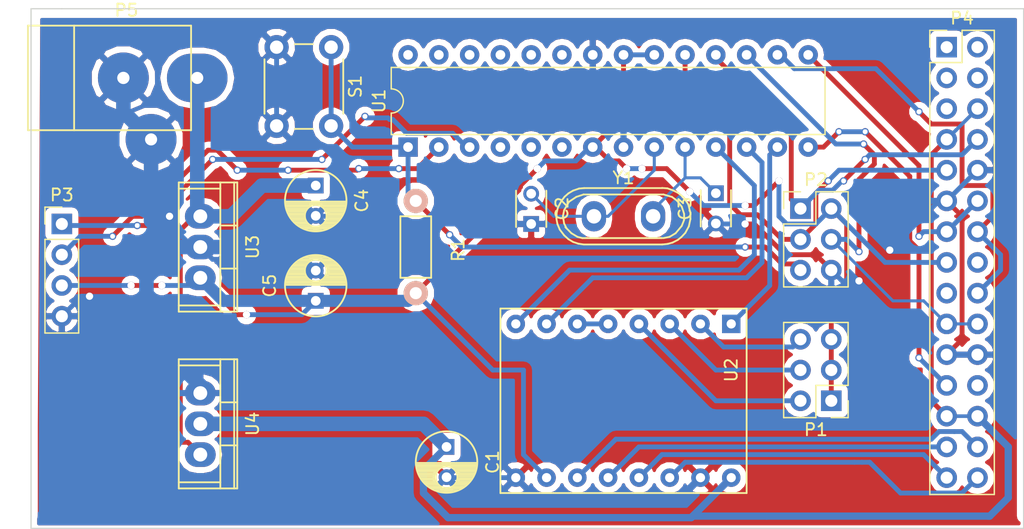
<source format=kicad_pcb>
(kicad_pcb (version 20171130) (host pcbnew "(5.1.12)-1")

  (general
    (thickness 1.6)
    (drawings 7)
    (tracks 341)
    (zones 0)
    (modules 17)
    (nets 44)
  )

  (page A4)
  (layers
    (0 F.Cu signal)
    (31 B.Cu signal)
    (32 B.Adhes user)
    (33 F.Adhes user)
    (34 B.Paste user)
    (35 F.Paste user)
    (36 B.SilkS user)
    (37 F.SilkS user)
    (38 B.Mask user)
    (39 F.Mask user)
    (40 Dwgs.User user)
    (41 Cmts.User user)
    (42 Eco1.User user)
    (43 Eco2.User user)
    (44 Edge.Cuts user)
    (45 Margin user)
    (46 B.CrtYd user)
    (47 F.CrtYd user)
    (48 B.Fab user)
    (49 F.Fab user)
  )

  (setup
    (last_trace_width 0.25)
    (user_trace_width 0.2)
    (user_trace_width 0.25)
    (user_trace_width 0.3)
    (user_trace_width 0.4)
    (user_trace_width 0.6)
    (user_trace_width 0.8)
    (user_trace_width 1)
    (trace_clearance 0.2)
    (zone_clearance 0.508)
    (zone_45_only no)
    (trace_min 0.2)
    (via_size 0.6)
    (via_drill 0.4)
    (via_min_size 0.4)
    (via_min_drill 0.3)
    (uvia_size 0.3)
    (uvia_drill 0.1)
    (uvias_allowed no)
    (uvia_min_size 0.2)
    (uvia_min_drill 0.1)
    (edge_width 0.1)
    (segment_width 0.2)
    (pcb_text_width 0.3)
    (pcb_text_size 1.5 1.5)
    (mod_edge_width 0.15)
    (mod_text_size 1 1)
    (mod_text_width 0.15)
    (pad_size 1.5 1.5)
    (pad_drill 0.6)
    (pad_to_mask_clearance 0)
    (aux_axis_origin 0 0)
    (visible_elements 7FFFFFFF)
    (pcbplotparams
      (layerselection 0x00030_80000001)
      (usegerberextensions false)
      (usegerberattributes true)
      (usegerberadvancedattributes true)
      (creategerberjobfile true)
      (excludeedgelayer true)
      (linewidth 0.100000)
      (plotframeref false)
      (viasonmask false)
      (mode 1)
      (useauxorigin false)
      (hpglpennumber 1)
      (hpglpenspeed 20)
      (hpglpendiameter 15.000000)
      (psnegative false)
      (psa4output false)
      (plotreference true)
      (plotvalue true)
      (plotinvisibletext false)
      (padsonsilk false)
      (subtractmaskfromsilk false)
      (outputformat 1)
      (mirror false)
      (drillshape 1)
      (scaleselection 1)
      (outputdirectory ""))
  )

  (net 0 "")
  (net 1 VDDA)
  (net 2 GNDA)
  (net 3 "Net-(C2-Pad2)")
  (net 4 "Net-(C3-Pad1)")
  (net 5 VCC)
  (net 6 VDD)
  (net 7 "Net-(P1-Pad2)")
  (net 8 "Net-(P1-Pad4)")
  (net 9 "Net-(P1-Pad6)")
  (net 10 /DATA)
  (net 11 /CLOCK)
  (net 12 /MOSI)
  (net 13 /RESET)
  (net 14 /TX)
  (net 15 /RX)
  (net 16 "Net-(P4-Pad1)")
  (net 17 "Net-(P4-Pad2)")
  (net 18 "Net-(P4-Pad3)")
  (net 19 "Net-(P4-Pad4)")
  (net 20 "Net-(P4-Pad5)")
  (net 21 /STROKE5-6)
  (net 22 /STROKE3-4)
  (net 23 "Net-(P4-Pad16)")
  (net 24 "Net-(P4-Pad17)")
  (net 25 /LATCH)
  (net 26 "Net-(P4-Pad24)")
  (net 27 /M1A)
  (net 28 /M1B)
  (net 29 /M2A)
  (net 30 /M2B)
  (net 31 "Net-(U1-Pad4)")
  (net 32 "Net-(U1-Pad5)")
  (net 33 "Net-(U1-Pad6)")
  (net 34 "Net-(U1-Pad23)")
  (net 35 "Net-(U1-Pad24)")
  (net 36 /M_ENABLE)
  (net 37 "Net-(U1-Pad25)")
  (net 38 /M_DIR)
  (net 39 "Net-(U1-Pad26)")
  (net 40 /M_STEP)
  (net 41 "Net-(U1-Pad27)")
  (net 42 "Net-(U1-Pad28)")
  (net 43 "Net-(U2-Pad5)")

  (net_class Default 这是默认网络组.
    (clearance 0.2)
    (trace_width 0.25)
    (via_dia 0.6)
    (via_drill 0.4)
    (uvia_dia 0.3)
    (uvia_drill 0.1)
    (add_net "Net-(C2-Pad2)")
    (add_net "Net-(C3-Pad1)")
    (add_net "Net-(P1-Pad2)")
    (add_net "Net-(P1-Pad4)")
    (add_net "Net-(P1-Pad6)")
    (add_net "Net-(P4-Pad1)")
    (add_net "Net-(P4-Pad16)")
    (add_net "Net-(P4-Pad17)")
    (add_net "Net-(P4-Pad2)")
    (add_net "Net-(P4-Pad24)")
    (add_net "Net-(P4-Pad3)")
    (add_net "Net-(P4-Pad4)")
    (add_net "Net-(P4-Pad5)")
    (add_net "Net-(U1-Pad23)")
    (add_net "Net-(U1-Pad24)")
    (add_net "Net-(U1-Pad25)")
    (add_net "Net-(U1-Pad26)")
    (add_net "Net-(U1-Pad27)")
    (add_net "Net-(U1-Pad28)")
    (add_net "Net-(U1-Pad4)")
    (add_net "Net-(U1-Pad5)")
    (add_net "Net-(U1-Pad6)")
    (add_net "Net-(U2-Pad5)")
  )

  (net_class high_power ""
    (clearance 0.2)
    (trace_width 1.2)
    (via_dia 1.2)
    (via_drill 0.8)
    (uvia_dia 0.3)
    (uvia_drill 0.1)
    (add_net GNDA)
    (add_net VCC)
    (add_net VDDA)
  )

  (net_class motor ""
    (clearance 0.2)
    (trace_width 0.7)
    (via_dia 0.8)
    (via_drill 0.6)
    (uvia_dia 0.3)
    (uvia_drill 0.1)
    (add_net /M1A)
    (add_net /M1B)
    (add_net /M2A)
    (add_net /M2B)
  )

  (net_class power ""
    (clearance 0.2)
    (trace_width 1)
    (via_dia 1)
    (via_drill 0.6)
    (uvia_dia 0.3)
    (uvia_drill 0.1)
    (add_net VDD)
  )

  (net_class signal ""
    (clearance 0.2)
    (trace_width 0.4)
    (via_dia 0.6)
    (via_drill 0.4)
    (uvia_dia 0.3)
    (uvia_drill 0.1)
    (add_net /CLOCK)
    (add_net /DATA)
    (add_net /LATCH)
    (add_net /MOSI)
    (add_net /M_DIR)
    (add_net /M_ENABLE)
    (add_net /M_STEP)
    (add_net /RESET)
    (add_net /RX)
    (add_net /STROKE3-4)
    (add_net /STROKE5-6)
    (add_net /TX)
  )

  (module Pin_Headers:Pin_Header_Straight_2x15_Pitch2.54mm placed (layer F.Cu) (tedit 5862ED54) (tstamp 587B471E)
    (at 176.53 110.49)
    (descr "Through hole straight pin header, 2x15, 2.54mm pitch, double rows")
    (tags "Through hole pin header THT 2x15 2.54mm double row")
    (path /586B9BE8)
    (fp_text reference P4 (at 1.27 -2.39) (layer F.SilkS)
      (effects (font (size 1 1) (thickness 0.15)))
    )
    (fp_text value CONN_02X15 (at 1.27 37.95) (layer F.Fab)
      (effects (font (size 1 1) (thickness 0.15)))
    )
    (fp_line (start 4.1 -1.6) (end -1.6 -1.6) (layer F.CrtYd) (width 0.05))
    (fp_line (start 4.1 37.1) (end 4.1 -1.6) (layer F.CrtYd) (width 0.05))
    (fp_line (start -1.6 37.1) (end 4.1 37.1) (layer F.CrtYd) (width 0.05))
    (fp_line (start -1.6 -1.6) (end -1.6 37.1) (layer F.CrtYd) (width 0.05))
    (fp_line (start -1.39 -1.39) (end 0 -1.39) (layer F.SilkS) (width 0.12))
    (fp_line (start -1.39 0) (end -1.39 -1.39) (layer F.SilkS) (width 0.12))
    (fp_line (start 1.27 1.27) (end -1.39 1.27) (layer F.SilkS) (width 0.12))
    (fp_line (start 1.27 -1.39) (end 1.27 1.27) (layer F.SilkS) (width 0.12))
    (fp_line (start 3.93 -1.39) (end 1.27 -1.39) (layer F.SilkS) (width 0.12))
    (fp_line (start 3.93 36.95) (end 3.93 -1.39) (layer F.SilkS) (width 0.12))
    (fp_line (start -1.39 36.95) (end 3.93 36.95) (layer F.SilkS) (width 0.12))
    (fp_line (start -1.39 1.27) (end -1.39 36.95) (layer F.SilkS) (width 0.12))
    (fp_line (start 3.81 -1.27) (end -1.27 -1.27) (layer F.Fab) (width 0.1))
    (fp_line (start 3.81 36.83) (end 3.81 -1.27) (layer F.Fab) (width 0.1))
    (fp_line (start -1.27 36.83) (end 3.81 36.83) (layer F.Fab) (width 0.1))
    (fp_line (start -1.27 -1.27) (end -1.27 36.83) (layer F.Fab) (width 0.1))
    (pad 1 thru_hole rect (at 0 0) (size 1.7 1.7) (drill 1) (layers *.Cu *.Mask)
      (net 16 "Net-(P4-Pad1)"))
    (pad 2 thru_hole oval (at 2.54 0) (size 1.7 1.7) (drill 1) (layers *.Cu *.Mask)
      (net 17 "Net-(P4-Pad2)"))
    (pad 3 thru_hole oval (at 0 2.54) (size 1.7 1.7) (drill 1) (layers *.Cu *.Mask)
      (net 18 "Net-(P4-Pad3)"))
    (pad 4 thru_hole oval (at 2.54 2.54) (size 1.7 1.7) (drill 1) (layers *.Cu *.Mask)
      (net 19 "Net-(P4-Pad4)"))
    (pad 5 thru_hole oval (at 0 5.08) (size 1.7 1.7) (drill 1) (layers *.Cu *.Mask)
      (net 20 "Net-(P4-Pad5)"))
    (pad 6 thru_hole oval (at 2.54 5.08) (size 1.7 1.7) (drill 1) (layers *.Cu *.Mask)
      (net 1 VDDA))
    (pad 7 thru_hole oval (at 0 7.62) (size 1.7 1.7) (drill 1) (layers *.Cu *.Mask)
      (net 1 VDDA))
    (pad 8 thru_hole oval (at 2.54 7.62) (size 1.7 1.7) (drill 1) (layers *.Cu *.Mask)
      (net 10 /DATA))
    (pad 9 thru_hole oval (at 0 10.16) (size 1.7 1.7) (drill 1) (layers *.Cu *.Mask)
      (net 11 /CLOCK))
    (pad 10 thru_hole oval (at 2.54 10.16) (size 1.7 1.7) (drill 1) (layers *.Cu *.Mask)
      (net 2 GNDA))
    (pad 11 thru_hole oval (at 0 12.7) (size 1.7 1.7) (drill 1) (layers *.Cu *.Mask)
      (net 2 GNDA))
    (pad 12 thru_hole oval (at 2.54 12.7) (size 1.7 1.7) (drill 1) (layers *.Cu *.Mask)
      (net 21 /STROKE5-6))
    (pad 13 thru_hole oval (at 0 15.24) (size 1.7 1.7) (drill 1) (layers *.Cu *.Mask)
      (net 21 /STROKE5-6))
    (pad 14 thru_hole oval (at 2.54 15.24) (size 1.7 1.7) (drill 1) (layers *.Cu *.Mask)
      (net 22 /STROKE3-4))
    (pad 15 thru_hole oval (at 0 17.78) (size 1.7 1.7) (drill 1) (layers *.Cu *.Mask)
      (net 6 VDD))
    (pad 16 thru_hole oval (at 2.54 17.78) (size 1.7 1.7) (drill 1) (layers *.Cu *.Mask)
      (net 23 "Net-(P4-Pad16)"))
    (pad 17 thru_hole oval (at 0 20.32) (size 1.7 1.7) (drill 1) (layers *.Cu *.Mask)
      (net 24 "Net-(P4-Pad17)"))
    (pad 18 thru_hole oval (at 2.54 20.32) (size 1.7 1.7) (drill 1) (layers *.Cu *.Mask)
      (net 22 /STROKE3-4))
    (pad 19 thru_hole oval (at 0 22.86) (size 1.7 1.7) (drill 1) (layers *.Cu *.Mask)
      (net 12 /MOSI))
    (pad 20 thru_hole oval (at 2.54 22.86) (size 1.7 1.7) (drill 1) (layers *.Cu *.Mask)
      (net 12 /MOSI))
    (pad 21 thru_hole oval (at 0 25.4) (size 1.7 1.7) (drill 1) (layers *.Cu *.Mask)
      (net 2 GNDA))
    (pad 22 thru_hole oval (at 2.54 25.4) (size 1.7 1.7) (drill 1) (layers *.Cu *.Mask)
      (net 2 GNDA))
    (pad 23 thru_hole oval (at 0 27.94) (size 1.7 1.7) (drill 1) (layers *.Cu *.Mask)
      (net 25 /LATCH))
    (pad 24 thru_hole oval (at 2.54 27.94) (size 1.7 1.7) (drill 1) (layers *.Cu *.Mask)
      (net 26 "Net-(P4-Pad24)"))
    (pad 25 thru_hole oval (at 0 30.48) (size 1.7 1.7) (drill 1) (layers *.Cu *.Mask)
      (net 1 VDDA))
    (pad 26 thru_hole oval (at 2.54 30.48) (size 1.7 1.7) (drill 1) (layers *.Cu *.Mask)
      (net 1 VDDA))
    (pad 27 thru_hole oval (at 0 33.02) (size 1.7 1.7) (drill 1) (layers *.Cu *.Mask)
      (net 27 /M1A))
    (pad 28 thru_hole oval (at 2.54 33.02) (size 1.7 1.7) (drill 1) (layers *.Cu *.Mask)
      (net 28 /M1B))
    (pad 29 thru_hole oval (at 0 35.56) (size 1.7 1.7) (drill 1) (layers *.Cu *.Mask)
      (net 29 /M2A))
    (pad 30 thru_hole oval (at 2.54 35.56) (size 1.7 1.7) (drill 1) (layers *.Cu *.Mask)
      (net 30 /M2B))
    (model Pin_Headers.3dshapes/Pin_Header_Straight_2x15_Pitch2.54mm.wrl
      (offset (xyz 1.269999980926514 -17.77999973297119 0))
      (scale (xyz 1 1 1))
      (rotate (xyz 0 0 90))
    )
  )

  (module Capacitors_THT:C_Radial_D5_L6_P2.5 placed (layer F.Cu) (tedit 0) (tstamp 587B463A)
    (at 135.255 143.51 270)
    (descr "Radial Electrolytic Capacitor Diameter 5mm x Length 6mm, Pitch 2.5mm")
    (tags "Electrolytic Capacitor")
    (path /5870DF59)
    (fp_text reference C1 (at 1.25 -3.8 270) (layer F.SilkS)
      (effects (font (size 1 1) (thickness 0.15)))
    )
    (fp_text value 100uF (at 1.25 3.8 270) (layer F.Fab)
      (effects (font (size 1 1) (thickness 0.15)))
    )
    (fp_circle (center 1.25 0) (end 1.25 -2.8) (layer F.CrtYd) (width 0.05))
    (fp_circle (center 1.25 0) (end 1.25 -2.5375) (layer F.SilkS) (width 0.15))
    (fp_circle (center 2.5 0) (end 2.5 -0.9) (layer F.SilkS) (width 0.15))
    (fp_line (start 3.705 -0.472) (end 3.705 0.472) (layer F.SilkS) (width 0.15))
    (fp_line (start 3.565 -0.944) (end 3.565 0.944) (layer F.SilkS) (width 0.15))
    (fp_line (start 3.425 -1.233) (end 3.425 1.233) (layer F.SilkS) (width 0.15))
    (fp_line (start 3.285 0.44) (end 3.285 1.452) (layer F.SilkS) (width 0.15))
    (fp_line (start 3.285 -1.452) (end 3.285 -0.44) (layer F.SilkS) (width 0.15))
    (fp_line (start 3.145 0.628) (end 3.145 1.631) (layer F.SilkS) (width 0.15))
    (fp_line (start 3.145 -1.631) (end 3.145 -0.628) (layer F.SilkS) (width 0.15))
    (fp_line (start 3.005 0.745) (end 3.005 1.78) (layer F.SilkS) (width 0.15))
    (fp_line (start 3.005 -1.78) (end 3.005 -0.745) (layer F.SilkS) (width 0.15))
    (fp_line (start 2.865 0.823) (end 2.865 1.908) (layer F.SilkS) (width 0.15))
    (fp_line (start 2.865 -1.908) (end 2.865 -0.823) (layer F.SilkS) (width 0.15))
    (fp_line (start 2.725 0.871) (end 2.725 2.019) (layer F.SilkS) (width 0.15))
    (fp_line (start 2.725 -2.019) (end 2.725 -0.871) (layer F.SilkS) (width 0.15))
    (fp_line (start 2.585 0.896) (end 2.585 2.114) (layer F.SilkS) (width 0.15))
    (fp_line (start 2.585 -2.114) (end 2.585 -0.896) (layer F.SilkS) (width 0.15))
    (fp_line (start 2.445 0.898) (end 2.445 2.196) (layer F.SilkS) (width 0.15))
    (fp_line (start 2.445 -2.196) (end 2.445 -0.898) (layer F.SilkS) (width 0.15))
    (fp_line (start 2.305 0.879) (end 2.305 2.266) (layer F.SilkS) (width 0.15))
    (fp_line (start 2.305 -2.266) (end 2.305 -0.879) (layer F.SilkS) (width 0.15))
    (fp_line (start 2.165 0.835) (end 2.165 2.327) (layer F.SilkS) (width 0.15))
    (fp_line (start 2.165 -2.327) (end 2.165 -0.835) (layer F.SilkS) (width 0.15))
    (fp_line (start 2.025 0.764) (end 2.025 2.377) (layer F.SilkS) (width 0.15))
    (fp_line (start 2.025 -2.377) (end 2.025 -0.764) (layer F.SilkS) (width 0.15))
    (fp_line (start 1.885 0.657) (end 1.885 2.418) (layer F.SilkS) (width 0.15))
    (fp_line (start 1.885 -2.418) (end 1.885 -0.657) (layer F.SilkS) (width 0.15))
    (fp_line (start 1.745 0.49) (end 1.745 2.451) (layer F.SilkS) (width 0.15))
    (fp_line (start 1.745 -2.451) (end 1.745 -0.49) (layer F.SilkS) (width 0.15))
    (fp_line (start 1.605 0.095) (end 1.605 2.475) (layer F.SilkS) (width 0.15))
    (fp_line (start 1.605 -2.475) (end 1.605 -0.095) (layer F.SilkS) (width 0.15))
    (fp_line (start 1.465 -2.491) (end 1.465 2.491) (layer F.SilkS) (width 0.15))
    (fp_line (start 1.325 -2.499) (end 1.325 2.499) (layer F.SilkS) (width 0.15))
    (pad 1 thru_hole rect (at 0 0 270) (size 1.3 1.3) (drill 0.8) (layers *.Cu *.Mask)
      (net 1 VDDA))
    (pad 2 thru_hole circle (at 2.5 0 270) (size 1.3 1.3) (drill 0.8) (layers *.Cu *.Mask)
      (net 2 GNDA))
    (model Capacitors_ThroughHole.3dshapes/C_Radial_D5_L6_P2.5.wrl
      (offset (xyz 1.250000021226883 0 0))
      (scale (xyz 1 1 1))
      (rotate (xyz 0 0 90))
    )
  )

  (module Capacitors_THT:C_Disc_D3_P2.5 placed (layer F.Cu) (tedit 5874D2A7) (tstamp 587B4646)
    (at 142.24 125.095 90)
    (descr "Capacitor 3mm Disc, Pitch 2.5mm")
    (tags Capacitor)
    (path /587084CF)
    (fp_text reference C2 (at 1.27 2.54 90) (layer F.SilkS)
      (effects (font (size 1 1) (thickness 0.15)))
    )
    (fp_text value 100nF (at 1.25 2.5 90) (layer F.Fab)
      (effects (font (size 1 1) (thickness 0.15)))
    )
    (fp_line (start 2.75 1.25) (end -0.25 1.25) (layer F.SilkS) (width 0.15))
    (fp_line (start -0.25 -1.25) (end 2.75 -1.25) (layer F.SilkS) (width 0.15))
    (fp_line (start -0.9 1.5) (end -0.9 -1.5) (layer F.CrtYd) (width 0.05))
    (fp_line (start 3.4 1.5) (end -0.9 1.5) (layer F.CrtYd) (width 0.05))
    (fp_line (start 3.4 -1.5) (end 3.4 1.5) (layer F.CrtYd) (width 0.05))
    (fp_line (start -0.9 -1.5) (end 3.4 -1.5) (layer F.CrtYd) (width 0.05))
    (pad 1 thru_hole rect (at 0 0 90) (size 1.3 1.3) (drill 0.8) (layers *.Cu *.Mask)
      (net 2 GNDA))
    (pad 2 thru_hole circle (at 2.5 0 90) (size 1.3 1.3) (drill 0.8001) (layers *.Cu *.Mask)
      (net 3 "Net-(C2-Pad2)"))
    (model Capacitors_ThroughHole.3dshapes/C_Disc_D3_P2.5.wrl
      (offset (xyz 1.250000021226883 0 0))
      (scale (xyz 1 1 1))
      (rotate (xyz 0 0 0))
    )
  )

  (module Capacitors_THT:C_Disc_D3_P2.5 placed (layer F.Cu) (tedit 5874D2B8) (tstamp 587B4652)
    (at 157.48 122.555 270)
    (descr "Capacitor 3mm Disc, Pitch 2.5mm")
    (tags Capacitor)
    (path /58708571)
    (fp_text reference C3 (at 1.27 2.54 270) (layer F.SilkS)
      (effects (font (size 1 1) (thickness 0.15)))
    )
    (fp_text value 100nF (at 1.25 2.5 270) (layer F.Fab)
      (effects (font (size 1 1) (thickness 0.15)))
    )
    (fp_line (start 2.75 1.25) (end -0.25 1.25) (layer F.SilkS) (width 0.15))
    (fp_line (start -0.25 -1.25) (end 2.75 -1.25) (layer F.SilkS) (width 0.15))
    (fp_line (start -0.9 1.5) (end -0.9 -1.5) (layer F.CrtYd) (width 0.05))
    (fp_line (start 3.4 1.5) (end -0.9 1.5) (layer F.CrtYd) (width 0.05))
    (fp_line (start 3.4 -1.5) (end 3.4 1.5) (layer F.CrtYd) (width 0.05))
    (fp_line (start -0.9 -1.5) (end 3.4 -1.5) (layer F.CrtYd) (width 0.05))
    (pad 1 thru_hole rect (at 0 0 270) (size 1.3 1.3) (drill 0.8) (layers *.Cu *.Mask)
      (net 4 "Net-(C3-Pad1)"))
    (pad 2 thru_hole circle (at 2.5 0 270) (size 1.3 1.3) (drill 0.8001) (layers *.Cu *.Mask)
      (net 2 GNDA))
    (model Capacitors_ThroughHole.3dshapes/C_Disc_D3_P2.5.wrl
      (offset (xyz 1.250000021226883 0 0))
      (scale (xyz 1 1 1))
      (rotate (xyz 0 0 0))
    )
  )

  (module Capacitors_THT:C_Radial_D5_L6_P2.5 placed (layer F.Cu) (tedit 0) (tstamp 587B467A)
    (at 124.46 121.92 270)
    (descr "Radial Electrolytic Capacitor Diameter 5mm x Length 6mm, Pitch 2.5mm")
    (tags "Electrolytic Capacitor")
    (path /5870A643)
    (fp_text reference C4 (at 1.25 -3.8 270) (layer F.SilkS)
      (effects (font (size 1 1) (thickness 0.15)))
    )
    (fp_text value CP1_Small (at 1.25 3.8 270) (layer F.Fab)
      (effects (font (size 1 1) (thickness 0.15)))
    )
    (fp_circle (center 1.25 0) (end 1.25 -2.8) (layer F.CrtYd) (width 0.05))
    (fp_circle (center 1.25 0) (end 1.25 -2.5375) (layer F.SilkS) (width 0.15))
    (fp_circle (center 2.5 0) (end 2.5 -0.9) (layer F.SilkS) (width 0.15))
    (fp_line (start 3.705 -0.472) (end 3.705 0.472) (layer F.SilkS) (width 0.15))
    (fp_line (start 3.565 -0.944) (end 3.565 0.944) (layer F.SilkS) (width 0.15))
    (fp_line (start 3.425 -1.233) (end 3.425 1.233) (layer F.SilkS) (width 0.15))
    (fp_line (start 3.285 0.44) (end 3.285 1.452) (layer F.SilkS) (width 0.15))
    (fp_line (start 3.285 -1.452) (end 3.285 -0.44) (layer F.SilkS) (width 0.15))
    (fp_line (start 3.145 0.628) (end 3.145 1.631) (layer F.SilkS) (width 0.15))
    (fp_line (start 3.145 -1.631) (end 3.145 -0.628) (layer F.SilkS) (width 0.15))
    (fp_line (start 3.005 0.745) (end 3.005 1.78) (layer F.SilkS) (width 0.15))
    (fp_line (start 3.005 -1.78) (end 3.005 -0.745) (layer F.SilkS) (width 0.15))
    (fp_line (start 2.865 0.823) (end 2.865 1.908) (layer F.SilkS) (width 0.15))
    (fp_line (start 2.865 -1.908) (end 2.865 -0.823) (layer F.SilkS) (width 0.15))
    (fp_line (start 2.725 0.871) (end 2.725 2.019) (layer F.SilkS) (width 0.15))
    (fp_line (start 2.725 -2.019) (end 2.725 -0.871) (layer F.SilkS) (width 0.15))
    (fp_line (start 2.585 0.896) (end 2.585 2.114) (layer F.SilkS) (width 0.15))
    (fp_line (start 2.585 -2.114) (end 2.585 -0.896) (layer F.SilkS) (width 0.15))
    (fp_line (start 2.445 0.898) (end 2.445 2.196) (layer F.SilkS) (width 0.15))
    (fp_line (start 2.445 -2.196) (end 2.445 -0.898) (layer F.SilkS) (width 0.15))
    (fp_line (start 2.305 0.879) (end 2.305 2.266) (layer F.SilkS) (width 0.15))
    (fp_line (start 2.305 -2.266) (end 2.305 -0.879) (layer F.SilkS) (width 0.15))
    (fp_line (start 2.165 0.835) (end 2.165 2.327) (layer F.SilkS) (width 0.15))
    (fp_line (start 2.165 -2.327) (end 2.165 -0.835) (layer F.SilkS) (width 0.15))
    (fp_line (start 2.025 0.764) (end 2.025 2.377) (layer F.SilkS) (width 0.15))
    (fp_line (start 2.025 -2.377) (end 2.025 -0.764) (layer F.SilkS) (width 0.15))
    (fp_line (start 1.885 0.657) (end 1.885 2.418) (layer F.SilkS) (width 0.15))
    (fp_line (start 1.885 -2.418) (end 1.885 -0.657) (layer F.SilkS) (width 0.15))
    (fp_line (start 1.745 0.49) (end 1.745 2.451) (layer F.SilkS) (width 0.15))
    (fp_line (start 1.745 -2.451) (end 1.745 -0.49) (layer F.SilkS) (width 0.15))
    (fp_line (start 1.605 0.095) (end 1.605 2.475) (layer F.SilkS) (width 0.15))
    (fp_line (start 1.605 -2.475) (end 1.605 -0.095) (layer F.SilkS) (width 0.15))
    (fp_line (start 1.465 -2.491) (end 1.465 2.491) (layer F.SilkS) (width 0.15))
    (fp_line (start 1.325 -2.499) (end 1.325 2.499) (layer F.SilkS) (width 0.15))
    (pad 1 thru_hole rect (at 0 0 270) (size 1.3 1.3) (drill 0.8) (layers *.Cu *.Mask)
      (net 5 VCC))
    (pad 2 thru_hole circle (at 2.5 0 270) (size 1.3 1.3) (drill 0.8) (layers *.Cu *.Mask)
      (net 2 GNDA))
    (model Capacitors_ThroughHole.3dshapes/C_Radial_D5_L6_P2.5.wrl
      (offset (xyz 1.250000021226883 0 0))
      (scale (xyz 1 1 1))
      (rotate (xyz 0 0 90))
    )
  )

  (module Capacitors_THT:C_Radial_D5_L6_P2.5 placed (layer F.Cu) (tedit 0) (tstamp 587B46A2)
    (at 124.46 131.445 90)
    (descr "Radial Electrolytic Capacitor Diameter 5mm x Length 6mm, Pitch 2.5mm")
    (tags "Electrolytic Capacitor")
    (path /5870A699)
    (fp_text reference C5 (at 1.25 -3.8 90) (layer F.SilkS)
      (effects (font (size 1 1) (thickness 0.15)))
    )
    (fp_text value CP1_Small (at 1.25 3.8 90) (layer F.Fab)
      (effects (font (size 1 1) (thickness 0.15)))
    )
    (fp_circle (center 1.25 0) (end 1.25 -2.8) (layer F.CrtYd) (width 0.05))
    (fp_circle (center 1.25 0) (end 1.25 -2.5375) (layer F.SilkS) (width 0.15))
    (fp_circle (center 2.5 0) (end 2.5 -0.9) (layer F.SilkS) (width 0.15))
    (fp_line (start 3.705 -0.472) (end 3.705 0.472) (layer F.SilkS) (width 0.15))
    (fp_line (start 3.565 -0.944) (end 3.565 0.944) (layer F.SilkS) (width 0.15))
    (fp_line (start 3.425 -1.233) (end 3.425 1.233) (layer F.SilkS) (width 0.15))
    (fp_line (start 3.285 0.44) (end 3.285 1.452) (layer F.SilkS) (width 0.15))
    (fp_line (start 3.285 -1.452) (end 3.285 -0.44) (layer F.SilkS) (width 0.15))
    (fp_line (start 3.145 0.628) (end 3.145 1.631) (layer F.SilkS) (width 0.15))
    (fp_line (start 3.145 -1.631) (end 3.145 -0.628) (layer F.SilkS) (width 0.15))
    (fp_line (start 3.005 0.745) (end 3.005 1.78) (layer F.SilkS) (width 0.15))
    (fp_line (start 3.005 -1.78) (end 3.005 -0.745) (layer F.SilkS) (width 0.15))
    (fp_line (start 2.865 0.823) (end 2.865 1.908) (layer F.SilkS) (width 0.15))
    (fp_line (start 2.865 -1.908) (end 2.865 -0.823) (layer F.SilkS) (width 0.15))
    (fp_line (start 2.725 0.871) (end 2.725 2.019) (layer F.SilkS) (width 0.15))
    (fp_line (start 2.725 -2.019) (end 2.725 -0.871) (layer F.SilkS) (width 0.15))
    (fp_line (start 2.585 0.896) (end 2.585 2.114) (layer F.SilkS) (width 0.15))
    (fp_line (start 2.585 -2.114) (end 2.585 -0.896) (layer F.SilkS) (width 0.15))
    (fp_line (start 2.445 0.898) (end 2.445 2.196) (layer F.SilkS) (width 0.15))
    (fp_line (start 2.445 -2.196) (end 2.445 -0.898) (layer F.SilkS) (width 0.15))
    (fp_line (start 2.305 0.879) (end 2.305 2.266) (layer F.SilkS) (width 0.15))
    (fp_line (start 2.305 -2.266) (end 2.305 -0.879) (layer F.SilkS) (width 0.15))
    (fp_line (start 2.165 0.835) (end 2.165 2.327) (layer F.SilkS) (width 0.15))
    (fp_line (start 2.165 -2.327) (end 2.165 -0.835) (layer F.SilkS) (width 0.15))
    (fp_line (start 2.025 0.764) (end 2.025 2.377) (layer F.SilkS) (width 0.15))
    (fp_line (start 2.025 -2.377) (end 2.025 -0.764) (layer F.SilkS) (width 0.15))
    (fp_line (start 1.885 0.657) (end 1.885 2.418) (layer F.SilkS) (width 0.15))
    (fp_line (start 1.885 -2.418) (end 1.885 -0.657) (layer F.SilkS) (width 0.15))
    (fp_line (start 1.745 0.49) (end 1.745 2.451) (layer F.SilkS) (width 0.15))
    (fp_line (start 1.745 -2.451) (end 1.745 -0.49) (layer F.SilkS) (width 0.15))
    (fp_line (start 1.605 0.095) (end 1.605 2.475) (layer F.SilkS) (width 0.15))
    (fp_line (start 1.605 -2.475) (end 1.605 -0.095) (layer F.SilkS) (width 0.15))
    (fp_line (start 1.465 -2.491) (end 1.465 2.491) (layer F.SilkS) (width 0.15))
    (fp_line (start 1.325 -2.499) (end 1.325 2.499) (layer F.SilkS) (width 0.15))
    (pad 1 thru_hole rect (at 0 0 90) (size 1.3 1.3) (drill 0.8) (layers *.Cu *.Mask)
      (net 6 VDD))
    (pad 2 thru_hole circle (at 2.5 0 90) (size 1.3 1.3) (drill 0.8) (layers *.Cu *.Mask)
      (net 2 GNDA))
    (model Capacitors_ThroughHole.3dshapes/C_Radial_D5_L6_P2.5.wrl
      (offset (xyz 1.250000021226883 0 0))
      (scale (xyz 1 1 1))
      (rotate (xyz 0 0 90))
    )
  )

  (module Pin_Headers:Pin_Header_Straight_2x03_Pitch2.54mm placed (layer F.Cu) (tedit 5862ED53) (tstamp 587B46BC)
    (at 167.005 139.7 180)
    (descr "Through hole straight pin header, 2x03, 2.54mm pitch, double rows")
    (tags "Through hole pin header THT 2x03 2.54mm double row")
    (path /58710A16)
    (fp_text reference P1 (at 1.27 -2.39 180) (layer F.SilkS)
      (effects (font (size 1 1) (thickness 0.15)))
    )
    (fp_text value CONN_02X03 (at 1.27 7.47 180) (layer F.Fab)
      (effects (font (size 1 1) (thickness 0.15)))
    )
    (fp_line (start 4.1 -1.6) (end -1.6 -1.6) (layer F.CrtYd) (width 0.05))
    (fp_line (start 4.1 6.6) (end 4.1 -1.6) (layer F.CrtYd) (width 0.05))
    (fp_line (start -1.6 6.6) (end 4.1 6.6) (layer F.CrtYd) (width 0.05))
    (fp_line (start -1.6 -1.6) (end -1.6 6.6) (layer F.CrtYd) (width 0.05))
    (fp_line (start -1.39 -1.39) (end 0 -1.39) (layer F.SilkS) (width 0.12))
    (fp_line (start -1.39 0) (end -1.39 -1.39) (layer F.SilkS) (width 0.12))
    (fp_line (start 1.27 1.27) (end -1.39 1.27) (layer F.SilkS) (width 0.12))
    (fp_line (start 1.27 -1.39) (end 1.27 1.27) (layer F.SilkS) (width 0.12))
    (fp_line (start 3.93 -1.39) (end 1.27 -1.39) (layer F.SilkS) (width 0.12))
    (fp_line (start 3.93 6.47) (end 3.93 -1.39) (layer F.SilkS) (width 0.12))
    (fp_line (start -1.39 6.47) (end 3.93 6.47) (layer F.SilkS) (width 0.12))
    (fp_line (start -1.39 1.27) (end -1.39 6.47) (layer F.SilkS) (width 0.12))
    (fp_line (start 3.81 -1.27) (end -1.27 -1.27) (layer F.Fab) (width 0.1))
    (fp_line (start 3.81 6.35) (end 3.81 -1.27) (layer F.Fab) (width 0.1))
    (fp_line (start -1.27 6.35) (end 3.81 6.35) (layer F.Fab) (width 0.1))
    (fp_line (start -1.27 -1.27) (end -1.27 6.35) (layer F.Fab) (width 0.1))
    (pad 1 thru_hole rect (at 0 0 180) (size 1.7 1.7) (drill 1) (layers *.Cu *.Mask)
      (net 6 VDD))
    (pad 2 thru_hole oval (at 2.54 0 180) (size 1.7 1.7) (drill 1) (layers *.Cu *.Mask)
      (net 7 "Net-(P1-Pad2)"))
    (pad 3 thru_hole oval (at 0 2.54 180) (size 1.7 1.7) (drill 1) (layers *.Cu *.Mask)
      (net 6 VDD))
    (pad 4 thru_hole oval (at 2.54 2.54 180) (size 1.7 1.7) (drill 1) (layers *.Cu *.Mask)
      (net 8 "Net-(P1-Pad4)"))
    (pad 5 thru_hole oval (at 0 5.08 180) (size 1.7 1.7) (drill 1) (layers *.Cu *.Mask)
      (net 6 VDD))
    (pad 6 thru_hole oval (at 2.54 5.08 180) (size 1.7 1.7) (drill 1) (layers *.Cu *.Mask)
      (net 9 "Net-(P1-Pad6)"))
    (model Pin_Headers.3dshapes/Pin_Header_Straight_2x03_Pitch2.54mm.wrl
      (offset (xyz 1.269999980926514 -2.539999961853027 0))
      (scale (xyz 1 1 1))
      (rotate (xyz 0 0 90))
    )
  )

  (module Pin_Headers:Pin_Header_Straight_2x03_Pitch2.54mm placed (layer F.Cu) (tedit 5862ED53) (tstamp 587B46D6)
    (at 164.465 123.825)
    (descr "Through hole straight pin header, 2x03, 2.54mm pitch, double rows")
    (tags "Through hole pin header THT 2x03 2.54mm double row")
    (path /5874072F)
    (fp_text reference P2 (at 1.27 -2.39) (layer F.SilkS)
      (effects (font (size 1 1) (thickness 0.15)))
    )
    (fp_text value CONN_02X03 (at 1.27 7.47) (layer F.Fab)
      (effects (font (size 1 1) (thickness 0.15)))
    )
    (fp_line (start 4.1 -1.6) (end -1.6 -1.6) (layer F.CrtYd) (width 0.05))
    (fp_line (start 4.1 6.6) (end 4.1 -1.6) (layer F.CrtYd) (width 0.05))
    (fp_line (start -1.6 6.6) (end 4.1 6.6) (layer F.CrtYd) (width 0.05))
    (fp_line (start -1.6 -1.6) (end -1.6 6.6) (layer F.CrtYd) (width 0.05))
    (fp_line (start -1.39 -1.39) (end 0 -1.39) (layer F.SilkS) (width 0.12))
    (fp_line (start -1.39 0) (end -1.39 -1.39) (layer F.SilkS) (width 0.12))
    (fp_line (start 1.27 1.27) (end -1.39 1.27) (layer F.SilkS) (width 0.12))
    (fp_line (start 1.27 -1.39) (end 1.27 1.27) (layer F.SilkS) (width 0.12))
    (fp_line (start 3.93 -1.39) (end 1.27 -1.39) (layer F.SilkS) (width 0.12))
    (fp_line (start 3.93 6.47) (end 3.93 -1.39) (layer F.SilkS) (width 0.12))
    (fp_line (start -1.39 6.47) (end 3.93 6.47) (layer F.SilkS) (width 0.12))
    (fp_line (start -1.39 1.27) (end -1.39 6.47) (layer F.SilkS) (width 0.12))
    (fp_line (start 3.81 -1.27) (end -1.27 -1.27) (layer F.Fab) (width 0.1))
    (fp_line (start 3.81 6.35) (end 3.81 -1.27) (layer F.Fab) (width 0.1))
    (fp_line (start -1.27 6.35) (end 3.81 6.35) (layer F.Fab) (width 0.1))
    (fp_line (start -1.27 -1.27) (end -1.27 6.35) (layer F.Fab) (width 0.1))
    (pad 1 thru_hole rect (at 0 0) (size 1.7 1.7) (drill 1) (layers *.Cu *.Mask)
      (net 10 /DATA))
    (pad 2 thru_hole oval (at 2.54 0) (size 1.7 1.7) (drill 1) (layers *.Cu *.Mask)
      (net 6 VDD))
    (pad 3 thru_hole oval (at 0 2.54) (size 1.7 1.7) (drill 1) (layers *.Cu *.Mask)
      (net 11 /CLOCK))
    (pad 4 thru_hole oval (at 2.54 2.54) (size 1.7 1.7) (drill 1) (layers *.Cu *.Mask)
      (net 12 /MOSI))
    (pad 5 thru_hole oval (at 0 5.08) (size 1.7 1.7) (drill 1) (layers *.Cu *.Mask)
      (net 13 /RESET))
    (pad 6 thru_hole oval (at 2.54 5.08) (size 1.7 1.7) (drill 1) (layers *.Cu *.Mask)
      (net 2 GNDA))
    (model Pin_Headers.3dshapes/Pin_Header_Straight_2x03_Pitch2.54mm.wrl
      (offset (xyz 1.269999980926514 -2.539999961853027 0))
      (scale (xyz 1 1 1))
      (rotate (xyz 0 0 90))
    )
  )

  (module Pin_Headers:Pin_Header_Straight_1x04_Pitch2.54mm placed (layer F.Cu) (tedit 5862ED52) (tstamp 587B46EC)
    (at 103.505 125.095)
    (descr "Through hole straight pin header, 1x04, 2.54mm pitch, single row")
    (tags "Through hole pin header THT 1x04 2.54mm single row")
    (path /58739CA6)
    (fp_text reference P3 (at 0 -2.39) (layer F.SilkS)
      (effects (font (size 1 1) (thickness 0.15)))
    )
    (fp_text value CONN_01X04 (at 0 10.01) (layer F.Fab)
      (effects (font (size 1 1) (thickness 0.15)))
    )
    (fp_line (start 1.6 -1.6) (end -1.6 -1.6) (layer F.CrtYd) (width 0.05))
    (fp_line (start 1.6 9.2) (end 1.6 -1.6) (layer F.CrtYd) (width 0.05))
    (fp_line (start -1.6 9.2) (end 1.6 9.2) (layer F.CrtYd) (width 0.05))
    (fp_line (start -1.6 -1.6) (end -1.6 9.2) (layer F.CrtYd) (width 0.05))
    (fp_line (start -1.39 -1.39) (end 0 -1.39) (layer F.SilkS) (width 0.12))
    (fp_line (start -1.39 0) (end -1.39 -1.39) (layer F.SilkS) (width 0.12))
    (fp_line (start 1.39 1.27) (end -1.39 1.27) (layer F.SilkS) (width 0.12))
    (fp_line (start 1.39 9.01) (end 1.39 1.27) (layer F.SilkS) (width 0.12))
    (fp_line (start -1.39 9.01) (end 1.39 9.01) (layer F.SilkS) (width 0.12))
    (fp_line (start -1.39 1.27) (end -1.39 9.01) (layer F.SilkS) (width 0.12))
    (fp_line (start 1.27 -1.27) (end -1.27 -1.27) (layer F.Fab) (width 0.1))
    (fp_line (start 1.27 8.89) (end 1.27 -1.27) (layer F.Fab) (width 0.1))
    (fp_line (start -1.27 8.89) (end 1.27 8.89) (layer F.Fab) (width 0.1))
    (fp_line (start -1.27 -1.27) (end -1.27 8.89) (layer F.Fab) (width 0.1))
    (pad 1 thru_hole rect (at 0 0) (size 1.7 1.7) (drill 1) (layers *.Cu *.Mask)
      (net 14 /TX))
    (pad 2 thru_hole oval (at 0 2.54) (size 1.7 1.7) (drill 1) (layers *.Cu *.Mask)
      (net 15 /RX))
    (pad 3 thru_hole oval (at 0 5.08) (size 1.7 1.7) (drill 1) (layers *.Cu *.Mask)
      (net 6 VDD))
    (pad 4 thru_hole oval (at 0 7.62) (size 1.7 1.7) (drill 1) (layers *.Cu *.Mask)
      (net 2 GNDA))
    (model Pin_Headers.3dshapes/Pin_Header_Straight_1x04_Pitch2.54mm.wrl
      (offset (xyz 0 -3.809999942779541 0))
      (scale (xyz 1 1 1))
      (rotate (xyz 0 0 90))
    )
  )

  (module PowerJack:PowerJack placed (layer F.Cu) (tedit 58707CC2) (tstamp 587B472C)
    (at 108.585 113.03)
    (descr "module 1 pin (ou trou mecanique de percage)")
    (tags "CONN JACK")
    (path /58707B8D)
    (fp_text reference P5 (at 0.254 -5.588) (layer F.SilkS)
      (effects (font (size 1 1) (thickness 0.15)))
    )
    (fp_text value BARREL_JACK (at -5.08 5.588) (layer F.Fab)
      (effects (font (size 1 1) (thickness 0.15)))
    )
    (fp_line (start -7.112 -4.318) (end 5.588 -4.318) (layer F.SilkS) (width 0.15))
    (fp_line (start -7.112 4.318) (end 5.588 4.318) (layer F.SilkS) (width 0.15))
    (fp_line (start 5.588 -4.318) (end 5.588 4.318) (layer F.SilkS) (width 0.15))
    (fp_line (start -4.064 -4.318) (end -4.064 4.318) (layer F.SilkS) (width 0.15))
    (fp_line (start -7.874 4.318) (end -7.112 4.318) (layer F.SilkS) (width 0.15))
    (fp_line (start -7.874 -4.318) (end -7.874 4.318) (layer F.SilkS) (width 0.15))
    (fp_line (start -7.112 -4.318) (end -7.874 -4.318) (layer F.SilkS) (width 0.15))
    (pad 2 thru_hole circle (at 0 0) (size 4.2 4.2) (drill 1.016) (layers *.Cu *.Mask)
      (net 2 GNDA))
    (pad 1 thru_hole oval (at 6.096 0) (size 5 4) (drill 1) (layers *.Cu *.Mask)
      (net 5 VCC))
    (pad 3 thru_hole circle (at 2.286 5.08) (size 4.2 4.2) (drill 1) (layers *.Cu *.Mask)
      (net 2 GNDA))
    (model Connect.3dshapes/JACK_ALIM.wrl
      (at (xyz 0 0 0))
      (scale (xyz 0.8 0.8 0.8))
      (rotate (xyz 0 0 0))
    )
  )

  (module Resistors_THT:Resistor_Horizontal_RM7mm placed (layer F.Cu) (tedit 569FCF07) (tstamp 587B473A)
    (at 132.715 123.19 270)
    (descr "Resistor, Axial,  RM 7.62mm, 1/3W,")
    (tags "Resistor Axial RM 7.62mm 1/3W R3")
    (path /5873A46D)
    (fp_text reference R1 (at 4.05892 -3.50012 270) (layer F.SilkS)
      (effects (font (size 1 1) (thickness 0.15)))
    )
    (fp_text value 10K (at 3.81 3.81 270) (layer F.Fab)
      (effects (font (size 1 1) (thickness 0.15)))
    )
    (fp_line (start 1.27 1.27) (end 1.27 -1.27) (layer F.SilkS) (width 0.15))
    (fp_line (start 6.35 1.27) (end 1.27 1.27) (layer F.SilkS) (width 0.15))
    (fp_line (start 6.35 -1.27) (end 6.35 1.27) (layer F.SilkS) (width 0.15))
    (fp_line (start 1.27 -1.27) (end 6.35 -1.27) (layer F.SilkS) (width 0.15))
    (fp_line (start -1.25 1.5) (end 8.85 1.5) (layer F.CrtYd) (width 0.05))
    (fp_line (start 8.85 -1.5) (end 8.85 1.5) (layer F.CrtYd) (width 0.05))
    (fp_line (start -1.25 1.5) (end -1.25 -1.5) (layer F.CrtYd) (width 0.05))
    (fp_line (start -1.25 -1.5) (end 8.85 -1.5) (layer F.CrtYd) (width 0.05))
    (pad 1 thru_hole circle (at 0 0 270) (size 1.99898 1.99898) (drill 1.00076) (layers *.Cu *.SilkS *.Mask)
      (net 13 /RESET))
    (pad 2 thru_hole circle (at 7.62 0 270) (size 1.99898 1.99898) (drill 1.00076) (layers *.Cu *.SilkS *.Mask)
      (net 6 VDD))
  )

  (module Buttons_Switches_THT:SW_PUSH_6mm placed (layer F.Cu) (tedit 58134C96) (tstamp 587B4758)
    (at 125.73 110.49 270)
    (descr https://www.omron.com/ecb/products/pdf/en-b3f.pdf)
    (tags "tact sw push 6mm")
    (path /58739FDB)
    (fp_text reference S1 (at 3.25 -2 270) (layer F.SilkS)
      (effects (font (size 1 1) (thickness 0.15)))
    )
    (fp_text value Switch (at 3.75 6.7 270) (layer F.Fab)
      (effects (font (size 1 1) (thickness 0.15)))
    )
    (fp_circle (center 3.25 2.25) (end 1.25 2.5) (layer F.Fab) (width 0.1))
    (fp_line (start 6.75 3) (end 6.75 1.5) (layer F.SilkS) (width 0.15))
    (fp_line (start 5.5 -1) (end 1 -1) (layer F.SilkS) (width 0.15))
    (fp_line (start -0.25 1.5) (end -0.25 3) (layer F.SilkS) (width 0.15))
    (fp_line (start 1 5.5) (end 5.5 5.5) (layer F.SilkS) (width 0.15))
    (fp_line (start 8 -1.25) (end 8 5.75) (layer F.CrtYd) (width 0.05))
    (fp_line (start 7.75 6) (end -1.25 6) (layer F.CrtYd) (width 0.05))
    (fp_line (start -1.5 5.75) (end -1.5 -1.25) (layer F.CrtYd) (width 0.05))
    (fp_line (start -1.25 -1.5) (end 7.75 -1.5) (layer F.CrtYd) (width 0.05))
    (fp_line (start -1.5 6) (end -1.25 6) (layer F.CrtYd) (width 0.05))
    (fp_line (start -1.5 5.75) (end -1.5 6) (layer F.CrtYd) (width 0.05))
    (fp_line (start -1.5 -1.5) (end -1.25 -1.5) (layer F.CrtYd) (width 0.05))
    (fp_line (start -1.5 -1.25) (end -1.5 -1.5) (layer F.CrtYd) (width 0.05))
    (fp_line (start 8 -1.5) (end 8 -1.25) (layer F.CrtYd) (width 0.05))
    (fp_line (start 7.75 -1.5) (end 8 -1.5) (layer F.CrtYd) (width 0.05))
    (fp_line (start 8 6) (end 8 5.75) (layer F.CrtYd) (width 0.05))
    (fp_line (start 7.75 6) (end 8 6) (layer F.CrtYd) (width 0.05))
    (fp_line (start 0.25 -0.75) (end 3.25 -0.75) (layer F.Fab) (width 0.1))
    (fp_line (start 0.25 5.25) (end 0.25 -0.75) (layer F.Fab) (width 0.1))
    (fp_line (start 6.25 5.25) (end 0.25 5.25) (layer F.Fab) (width 0.1))
    (fp_line (start 6.25 -0.75) (end 6.25 5.25) (layer F.Fab) (width 0.1))
    (fp_line (start 3.25 -0.75) (end 6.25 -0.75) (layer F.Fab) (width 0.1))
    (pad 2 thru_hole circle (at 0 4.5) (size 2 2) (drill 1.1) (layers *.Cu *.Mask)
      (net 2 GNDA))
    (pad 1 thru_hole circle (at 0 0) (size 2 2) (drill 1.1) (layers *.Cu *.Mask)
      (net 13 /RESET))
    (pad 2 thru_hole circle (at 6.5 4.5) (size 2 2) (drill 1.1) (layers *.Cu *.Mask)
      (net 2 GNDA))
    (pad 1 thru_hole circle (at 6.5 0) (size 2 2) (drill 1.1) (layers *.Cu *.Mask)
      (net 13 /RESET))
    (model Buttons_Switches_ThroughHole.3dshapes/SW_PUSH_6mm.wrl
      (offset (xyz 0.1269999980926514 0 0))
      (scale (xyz 0.3937 0.3937 0.3937))
      (rotate (xyz 0 0 0))
    )
  )

  (module Housings_DIP:DIP-28_W7.62mm placed (layer F.Cu) (tedit 586281B5) (tstamp 587B4787)
    (at 132.08 118.745 90)
    (descr "28-lead dip package, row spacing 7.62 mm (300 mils)")
    (tags "DIL DIP PDIP 2.54mm 7.62mm 300mil")
    (path /586B9B5C)
    (fp_text reference U1 (at 3.81 -2.39 90) (layer F.SilkS)
      (effects (font (size 1 1) (thickness 0.15)))
    )
    (fp_text value ATMEGA328-P (at 3.81 35.41 90) (layer F.Fab)
      (effects (font (size 1 1) (thickness 0.15)))
    )
    (fp_line (start 8.7 -1.6) (end -1.1 -1.6) (layer F.CrtYd) (width 0.05))
    (fp_line (start 8.7 34.6) (end 8.7 -1.6) (layer F.CrtYd) (width 0.05))
    (fp_line (start -1.1 34.6) (end 8.7 34.6) (layer F.CrtYd) (width 0.05))
    (fp_line (start -1.1 -1.6) (end -1.1 34.6) (layer F.CrtYd) (width 0.05))
    (fp_line (start 6.58 -1.39) (end 4.81 -1.39) (layer F.SilkS) (width 0.12))
    (fp_line (start 6.58 34.41) (end 6.58 -1.39) (layer F.SilkS) (width 0.12))
    (fp_line (start 1.04 34.41) (end 6.58 34.41) (layer F.SilkS) (width 0.12))
    (fp_line (start 1.04 -1.39) (end 1.04 34.41) (layer F.SilkS) (width 0.12))
    (fp_line (start 2.81 -1.39) (end 1.04 -1.39) (layer F.SilkS) (width 0.12))
    (fp_line (start 0.635 -0.27) (end 1.635 -1.27) (layer F.Fab) (width 0.1))
    (fp_line (start 0.635 34.29) (end 0.635 -0.27) (layer F.Fab) (width 0.1))
    (fp_line (start 6.985 34.29) (end 0.635 34.29) (layer F.Fab) (width 0.1))
    (fp_line (start 6.985 -1.27) (end 6.985 34.29) (layer F.Fab) (width 0.1))
    (fp_line (start 1.635 -1.27) (end 6.985 -1.27) (layer F.Fab) (width 0.1))
    (fp_arc (start 3.81 -1.39) (end 2.81 -1.39) (angle -180) (layer F.SilkS) (width 0.12))
    (pad 1 thru_hole rect (at 0 0 90) (size 1.6 1.6) (drill 0.8) (layers *.Cu *.Mask)
      (net 13 /RESET))
    (pad 15 thru_hole oval (at 7.62 33.02 90) (size 1.6 1.6) (drill 0.8) (layers *.Cu *.Mask)
      (net 21 /STROKE5-6))
    (pad 2 thru_hole oval (at 0 2.54 90) (size 1.6 1.6) (drill 0.8) (layers *.Cu *.Mask)
      (net 15 /RX))
    (pad 16 thru_hole oval (at 7.62 30.48 90) (size 1.6 1.6) (drill 0.8) (layers *.Cu *.Mask)
      (net 22 /STROKE3-4))
    (pad 3 thru_hole oval (at 0 5.08 90) (size 1.6 1.6) (drill 0.8) (layers *.Cu *.Mask)
      (net 14 /TX))
    (pad 17 thru_hole oval (at 7.62 27.94 90) (size 1.6 1.6) (drill 0.8) (layers *.Cu *.Mask)
      (net 12 /MOSI))
    (pad 4 thru_hole oval (at 0 7.62 90) (size 1.6 1.6) (drill 0.8) (layers *.Cu *.Mask)
      (net 31 "Net-(U1-Pad4)"))
    (pad 18 thru_hole oval (at 7.62 25.4 90) (size 1.6 1.6) (drill 0.8) (layers *.Cu *.Mask)
      (net 10 /DATA))
    (pad 5 thru_hole oval (at 0 10.16 90) (size 1.6 1.6) (drill 0.8) (layers *.Cu *.Mask)
      (net 32 "Net-(U1-Pad5)"))
    (pad 19 thru_hole oval (at 7.62 22.86 90) (size 1.6 1.6) (drill 0.8) (layers *.Cu *.Mask)
      (net 11 /CLOCK))
    (pad 6 thru_hole oval (at 0 12.7 90) (size 1.6 1.6) (drill 0.8) (layers *.Cu *.Mask)
      (net 33 "Net-(U1-Pad6)"))
    (pad 20 thru_hole oval (at 7.62 20.32 90) (size 1.6 1.6) (drill 0.8) (layers *.Cu *.Mask)
      (net 6 VDD))
    (pad 7 thru_hole oval (at 0 15.24 90) (size 1.6 1.6) (drill 0.8) (layers *.Cu *.Mask)
      (net 6 VDD))
    (pad 21 thru_hole oval (at 7.62 17.78 90) (size 1.6 1.6) (drill 0.8) (layers *.Cu *.Mask)
      (net 6 VDD))
    (pad 8 thru_hole oval (at 0 17.78 90) (size 1.6 1.6) (drill 0.8) (layers *.Cu *.Mask)
      (net 2 GNDA))
    (pad 22 thru_hole oval (at 7.62 15.24 90) (size 1.6 1.6) (drill 0.8) (layers *.Cu *.Mask)
      (net 2 GNDA))
    (pad 9 thru_hole oval (at 0 20.32 90) (size 1.6 1.6) (drill 0.8) (layers *.Cu *.Mask)
      (net 3 "Net-(C2-Pad2)"))
    (pad 23 thru_hole oval (at 7.62 12.7 90) (size 1.6 1.6) (drill 0.8) (layers *.Cu *.Mask)
      (net 34 "Net-(U1-Pad23)"))
    (pad 10 thru_hole oval (at 0 22.86 90) (size 1.6 1.6) (drill 0.8) (layers *.Cu *.Mask)
      (net 4 "Net-(C3-Pad1)"))
    (pad 24 thru_hole oval (at 7.62 10.16 90) (size 1.6 1.6) (drill 0.8) (layers *.Cu *.Mask)
      (net 35 "Net-(U1-Pad24)"))
    (pad 11 thru_hole oval (at 0 25.4 90) (size 1.6 1.6) (drill 0.8) (layers *.Cu *.Mask)
      (net 38 /M_DIR))
    (pad 25 thru_hole oval (at 7.62 7.62 90) (size 1.6 1.6) (drill 0.8) (layers *.Cu *.Mask)
      (net 37 "Net-(U1-Pad25)"))
    (pad 12 thru_hole oval (at 0 27.94 90) (size 1.6 1.6) (drill 0.8) (layers *.Cu *.Mask)
      (net 40 /M_STEP))
    (pad 26 thru_hole oval (at 7.62 5.08 90) (size 1.6 1.6) (drill 0.8) (layers *.Cu *.Mask)
      (net 39 "Net-(U1-Pad26)"))
    (pad 13 thru_hole oval (at 0 30.48 90) (size 1.6 1.6) (drill 0.8) (layers *.Cu *.Mask)
      (net 36 /M_ENABLE))
    (pad 27 thru_hole oval (at 7.62 2.54 90) (size 1.6 1.6) (drill 0.8) (layers *.Cu *.Mask)
      (net 41 "Net-(U1-Pad27)"))
    (pad 14 thru_hole oval (at 0 33.02 90) (size 1.6 1.6) (drill 0.8) (layers *.Cu *.Mask)
      (net 25 /LATCH))
    (pad 28 thru_hole oval (at 7.62 0 90) (size 1.6 1.6) (drill 0.8) (layers *.Cu *.Mask)
      (net 42 "Net-(U1-Pad28)"))
    (model Housings_DIP.3dshapes/DIP-28_W7.62mm.wrl
      (at (xyz 0 0 0))
      (scale (xyz 1 1 1))
      (rotate (xyz 0 0 0))
    )
  )

  (module PowerJack:SO16 placed (layer F.Cu) (tedit 58709C8B) (tstamp 587B479F)
    (at 158.75 135.89 270)
    (path /5870D27E)
    (fp_text reference U2 (at 1.27 0 90) (layer F.SilkS)
      (effects (font (size 1 1) (thickness 0.15)))
    )
    (fp_text value A4988_pololu (at 2.54 5.08 270) (layer F.Fab)
      (effects (font (size 1 1) (thickness 0.15)))
    )
    (fp_line (start 11.43 -1.27) (end -3.81 -1.27) (layer F.SilkS) (width 0.15))
    (fp_line (start 11.43 19.05) (end 11.43 -1.27) (layer F.SilkS) (width 0.15))
    (fp_line (start -3.81 19.05) (end 11.43 19.05) (layer F.SilkS) (width 0.15))
    (fp_line (start -3.81 -1.27) (end -3.81 19.05) (layer F.SilkS) (width 0.15))
    (pad 1 thru_hole rect (at -2.54 0 270) (size 1.524 1.524) (drill 0.762) (layers *.Cu *.Mask)
      (net 36 /M_ENABLE))
    (pad 2 thru_hole circle (at -2.54 2.54 270) (size 1.524 1.524) (drill 0.762) (layers *.Cu *.Mask)
      (net 9 "Net-(P1-Pad6)"))
    (pad 3 thru_hole circle (at -2.54 5.08 270) (size 1.524 1.524) (drill 0.762) (layers *.Cu *.Mask)
      (net 8 "Net-(P1-Pad4)"))
    (pad 4 thru_hole circle (at -2.54 7.62 270) (size 1.524 1.524) (drill 0.762) (layers *.Cu *.Mask)
      (net 7 "Net-(P1-Pad2)"))
    (pad 5 thru_hole circle (at -2.54 10.16 270) (size 1.524 1.524) (drill 0.762) (layers *.Cu *.Mask)
      (net 43 "Net-(U2-Pad5)"))
    (pad 6 thru_hole circle (at -2.54 12.7 270) (size 1.524 1.524) (drill 0.762) (layers *.Cu *.Mask)
      (net 43 "Net-(U2-Pad5)"))
    (pad 7 thru_hole circle (at -2.54 15.24 270) (size 1.524 1.524) (drill 0.762) (layers *.Cu *.Mask)
      (net 40 /M_STEP))
    (pad 8 thru_hole circle (at -2.54 17.78 270) (size 1.524 1.524) (drill 0.762) (layers *.Cu *.Mask)
      (net 38 /M_DIR))
    (pad 9 thru_hole circle (at 10.16 17.78 270) (size 1.524 1.524) (drill 0.762) (layers *.Cu *.Mask)
      (net 2 GNDA))
    (pad 10 thru_hole circle (at 10.16 15.24 270) (size 1.524 1.524) (drill 0.762) (layers *.Cu *.Mask)
      (net 6 VDD))
    (pad 11 thru_hole circle (at 10.16 12.7 270) (size 1.524 1.524) (drill 0.762) (layers *.Cu *.Mask)
      (net 28 /M1B))
    (pad 12 thru_hole circle (at 10.16 10.16 270) (size 1.524 1.524) (drill 0.762) (layers *.Cu *.Mask)
      (net 27 /M1A))
    (pad 13 thru_hole circle (at 10.16 7.62 270) (size 1.524 1.524) (drill 0.762) (layers *.Cu *.Mask)
      (net 29 /M2A))
    (pad 14 thru_hole circle (at 10.16 5.08 270) (size 1.524 1.524) (drill 0.762) (layers *.Cu *.Mask)
      (net 30 /M2B))
    (pad 15 thru_hole circle (at 10.16 2.54 270) (size 1.524 1.524) (drill 0.762) (layers *.Cu *.Mask)
      (net 2 GNDA))
    (pad 16 thru_hole circle (at 10.16 0 270) (size 1.524 1.524) (drill 0.762) (layers *.Cu *.Mask)
      (net 1 VDDA))
  )

  (module Power_Integrations:TO-220 placed (layer F.Cu) (tedit 0) (tstamp 587B47B0)
    (at 114.935 127 270)
    (descr "Non Isolated JEDEC TO-220 Package")
    (tags "Power Integration YN Package")
    (path /58709026)
    (fp_text reference U3 (at 0 -4.318 270) (layer F.SilkS)
      (effects (font (size 1 1) (thickness 0.15)))
    )
    (fp_text value LM7805CT (at 0 -4.318 270) (layer F.Fab)
      (effects (font (size 1 1) (thickness 0.15)))
    )
    (fp_line (start 5.334 -3.048) (end -5.334 -3.048) (layer F.SilkS) (width 0.15))
    (fp_line (start 5.334 -3.048) (end 5.334 1.778) (layer F.SilkS) (width 0.15))
    (fp_line (start -5.334 -3.048) (end -5.334 1.778) (layer F.SilkS) (width 0.15))
    (fp_line (start 5.334 1.778) (end -5.334 1.778) (layer F.SilkS) (width 0.15))
    (fp_line (start -5.334 -1.651) (end 5.334 -1.651) (layer F.SilkS) (width 0.15))
    (fp_line (start -1.778 -1.778) (end -1.778 -3.048) (layer F.SilkS) (width 0.15))
    (fp_line (start 1.778 -1.778) (end 1.778 -3.048) (layer F.SilkS) (width 0.15))
    (fp_line (start 5.334 -2.794) (end -5.334 -2.794) (layer F.SilkS) (width 0.15))
    (fp_line (start -4.826 -1.651) (end -4.826 1.778) (layer F.SilkS) (width 0.15))
    (fp_line (start 4.826 -1.651) (end 4.826 1.778) (layer F.SilkS) (width 0.15))
    (pad 2 thru_hole oval (at 0 0 270) (size 2.032 2.54) (drill 1.143) (layers *.Cu *.Mask)
      (net 2 GNDA))
    (pad 3 thru_hole oval (at 2.54 0 270) (size 2.032 2.54) (drill 1.143) (layers *.Cu *.Mask)
      (net 6 VDD))
    (pad 1 thru_hole oval (at -2.54 0 270) (size 2.032 2.54) (drill 1.143) (layers *.Cu *.Mask)
      (net 5 VCC))
  )

  (module Power_Integrations:TO-220 placed (layer F.Cu) (tedit 0) (tstamp 587B47C1)
    (at 114.935 141.605 270)
    (descr "Non Isolated JEDEC TO-220 Package")
    (tags "Power Integration YN Package")
    (path /58708E45)
    (fp_text reference U4 (at 0 -4.318 270) (layer F.SilkS)
      (effects (font (size 1 1) (thickness 0.15)))
    )
    (fp_text value LM317AT (at 0 -4.318 270) (layer F.Fab)
      (effects (font (size 1 1) (thickness 0.15)))
    )
    (fp_line (start 5.334 -3.048) (end -5.334 -3.048) (layer F.SilkS) (width 0.15))
    (fp_line (start 5.334 -3.048) (end 5.334 1.778) (layer F.SilkS) (width 0.15))
    (fp_line (start -5.334 -3.048) (end -5.334 1.778) (layer F.SilkS) (width 0.15))
    (fp_line (start 5.334 1.778) (end -5.334 1.778) (layer F.SilkS) (width 0.15))
    (fp_line (start -5.334 -1.651) (end 5.334 -1.651) (layer F.SilkS) (width 0.15))
    (fp_line (start -1.778 -1.778) (end -1.778 -3.048) (layer F.SilkS) (width 0.15))
    (fp_line (start 1.778 -1.778) (end 1.778 -3.048) (layer F.SilkS) (width 0.15))
    (fp_line (start 5.334 -2.794) (end -5.334 -2.794) (layer F.SilkS) (width 0.15))
    (fp_line (start -4.826 -1.651) (end -4.826 1.778) (layer F.SilkS) (width 0.15))
    (fp_line (start 4.826 -1.651) (end 4.826 1.778) (layer F.SilkS) (width 0.15))
    (pad 2 thru_hole oval (at 0 0 270) (size 2.032 2.54) (drill 1.143) (layers *.Cu *.Mask)
      (net 1 VDDA))
    (pad 3 thru_hole oval (at 2.54 0 270) (size 2.032 2.54) (drill 1.143) (layers *.Cu *.Mask)
      (net 5 VCC))
    (pad 1 thru_hole oval (at -2.54 0 270) (size 2.032 2.54) (drill 1.143) (layers *.Cu *.Mask)
      (net 2 GNDA))
  )

  (module Crystals:Crystal_HC50-U_Vertical placed (layer F.Cu) (tedit 5874D2BF) (tstamp 587B47FA)
    (at 149.86 124.46 180)
    (descr "Crystal, Quarz, HC50/U, vertical, stehend,")
    (tags "Crystal Quarz HC50/U vertical stehend")
    (path /586B9D11)
    (fp_text reference Y1 (at 0 3.175 180) (layer F.SilkS)
      (effects (font (size 1 1) (thickness 0.15)))
    )
    (fp_text value 16MHz (at 0 3.81 180) (layer F.Fab)
      (effects (font (size 1 1) (thickness 0.15)))
    )
    (fp_line (start -3.2004 -2.32918) (end 3.2512 -2.32918) (layer F.SilkS) (width 0.15))
    (fp_line (start 3.6703 2.29108) (end 4.16052 2.1209) (layer F.SilkS) (width 0.15))
    (fp_line (start 3.2512 2.32918) (end 3.6703 2.29108) (layer F.SilkS) (width 0.15))
    (fp_line (start -3.2004 2.32918) (end 3.2512 2.32918) (layer F.SilkS) (width 0.15))
    (fp_line (start 3.73126 -2.2606) (end 3.2893 -2.32918) (layer F.SilkS) (width 0.15))
    (fp_line (start 4.16052 -2.1209) (end 3.73126 -2.2606) (layer F.SilkS) (width 0.15))
    (fp_line (start 4.54914 -1.88976) (end 4.16052 -2.1209) (layer F.SilkS) (width 0.15))
    (fp_line (start 4.89966 -1.56972) (end 4.54914 -1.88976) (layer F.SilkS) (width 0.15))
    (fp_line (start 5.26034 -1.09982) (end 4.89966 -1.56972) (layer F.SilkS) (width 0.15))
    (fp_line (start 5.45084 -0.65024) (end 5.26034 -1.09982) (layer F.SilkS) (width 0.15))
    (fp_line (start 5.53974 -0.1905) (end 5.45084 -0.65024) (layer F.SilkS) (width 0.15))
    (fp_line (start 5.51942 0.26924) (end 5.53974 -0.1905) (layer F.SilkS) (width 0.15))
    (fp_line (start 5.4102 0.73914) (end 5.51942 0.26924) (layer F.SilkS) (width 0.15))
    (fp_line (start 5.11048 1.29032) (end 5.4102 0.73914) (layer F.SilkS) (width 0.15))
    (fp_line (start 4.85902 1.62052) (end 5.11048 1.29032) (layer F.SilkS) (width 0.15))
    (fp_line (start 4.53898 1.89992) (end 4.85902 1.62052) (layer F.SilkS) (width 0.15))
    (fp_line (start 4.16052 2.1209) (end 4.53898 1.89992) (layer F.SilkS) (width 0.15))
    (fp_line (start -3.6195 2.30886) (end -3.18008 2.33934) (layer F.SilkS) (width 0.15))
    (fp_line (start -4.06908 2.14884) (end -3.6195 2.30886) (layer F.SilkS) (width 0.15))
    (fp_line (start -4.49072 1.94056) (end -4.06908 2.14884) (layer F.SilkS) (width 0.15))
    (fp_line (start -4.95046 1.56972) (end -4.49072 1.94056) (layer F.SilkS) (width 0.15))
    (fp_line (start -5.34924 0.98044) (end -4.95046 1.56972) (layer F.SilkS) (width 0.15))
    (fp_line (start -5.51942 0.2794) (end -5.34924 0.98044) (layer F.SilkS) (width 0.15))
    (fp_line (start -5.51942 -0.23114) (end -5.51942 0.2794) (layer F.SilkS) (width 0.15))
    (fp_line (start -5.38988 -0.83058) (end -5.51942 -0.23114) (layer F.SilkS) (width 0.15))
    (fp_line (start -5.10032 -1.36906) (end -5.38988 -0.83058) (layer F.SilkS) (width 0.15))
    (fp_line (start -4.77012 -1.71958) (end -5.10032 -1.36906) (layer F.SilkS) (width 0.15))
    (fp_line (start -4.48056 -1.95072) (end -4.77012 -1.71958) (layer F.SilkS) (width 0.15))
    (fp_line (start -4.04876 -2.16916) (end -4.48056 -1.95072) (layer F.SilkS) (width 0.15))
    (fp_line (start -3.64998 -2.28092) (end -4.04876 -2.16916) (layer F.SilkS) (width 0.15))
    (fp_line (start -3.19024 -2.32918) (end -3.64998 -2.28092) (layer F.SilkS) (width 0.15))
    (fp_line (start 4.30022 -1.39954) (end 4.8006 -0.89916) (layer F.SilkS) (width 0.15))
    (fp_line (start 3.79984 -1.69926) (end 4.30022 -1.39954) (layer F.SilkS) (width 0.15))
    (fp_line (start 3.40106 -1.80086) (end 3.79984 -1.69926) (layer F.SilkS) (width 0.15))
    (fp_line (start -3.2004 -1.80086) (end 3.40106 -1.80086) (layer F.SilkS) (width 0.15))
    (fp_line (start -3.79984 -1.69926) (end -3.29946 -1.80086) (layer F.SilkS) (width 0.15))
    (fp_line (start -4.30022 -1.39954) (end -3.79984 -1.69926) (layer F.SilkS) (width 0.15))
    (fp_line (start -4.8006 -0.8001) (end -4.30022 -1.39954) (layer F.SilkS) (width 0.15))
    (fp_line (start -5.00126 -0.29972) (end -4.8006 -0.8001) (layer F.SilkS) (width 0.15))
    (fp_line (start -5.00126 0.20066) (end -5.00126 -0.29972) (layer F.SilkS) (width 0.15))
    (fp_line (start -4.8006 0.8001) (end -5.00126 0.20066) (layer F.SilkS) (width 0.15))
    (fp_line (start -4.39928 1.30048) (end -4.8006 0.8001) (layer F.SilkS) (width 0.15))
    (fp_line (start -4.0005 1.6002) (end -4.39928 1.30048) (layer F.SilkS) (width 0.15))
    (fp_line (start -3.29946 1.80086) (end -4.0005 1.6002) (layer F.SilkS) (width 0.15))
    (fp_line (start 3.29946 1.80086) (end -3.29946 1.80086) (layer F.SilkS) (width 0.15))
    (fp_line (start 3.8989 1.6002) (end 3.29946 1.80086) (layer F.SilkS) (width 0.15))
    (fp_line (start 4.50088 1.19888) (end 3.8989 1.6002) (layer F.SilkS) (width 0.15))
    (fp_line (start 4.89966 0.50038) (end 4.50088 1.19888) (layer F.SilkS) (width 0.15))
    (fp_line (start 5.00126 0) (end 4.89966 0.50038) (layer F.SilkS) (width 0.15))
    (fp_line (start 4.89966 -0.59944) (end 5.00126 0) (layer F.SilkS) (width 0.15))
    (fp_line (start 4.699 -1.00076) (end 4.89966 -0.59944) (layer F.SilkS) (width 0.15))
    (pad 1 thru_hole oval (at -2.44094 0 180) (size 1.99898 2.49936) (drill 1.19888) (layers *.Cu *.Mask)
      (net 4 "Net-(C3-Pad1)"))
    (pad 2 thru_hole oval (at 2.44094 0 180) (size 1.99898 2.49936) (drill 1.19888) (layers *.Cu *.Mask)
      (net 3 "Net-(C2-Pad2)"))
  )

  (gr_line (start 182.88 150.241) (end 182.88 149.225) (angle 90) (layer Edge.Cuts) (width 0.1))
  (gr_line (start 100.965 150.241) (end 182.88 150.241) (angle 90) (layer Edge.Cuts) (width 0.1))
  (gr_line (start 100.965 149.225) (end 100.965 150.241) (angle 90) (layer Edge.Cuts) (width 0.1))
  (gr_line (start 100.965 107.315) (end 100.965 149.225) (angle 90) (layer Edge.Cuts) (width 0.1))
  (gr_line (start 103.505 107.315) (end 100.965 107.315) (angle 90) (layer Edge.Cuts) (width 0.1))
  (gr_line (start 182.88 107.315) (end 103.505 107.315) (angle 90) (layer Edge.Cuts) (width 0.1))
  (gr_line (start 182.88 149.225) (end 182.88 107.315) (angle 90) (layer Edge.Cuts) (width 0.1))

  (segment (start 176.53 118.11) (end 175.26 119.38) (width 0.4) (layer F.Cu) (net 1) (status 80000))
  (segment (start 175.26 119.38) (end 175.26 139.7) (width 0.4) (layer F.Cu) (net 1) (status 80000))
  (segment (start 175.26 139.7) (end 176.53 140.97) (width 0.4) (layer F.Cu) (net 1) (status 80000))
  (segment (start 135.255 143.51) (end 133.35 145.415) (width 0.6) (layer B.Cu) (net 1))
  (segment (start 155.448 149.352) (end 155.575 149.225) (width 0.6) (layer B.Cu) (net 1) (tstamp 587B6D2E))
  (segment (start 135.382 149.352) (end 155.448 149.352) (width 0.6) (layer B.Cu) (net 1) (tstamp 587B6D2D))
  (segment (start 133.35 147.32) (end 135.382 149.352) (width 0.6) (layer B.Cu) (net 1) (tstamp 587B6D2C))
  (segment (start 133.35 145.415) (end 133.35 147.32) (width 0.6) (layer B.Cu) (net 1) (tstamp 587B6D2B))
  (segment (start 155.575 149.225) (end 161.671 149.225) (width 0.6) (layer B.Cu) (net 1))
  (segment (start 161.671 149.225) (end 179.959 149.225) (width 0.6) (layer B.Cu) (net 1) (tstamp 587B6D22))
  (segment (start 179.959 149.225) (end 180.086 149.225) (width 0.6) (layer B.Cu) (net 1) (tstamp 587B6D23))
  (segment (start 180.086 149.225) (end 181.61 147.701) (width 0.6) (layer B.Cu) (net 1) (tstamp 587B6D24))
  (segment (start 181.61 147.701) (end 181.61 143.51) (width 0.6) (layer B.Cu) (net 1) (tstamp 587B6D25))
  (segment (start 181.61 143.51) (end 179.07 140.97) (width 0.6) (layer B.Cu) (net 1) (tstamp 587B6D26))
  (segment (start 179.07 140.97) (end 176.53 140.97) (width 0.3) (layer B.Cu) (net 1))
  (segment (start 176.53 118.11) (end 177.292 117.348) (width 0.3) (layer B.Cu) (net 1))
  (segment (start 177.292 117.348) (end 179.07 115.57) (width 0.3) (layer B.Cu) (net 1) (tstamp 587B6D08))
  (segment (start 155.575 149.225) (end 155.702 149.098) (width 0.6) (layer B.Cu) (net 1) (tstamp 587B6B89))
  (segment (start 155.702 149.098) (end 158.75 146.05) (width 0.6) (layer B.Cu) (net 1) (tstamp 587B6D17))
  (segment (start 114.935 141.605) (end 133.35 141.605) (width 1.2) (layer B.Cu) (net 1))
  (segment (start 133.35 141.605) (end 135.255 143.51) (width 1.2) (layer B.Cu) (net 1) (tstamp 587B69DA))
  (segment (start 103.505 132.715) (end 105.156 131.064) (width 0.4) (layer B.Cu) (net 2) (status 80000))
  (segment (start 105.156 131.064) (end 105.791 131.064) (width 0.4) (layer B.Cu) (net 2) (status 80000))
  (via (at 105.791 131.064) (size 0.6) (layers F.Cu B.Cu) (net 2) (status 80000))
  (segment (start 105.791 131.064) (end 112.395 124.46) (width 0.4) (layer F.Cu) (net 2) (status 80000))
  (via (at 112.395 124.46) (size 0.6) (layers F.Cu B.Cu) (net 2) (status 80000))
  (segment (start 112.395 124.46) (end 112.395 124.841) (width 0.4) (layer B.Cu) (net 2) (status 80000))
  (segment (start 112.395 124.841) (end 113.284 125.73) (width 0.4) (layer B.Cu) (net 2) (status 80000))
  (segment (start 113.284 125.73) (end 113.284 125.984) (width 0.4) (layer B.Cu) (net 2) (status 80000))
  (segment (start 113.284 125.984) (end 114.3 127) (width 0.4) (layer B.Cu) (net 2) (status 80000))
  (segment (start 114.3 127) (end 114.935 127) (width 0.4) (layer B.Cu) (net 2) (status 80000))
  (segment (start 167.005 128.905) (end 167.894 129.794) (width 0.4) (layer B.Cu) (net 2) (status 80000))
  (segment (start 167.894 129.794) (end 169.291 129.794) (width 0.4) (layer B.Cu) (net 2) (status 80000))
  (via (at 169.291 129.794) (size 0.6) (layers F.Cu B.Cu) (net 2) (status 80000))
  (segment (start 169.291 129.794) (end 171.831 127.254) (width 0.4) (layer F.Cu) (net 2) (status 80000))
  (via (at 171.831 127.254) (size 0.6) (layers F.Cu B.Cu) (net 2) (status 80000))
  (segment (start 171.831 127.254) (end 175.895 123.19) (width 0.4) (layer B.Cu) (net 2) (status 80000))
  (segment (start 175.895 123.19) (end 176.53 123.19) (width 0.4) (layer B.Cu) (net 2) (status 80000))
  (segment (start 157.48 125.055) (end 157.48 125.095) (width 0.4) (layer B.Cu) (net 2) (status 80000))
  (segment (start 157.48 125.095) (end 159.893 125.095) (width 0.4) (layer B.Cu) (net 2) (status 80000))
  (via (at 159.893 125.095) (size 0.6) (layers F.Cu B.Cu) (net 2) (status 80000))
  (segment (start 159.893 125.095) (end 160.655 125.095) (width 0.4) (layer F.Cu) (net 2) (status 80000))
  (segment (start 160.655 125.095) (end 163.195 127.635) (width 0.4) (layer F.Cu) (net 2) (status 80000))
  (segment (start 163.195 127.635) (end 165.735 127.635) (width 0.4) (layer F.Cu) (net 2) (status 80000))
  (segment (start 165.735 127.635) (end 167.005 128.905) (width 0.4) (layer F.Cu) (net 2) (status 80000))
  (segment (start 124.46 124.42) (end 124.46 124.46) (width 0.4) (layer B.Cu) (net 2) (status 80000))
  (segment (start 124.46 124.46) (end 124.968 124.968) (width 0.4) (layer B.Cu) (net 2) (status 80000))
  (segment (start 124.968 124.968) (end 125.476 124.968) (width 0.4) (layer B.Cu) (net 2) (status 80000))
  (segment (start 125.476 124.968) (end 125.603 125.095) (width 0.4) (layer B.Cu) (net 2) (status 80000))
  (segment (start 125.603 125.095) (end 142.24 125.095) (width 0.4) (layer B.Cu) (net 2) (status 80000))
  (segment (start 114.935 127) (end 115.951 128.016) (width 0.4) (layer B.Cu) (net 2) (status 80000))
  (segment (start 115.951 128.016) (end 116.586 128.016) (width 0.4) (layer B.Cu) (net 2) (status 80000))
  (segment (start 116.586 128.016) (end 118.491 129.921) (width 0.4) (layer B.Cu) (net 2) (status 80000))
  (segment (start 118.491 129.921) (end 123.952 129.921) (width 0.4) (layer B.Cu) (net 2) (status 80000))
  (segment (start 123.952 129.921) (end 123.952 129.413) (width 0.4) (layer B.Cu) (net 2) (status 80000))
  (segment (start 123.952 129.413) (end 124.46 128.905) (width 0.4) (layer B.Cu) (net 2) (status 80000))
  (segment (start 124.46 128.905) (end 124.46 128.945) (width 0.4) (layer B.Cu) (net 2) (tstamp 587B71FA) (status 80000))
  (segment (start 176.53 123.19) (end 177.8 124.46) (width 0.4) (layer F.Cu) (net 2) (status 80000))
  (segment (start 177.8 124.46) (end 177.8 134.62) (width 0.4) (layer F.Cu) (net 2) (status 80000))
  (segment (start 177.8 134.62) (end 176.53 135.89) (width 0.4) (layer F.Cu) (net 2) (status 80000))
  (segment (start 140.97 146.05) (end 135.255 146.05) (width 0.4) (layer B.Cu) (net 2) (status 80000))
  (segment (start 135.255 146.05) (end 135.255 146.01) (width 0.4) (layer B.Cu) (net 2) (tstamp 587B71F9) (status 80000))
  (segment (start 179.07 120.65) (end 176.53 123.19) (width 0.4) (layer B.Cu) (net 2))
  (segment (start 176.53 135.89) (end 179.07 135.89) (width 0.4) (layer B.Cu) (net 2))
  (segment (start 135.255 146.01) (end 137.2 147.955) (width 0.6) (layer B.Cu) (net 2))
  (segment (start 154.305 147.955) (end 156.21 146.05) (width 0.6) (layer B.Cu) (net 2) (tstamp 587B6B3D))
  (segment (start 137.2 147.955) (end 154.305 147.955) (width 0.6) (layer B.Cu) (net 2) (tstamp 587B6B3C))
  (segment (start 114.935 139.065) (end 137.16 139.065) (width 0.4) (layer B.Cu) (net 2))
  (segment (start 139.065 144.145) (end 139.065 140.97) (width 0.4) (layer B.Cu) (net 2) (tstamp 587B6B21))
  (segment (start 139.065 140.97) (end 137.16 139.065) (width 0.4) (layer B.Cu) (net 2) (tstamp 587B6B23))
  (segment (start 139.065 144.145) (end 140.97 146.05) (width 0.4) (layer B.Cu) (net 2))
  (segment (start 121.23 116.99) (end 122.985 118.745) (width 0.4) (layer B.Cu) (net 2))
  (segment (start 126.365 124.46) (end 124.5 124.46) (width 0.4) (layer B.Cu) (net 2) (tstamp 587B6A85))
  (segment (start 127.635 123.19) (end 126.365 124.46) (width 0.4) (layer B.Cu) (net 2) (tstamp 587B6A84))
  (segment (start 127.635 121.285) (end 127.635 123.19) (width 0.4) (layer B.Cu) (net 2) (tstamp 587B6A83))
  (segment (start 125.095 118.745) (end 127.635 121.285) (width 0.4) (layer B.Cu) (net 2) (tstamp 587B6A81))
  (segment (start 122.985 118.745) (end 125.095 118.745) (width 0.4) (layer B.Cu) (net 2) (tstamp 587B6A80))
  (segment (start 124.5 124.46) (end 124.46 124.42) (width 0.25) (layer B.Cu) (net 2) (tstamp 587B6A86))
  (segment (start 108.585 111.125) (end 108.585 113.03) (width 0.25) (layer B.Cu) (net 2) (tstamp 587B69F6))
  (segment (start 114.935 139.065) (end 114.935 138.43) (width 1.2) (layer B.Cu) (net 2))
  (segment (start 114.935 138.43) (end 110.49 133.985) (width 1.2) (layer B.Cu) (net 2) (tstamp 587B69D5))
  (segment (start 110.49 133.985) (end 110.49 129.54) (width 1.2) (layer B.Cu) (net 2) (tstamp 587B69D6))
  (segment (start 110.49 129.54) (end 113.03 127) (width 1.2) (layer B.Cu) (net 2) (tstamp 587B69D7))
  (segment (start 121.23 116.99) (end 121.23 110.49) (width 0.4) (layer B.Cu) (net 2))
  (segment (start 108.585 113.03) (end 108.585 115.824) (width 1.2) (layer B.Cu) (net 2))
  (segment (start 108.585 115.824) (end 110.871 118.11) (width 1.2) (layer B.Cu) (net 2) (tstamp 587B6992))
  (segment (start 119.38 127) (end 121.285 128.905) (width 1.2) (layer B.Cu) (net 2))
  (segment (start 121.285 128.905) (end 124.42 128.905) (width 1.2) (layer B.Cu) (net 2) (tstamp 587B698E))
  (segment (start 124.42 128.905) (end 124.46 128.945) (width 1.2) (layer B.Cu) (net 2) (tstamp 587B698F))
  (segment (start 110.871 118.11) (end 110.871 124.841) (width 1.2) (layer B.Cu) (net 2))
  (segment (start 121.96 124.42) (end 124.46 124.42) (width 1.2) (layer B.Cu) (net 2) (tstamp 587B6988))
  (segment (start 119.38 127) (end 121.96 124.42) (width 1.2) (layer B.Cu) (net 2) (tstamp 587B6987))
  (segment (start 113.03 127) (end 119.38 127) (width 1.2) (layer B.Cu) (net 2) (tstamp 587B6986))
  (segment (start 110.871 124.841) (end 113.03 127) (width 1.2) (layer B.Cu) (net 2) (tstamp 587B6985))
  (segment (start 142.24 122.595) (end 144.105 124.46) (width 0.25) (layer B.Cu) (net 3))
  (segment (start 144.105 124.46) (end 147.41906 124.46) (width 0.25) (layer B.Cu) (net 3) (tstamp 587B6C18))
  (segment (start 147.41906 124.46) (end 148.59 124.46) (width 0.25) (layer B.Cu) (net 3))
  (segment (start 152.4 120.65) (end 152.4 118.745) (width 0.25) (layer B.Cu) (net 3) (tstamp 587B69B6))
  (segment (start 148.59 124.46) (end 152.4 120.65) (width 0.25) (layer B.Cu) (net 3) (tstamp 587B69B4))
  (segment (start 157.48 122.555) (end 156.21 121.285) (width 0.25) (layer B.Cu) (net 4))
  (segment (start 156.21 121.285) (end 154.94 121.285) (width 0.25) (layer B.Cu) (net 4) (tstamp 587B6BEA))
  (segment (start 152.30094 124.46) (end 152.30094 123.92406) (width 0.25) (layer B.Cu) (net 4))
  (segment (start 152.30094 123.92406) (end 154.94 121.285) (width 0.25) (layer B.Cu) (net 4) (tstamp 587B69BA))
  (segment (start 154.94 121.285) (end 154.94 118.745) (width 0.25) (layer B.Cu) (net 4) (tstamp 587B69BB))
  (segment (start 114.935 124.46) (end 114.427 124.46) (width 0.4) (layer F.Cu) (net 5) (status 80000))
  (segment (start 114.427 124.46) (end 113.411 125.476) (width 0.4) (layer F.Cu) (net 5) (status 80000))
  (segment (start 113.411 125.476) (end 113.284 125.476) (width 0.4) (layer F.Cu) (net 5) (status 80000))
  (segment (start 113.284 125.476) (end 113.284 143.129) (width 0.4) (layer F.Cu) (net 5) (status 80000))
  (segment (start 113.284 143.129) (end 113.919 143.129) (width 0.4) (layer F.Cu) (net 5) (status 80000))
  (segment (start 113.919 143.129) (end 114.935 144.145) (width 0.4) (layer F.Cu) (net 5) (status 80000))
  (segment (start 114.681 113.03) (end 114.681 124.206) (width 1.2) (layer B.Cu) (net 5))
  (segment (start 114.681 124.206) (end 114.935 124.46) (width 1.2) (layer B.Cu) (net 5) (tstamp 587B6978))
  (segment (start 114.935 124.46) (end 117.475 124.46) (width 1.2) (layer B.Cu) (net 5) (tstamp 587B6979))
  (segment (start 117.475 124.46) (end 120.015 121.92) (width 1.2) (layer B.Cu) (net 5) (tstamp 587B697A))
  (segment (start 120.015 121.92) (end 124.46 121.92) (width 1.2) (layer B.Cu) (net 5) (tstamp 587B697B))
  (segment (start 132.715 130.81) (end 141.224 122.301) (width 0.4) (layer F.Cu) (net 6) (status 80000))
  (segment (start 141.224 122.301) (end 141.224 122.174) (width 0.4) (layer F.Cu) (net 6) (status 80000))
  (segment (start 141.224 122.174) (end 141.351 122.047) (width 0.4) (layer F.Cu) (net 6) (status 80000))
  (segment (start 141.351 122.047) (end 141.351 121.92) (width 0.4) (layer F.Cu) (net 6) (status 80000))
  (segment (start 141.351 121.92) (end 142.748 120.523) (width 0.4) (layer F.Cu) (net 6) (status 80000))
  (via (at 142.748 120.523) (size 0.6) (layers F.Cu B.Cu) (net 6) (status 80000))
  (segment (start 142.748 120.523) (end 143.383 119.888) (width 0.4) (layer B.Cu) (net 6) (status 80000))
  (segment (start 143.383 119.888) (end 145.923 119.888) (width 0.4) (layer B.Cu) (net 6) (status 80000))
  (segment (start 145.923 119.888) (end 147.066 118.745) (width 0.4) (layer B.Cu) (net 6) (status 80000))
  (segment (start 147.066 118.745) (end 147.32 118.745) (width 0.4) (layer B.Cu) (net 6) (status 80000))
  (segment (start 147.32 118.745) (end 147.574 118.745) (width 0.4) (layer F.Cu) (net 6) (status 80000))
  (segment (start 147.574 118.745) (end 148.717 119.888) (width 0.4) (layer F.Cu) (net 6) (status 80000))
  (segment (start 148.717 119.888) (end 149.479 119.888) (width 0.4) (layer F.Cu) (net 6) (status 80000))
  (segment (start 149.479 119.888) (end 150.114 120.523) (width 0.4) (layer F.Cu) (net 6) (status 80000))
  (via (at 150.114 120.523) (size 0.6) (layers F.Cu B.Cu) (net 6) (status 80000))
  (segment (start 150.114 120.523) (end 151.384 120.523) (width 0.4) (layer B.Cu) (net 6) (status 80000))
  (via (at 151.384 120.523) (size 0.6) (layers F.Cu B.Cu) (net 6) (status 80000))
  (segment (start 151.384 120.523) (end 153.416 120.523) (width 0.4) (layer F.Cu) (net 6) (status 80000))
  (segment (start 153.416 120.523) (end 155.321 122.428) (width 0.4) (layer F.Cu) (net 6) (status 80000))
  (via (at 155.321 122.428) (size 0.6) (layers F.Cu B.Cu) (net 6) (status 80000))
  (segment (start 155.321 122.428) (end 156.464 123.571) (width 0.4) (layer B.Cu) (net 6) (status 80000))
  (segment (start 156.464 123.571) (end 159.893 123.571) (width 0.4) (layer B.Cu) (net 6) (status 80000))
  (via (at 159.893 123.571) (size 0.6) (layers F.Cu B.Cu) (net 6) (status 80000))
  (segment (start 159.893 123.571) (end 160.655 123.571) (width 0.4) (layer F.Cu) (net 6) (status 80000))
  (segment (start 160.655 123.571) (end 162.687 121.539) (width 0.4) (layer F.Cu) (net 6) (status 80000))
  (via (at 162.687 121.539) (size 0.6) (layers F.Cu B.Cu) (net 6) (status 80000))
  (segment (start 162.687 121.539) (end 162.687 124.46) (width 0.4) (layer B.Cu) (net 6) (status 80000))
  (segment (start 162.687 124.46) (end 163.195 124.968) (width 0.4) (layer B.Cu) (net 6) (status 80000))
  (segment (start 163.195 124.968) (end 163.195 125.095) (width 0.4) (layer B.Cu) (net 6) (status 80000))
  (segment (start 163.195 125.095) (end 165.735 125.095) (width 0.4) (layer B.Cu) (net 6) (status 80000))
  (segment (start 165.735 125.095) (end 167.005 123.825) (width 0.4) (layer B.Cu) (net 6) (status 80000))
  (segment (start 167.005 123.825) (end 171.45 128.27) (width 0.4) (layer B.Cu) (net 6) (status 80000))
  (segment (start 171.45 128.27) (end 176.53 128.27) (width 0.4) (layer B.Cu) (net 6) (status 80000))
  (segment (start 147.32 118.745) (end 149.86 116.205) (width 0.4) (layer F.Cu) (net 6) (status 80000))
  (segment (start 149.86 116.205) (end 149.86 111.125) (width 0.4) (layer F.Cu) (net 6) (status 80000))
  (segment (start 124.46 131.445) (end 123.317 132.588) (width 0.4) (layer B.Cu) (net 6) (status 80000))
  (segment (start 123.317 132.588) (end 118.745 132.588) (width 0.4) (layer B.Cu) (net 6) (status 80000))
  (via (at 118.745 132.588) (size 0.6) (layers F.Cu B.Cu) (net 6) (status 80000))
  (segment (start 118.745 132.588) (end 117.983 132.588) (width 0.4) (layer F.Cu) (net 6) (status 80000))
  (segment (start 117.983 132.588) (end 114.935 129.54) (width 0.4) (layer F.Cu) (net 6) (status 80000))
  (segment (start 114.935 129.54) (end 114.3 130.175) (width 0.4) (layer B.Cu) (net 6) (status 80000))
  (segment (start 114.3 130.175) (end 111.76 130.175) (width 0.4) (layer B.Cu) (net 6) (status 80000))
  (via (at 111.76 130.175) (size 0.6) (layers F.Cu B.Cu) (net 6) (status 80000))
  (segment (start 111.76 130.175) (end 109.22 130.175) (width 0.4) (layer F.Cu) (net 6) (status 80000))
  (via (at 109.22 130.175) (size 0.6) (layers F.Cu B.Cu) (net 6) (status 80000))
  (segment (start 109.22 130.175) (end 103.505 130.175) (width 0.4) (layer B.Cu) (net 6) (status 80000))
  (segment (start 167.005 123.825) (end 168.275 125.095) (width 0.4) (layer F.Cu) (net 6) (status 80000))
  (segment (start 168.275 125.095) (end 168.275 130.175) (width 0.4) (layer F.Cu) (net 6) (status 80000))
  (segment (start 168.275 130.175) (end 167.005 131.445) (width 0.4) (layer F.Cu) (net 6) (status 80000))
  (segment (start 167.005 131.445) (end 167.005 134.62) (width 0.4) (layer F.Cu) (net 6) (status 80000))
  (segment (start 167.005 134.62) (end 167.005 137.16) (width 0.4) (layer F.Cu) (net 6) (status 80000))
  (segment (start 167.005 137.16) (end 167.005 139.7) (width 0.4) (layer F.Cu) (net 6) (status 80000))
  (segment (start 149.86 111.125) (end 152.4 111.125) (width 0.4) (layer B.Cu) (net 6))
  (segment (start 143.51 146.05) (end 141.605 144.145) (width 0.4) (layer B.Cu) (net 6))
  (segment (start 139.065 137.16) (end 132.715 130.81) (width 0.4) (layer B.Cu) (net 6) (tstamp 587B6B18))
  (segment (start 141.605 137.16) (end 139.065 137.16) (width 0.4) (layer B.Cu) (net 6) (tstamp 587B6B16))
  (segment (start 141.605 144.145) (end 141.605 137.16) (width 0.4) (layer B.Cu) (net 6) (tstamp 587B6B14))
  (segment (start 114.935 129.54) (end 116.84 131.445) (width 1) (layer B.Cu) (net 6))
  (segment (start 116.84 131.445) (end 132.08 131.445) (width 1) (layer B.Cu) (net 6) (tstamp 587B6996))
  (segment (start 132.08 131.445) (end 132.715 130.81) (width 1) (layer B.Cu) (net 6) (tstamp 587B6997))
  (segment (start 151.13 133.35) (end 157.48 139.7) (width 0.4) (layer B.Cu) (net 7))
  (segment (start 157.48 139.7) (end 164.465 139.7) (width 0.4) (layer B.Cu) (net 7) (tstamp 587B6B94))
  (segment (start 153.67 133.35) (end 157.48 137.16) (width 0.4) (layer B.Cu) (net 8))
  (segment (start 157.48 137.16) (end 164.465 137.16) (width 0.4) (layer B.Cu) (net 8) (tstamp 587B6B97))
  (segment (start 156.21 133.35) (end 158.115 135.255) (width 0.4) (layer B.Cu) (net 9))
  (segment (start 163.83 135.255) (end 164.465 134.62) (width 0.4) (layer B.Cu) (net 9) (tstamp 587B6B9B))
  (segment (start 158.115 135.255) (end 163.83 135.255) (width 0.4) (layer B.Cu) (net 9) (tstamp 587B6B9A))
  (segment (start 164.465 123.825) (end 163.703 123.063) (width 0.4) (layer F.Cu) (net 10) (status 80000))
  (segment (start 163.703 123.063) (end 163.703 117.602) (width 0.4) (layer F.Cu) (net 10) (status 80000))
  (segment (start 163.703 117.602) (end 157.48 111.379) (width 0.4) (layer F.Cu) (net 10) (status 80000))
  (segment (start 157.48 111.379) (end 157.48 111.125) (width 0.4) (layer F.Cu) (net 10) (status 80000))
  (segment (start 164.465 123.825) (end 165.989 122.301) (width 0.4) (layer B.Cu) (net 10) (status 80000))
  (segment (start 165.989 122.301) (end 167.132 122.301) (width 0.4) (layer B.Cu) (net 10) (status 80000))
  (segment (start 167.132 122.301) (end 167.894 121.539) (width 0.4) (layer B.Cu) (net 10) (status 80000))
  (segment (start 167.894 121.539) (end 168.021 121.539) (width 0.4) (layer B.Cu) (net 10) (status 80000))
  (via (at 168.021 121.539) (size 0.6) (layers F.Cu B.Cu) (net 10) (status 80000))
  (segment (start 168.021 121.539) (end 169.799 119.761) (width 0.4) (layer F.Cu) (net 10) (status 80000))
  (via (at 169.799 119.761) (size 0.6) (layers F.Cu B.Cu) (net 10) (status 80000))
  (segment (start 169.799 119.761) (end 170.18 119.38) (width 0.4) (layer B.Cu) (net 10) (status 80000))
  (segment (start 170.18 119.38) (end 177.8 119.38) (width 0.4) (layer B.Cu) (net 10) (status 80000))
  (segment (start 177.8 119.38) (end 179.07 118.11) (width 0.4) (layer B.Cu) (net 10) (status 80000))
  (segment (start 164.465 126.365) (end 162.941 126.365) (width 0.4) (layer F.Cu) (net 11) (status 80000))
  (segment (start 162.941 126.365) (end 160.909 124.333) (width 0.4) (layer F.Cu) (net 11) (status 80000))
  (segment (start 160.909 124.333) (end 159.512 124.333) (width 0.4) (layer F.Cu) (net 11) (status 80000))
  (segment (start 159.512 124.333) (end 158.623 123.444) (width 0.4) (layer F.Cu) (net 11) (status 80000))
  (segment (start 158.623 123.444) (end 158.623 117.602) (width 0.4) (layer F.Cu) (net 11) (status 80000))
  (segment (start 158.623 117.602) (end 154.94 113.919) (width 0.4) (layer F.Cu) (net 11) (status 80000))
  (segment (start 154.94 113.919) (end 154.94 111.125) (width 0.4) (layer F.Cu) (net 11) (status 80000))
  (segment (start 164.465 126.365) (end 165.735 125.095) (width 0.4) (layer F.Cu) (net 11) (status 80000))
  (segment (start 165.735 125.095) (end 165.735 122.555) (width 0.4) (layer F.Cu) (net 11) (status 80000))
  (segment (start 165.735 122.555) (end 166.751 121.539) (width 0.4) (layer F.Cu) (net 11) (status 80000))
  (via (at 166.751 121.539) (size 0.6) (layers F.Cu B.Cu) (net 11) (status 80000))
  (segment (start 166.751 121.539) (end 167.64 120.65) (width 0.4) (layer B.Cu) (net 11) (status 80000))
  (segment (start 167.64 120.65) (end 176.53 120.65) (width 0.4) (layer B.Cu) (net 11) (status 80000))
  (segment (start 160.02 111.125) (end 167.386 118.491) (width 0.4) (layer B.Cu) (net 12) (status 80000))
  (segment (start 167.386 118.491) (end 169.672 118.491) (width 0.4) (layer B.Cu) (net 12) (status 80000))
  (via (at 169.672 118.491) (size 0.6) (layers F.Cu B.Cu) (net 12) (status 80000))
  (segment (start 169.672 118.491) (end 170.561 119.38) (width 0.4) (layer F.Cu) (net 12) (status 80000))
  (segment (start 170.561 119.38) (end 170.561 120.142) (width 0.4) (layer F.Cu) (net 12) (status 80000))
  (segment (start 170.561 120.142) (end 169.291 121.412) (width 0.4) (layer F.Cu) (net 12) (status 80000))
  (segment (start 169.291 121.412) (end 169.291 127.381) (width 0.4) (layer F.Cu) (net 12) (status 80000))
  (via (at 169.291 127.381) (size 0.6) (layers F.Cu B.Cu) (net 12) (status 80000))
  (segment (start 169.291 127.381) (end 168.275 126.365) (width 0.4) (layer B.Cu) (net 12) (status 80000))
  (segment (start 168.275 126.365) (end 167.005 126.365) (width 0.4) (layer B.Cu) (net 12) (status 80000))
  (segment (start 176.53 133.35) (end 179.07 133.35) (width 0.25) (layer B.Cu) (net 12))
  (segment (start 176.53 133.35) (end 174.625 131.445) (width 0.25) (layer B.Cu) (net 12))
  (segment (start 172.085 131.445) (end 167.005 126.365) (width 0.25) (layer B.Cu) (net 12) (tstamp 587B6B59))
  (segment (start 174.625 131.445) (end 172.085 131.445) (width 0.25) (layer B.Cu) (net 12) (tstamp 587B6B57))
  (segment (start 125.73 116.99) (end 127.485 118.745) (width 0.4) (layer B.Cu) (net 13))
  (segment (start 127.485 118.745) (end 132.08 118.745) (width 0.4) (layer B.Cu) (net 13) (tstamp 587B726A))
  (segment (start 132.715 123.19) (end 135.509 125.984) (width 0.4) (layer F.Cu) (net 13) (status 80000))
  (via (at 135.509 125.984) (size 0.6) (layers F.Cu B.Cu) (net 13) (status 80000))
  (segment (start 135.509 125.984) (end 136.525 127) (width 0.4) (layer B.Cu) (net 13) (status 80000))
  (segment (start 136.525 127) (end 159.893 127) (width 0.4) (layer B.Cu) (net 13) (status 80000))
  (via (at 159.893 127) (size 0.6) (layers F.Cu B.Cu) (net 13) (status 80000))
  (segment (start 159.893 127) (end 161.544 127) (width 0.4) (layer F.Cu) (net 13) (status 80000))
  (segment (start 161.544 127) (end 162.941 128.397) (width 0.4) (layer F.Cu) (net 13) (status 80000))
  (segment (start 162.941 128.397) (end 163.957 128.397) (width 0.4) (layer F.Cu) (net 13) (status 80000))
  (segment (start 163.957 128.397) (end 164.465 128.905) (width 0.4) (layer F.Cu) (net 13) (status 80000))
  (segment (start 132.715 123.19) (end 132.08 122.555) (width 0.25) (layer B.Cu) (net 13))
  (segment (start 132.08 122.555) (end 132.08 118.745) (width 0.4) (layer B.Cu) (net 13) (tstamp 587B6A06))
  (segment (start 125.73 116.99) (end 125.73 110.49) (width 0.4) (layer B.Cu) (net 13))
  (segment (start 103.505 125.095) (end 103.632 125.222) (width 0.4) (layer B.Cu) (net 14) (status 80000))
  (segment (start 103.632 125.222) (end 109.728 125.222) (width 0.4) (layer B.Cu) (net 14) (status 80000))
  (via (at 109.728 125.222) (size 0.6) (layers F.Cu B.Cu) (net 14) (status 80000))
  (segment (start 109.728 125.222) (end 110.49 125.222) (width 0.4) (layer F.Cu) (net 14) (status 80000))
  (segment (start 110.49 125.222) (end 115.951 119.761) (width 0.4) (layer F.Cu) (net 14) (status 80000))
  (via (at 115.951 119.761) (size 0.6) (layers F.Cu B.Cu) (net 14) (status 80000))
  (segment (start 115.951 119.761) (end 124.968 119.761) (width 0.4) (layer B.Cu) (net 14) (status 80000))
  (via (at 124.968 119.761) (size 0.6) (layers F.Cu B.Cu) (net 14) (status 80000))
  (segment (start 124.968 119.761) (end 128.524 116.205) (width 0.4) (layer F.Cu) (net 14) (status 80000))
  (via (at 128.524 116.205) (size 0.6) (layers F.Cu B.Cu) (net 14) (status 80000))
  (segment (start 128.524 116.205) (end 128.651 116.332) (width 0.4) (layer B.Cu) (net 14) (status 80000))
  (segment (start 128.651 116.332) (end 130.429 116.332) (width 0.4) (layer B.Cu) (net 14) (status 80000))
  (segment (start 130.429 116.332) (end 130.556 116.459) (width 0.4) (layer B.Cu) (net 14) (status 80000))
  (segment (start 130.556 116.459) (end 130.81 116.459) (width 0.4) (layer B.Cu) (net 14) (status 80000))
  (segment (start 130.81 116.459) (end 131.953 117.602) (width 0.4) (layer B.Cu) (net 14) (status 80000))
  (segment (start 131.953 117.602) (end 135.763 117.602) (width 0.4) (layer B.Cu) (net 14) (status 80000))
  (segment (start 135.763 117.602) (end 136.906 118.745) (width 0.4) (layer B.Cu) (net 14) (status 80000))
  (segment (start 136.906 118.745) (end 137.16 118.745) (width 0.4) (layer B.Cu) (net 14) (status 80000))
  (segment (start 103.505 127.635) (end 105.029 126.111) (width 0.4) (layer B.Cu) (net 15) (status 80000))
  (segment (start 105.029 126.111) (end 107.696 126.111) (width 0.4) (layer B.Cu) (net 15) (status 80000))
  (via (at 107.696 126.111) (size 0.6) (layers F.Cu B.Cu) (net 15) (status 80000))
  (segment (start 107.696 126.111) (end 109.347 124.46) (width 0.4) (layer F.Cu) (net 15) (status 80000))
  (segment (start 109.347 124.46) (end 110.109 124.46) (width 0.4) (layer F.Cu) (net 15) (status 80000))
  (segment (start 110.109 124.46) (end 115.57 118.999) (width 0.4) (layer F.Cu) (net 15) (status 80000))
  (segment (start 115.57 118.999) (end 116.332 118.999) (width 0.4) (layer F.Cu) (net 15) (status 80000))
  (segment (start 116.332 118.999) (end 117.983 120.65) (width 0.4) (layer F.Cu) (net 15) (status 80000))
  (via (at 117.983 120.65) (size 0.6) (layers F.Cu B.Cu) (net 15) (status 80000))
  (segment (start 117.983 120.65) (end 122.174 120.65) (width 0.4) (layer B.Cu) (net 15) (status 80000))
  (via (at 122.174 120.65) (size 0.6) (layers F.Cu B.Cu) (net 15) (status 80000))
  (segment (start 122.174 120.65) (end 127.889 120.65) (width 0.4) (layer F.Cu) (net 15) (status 80000))
  (segment (start 127.889 120.65) (end 128.016 120.523) (width 0.4) (layer F.Cu) (net 15) (status 80000))
  (via (at 128.016 120.523) (size 0.6) (layers F.Cu B.Cu) (net 15) (status 80000))
  (segment (start 128.016 120.523) (end 131.318 120.523) (width 0.4) (layer B.Cu) (net 15) (status 80000))
  (via (at 131.318 120.523) (size 0.6) (layers F.Cu B.Cu) (net 15) (status 80000))
  (segment (start 131.318 120.523) (end 132.842 120.523) (width 0.4) (layer F.Cu) (net 15) (status 80000))
  (segment (start 132.842 120.523) (end 134.62 118.745) (width 0.4) (layer F.Cu) (net 15) (status 80000))
  (segment (start 165.1 111.125) (end 174.244 120.269) (width 0.4) (layer F.Cu) (net 21) (status 80000))
  (segment (start 174.244 120.269) (end 174.244 126.111) (width 0.4) (layer F.Cu) (net 21) (status 80000))
  (via (at 174.244 126.111) (size 0.6) (layers F.Cu B.Cu) (net 21) (status 80000))
  (segment (start 174.244 126.111) (end 174.625 125.73) (width 0.4) (layer B.Cu) (net 21) (status 80000))
  (segment (start 174.625 125.73) (end 176.53 125.73) (width 0.4) (layer B.Cu) (net 21) (status 80000))
  (segment (start 176.53 125.73) (end 179.07 123.19) (width 0.4) (layer B.Cu) (net 21))
  (segment (start 179.07 125.73) (end 180.34 124.46) (width 0.4) (layer F.Cu) (net 22) (status 80000))
  (segment (start 180.34 124.46) (end 180.34 121.92) (width 0.4) (layer F.Cu) (net 22) (status 80000))
  (segment (start 180.34 121.92) (end 177.8 121.92) (width 0.4) (layer F.Cu) (net 22) (status 80000))
  (segment (start 177.8 121.92) (end 177.8 116.84) (width 0.4) (layer F.Cu) (net 22) (status 80000))
  (segment (start 177.8 116.84) (end 175.26 116.84) (width 0.4) (layer F.Cu) (net 22) (status 80000))
  (segment (start 175.26 116.84) (end 174.244 115.824) (width 0.4) (layer F.Cu) (net 22) (status 80000))
  (via (at 174.244 115.824) (size 0.6) (layers F.Cu B.Cu) (net 22) (status 80000))
  (segment (start 174.244 115.824) (end 170.688 112.268) (width 0.4) (layer B.Cu) (net 22) (status 80000))
  (segment (start 170.688 112.268) (end 163.957 112.268) (width 0.4) (layer B.Cu) (net 22) (status 80000))
  (segment (start 163.957 112.268) (end 162.814 111.125) (width 0.4) (layer B.Cu) (net 22) (status 80000))
  (segment (start 162.814 111.125) (end 162.56 111.125) (width 0.4) (layer B.Cu) (net 22) (status 80000))
  (segment (start 180.975 127.635) (end 180.975 128.905) (width 0.4) (layer B.Cu) (net 22))
  (segment (start 180.34 129.54) (end 180.975 128.905) (width 0.4) (layer B.Cu) (net 22) (tstamp 587B6B60))
  (segment (start 179.07 125.73) (end 180.975 127.635) (width 0.4) (layer B.Cu) (net 22) (tstamp 587B6B63))
  (segment (start 180.34 129.54) (end 179.07 130.81) (width 0.4) (layer B.Cu) (net 22))
  (segment (start 165.1 118.745) (end 166.37 118.745) (width 0.4) (layer F.Cu) (net 25) (status 80000))
  (segment (start 166.37 118.745) (end 167.64 117.475) (width 0.4) (layer F.Cu) (net 25) (status 80000))
  (via (at 167.64 117.475) (size 0.6) (layers F.Cu B.Cu) (net 25) (status 80000))
  (segment (start 167.64 117.475) (end 169.799 117.475) (width 0.4) (layer B.Cu) (net 25) (status 80000))
  (via (at 169.799 117.475) (size 0.6) (layers F.Cu B.Cu) (net 25) (status 80000))
  (segment (start 169.799 117.475) (end 173.482 121.158) (width 0.4) (layer F.Cu) (net 25) (status 80000))
  (segment (start 173.482 121.158) (end 173.482 126.492) (width 0.4) (layer F.Cu) (net 25) (status 80000))
  (segment (start 173.482 126.492) (end 174.244 127.254) (width 0.4) (layer F.Cu) (net 25) (status 80000))
  (segment (start 174.244 127.254) (end 174.244 136.144) (width 0.4) (layer F.Cu) (net 25) (status 80000))
  (via (at 174.244 136.144) (size 0.6) (layers F.Cu B.Cu) (net 25) (status 80000))
  (segment (start 174.244 136.144) (end 176.53 138.43) (width 0.4) (layer B.Cu) (net 25) (status 80000))
  (segment (start 150.495 144.145) (end 151.13 143.51) (width 0.4) (layer B.Cu) (net 27))
  (segment (start 148.59 146.05) (end 150.495 144.145) (width 0.4) (layer B.Cu) (net 27))
  (segment (start 151.13 143.51) (end 176.53 143.51) (width 0.4) (layer B.Cu) (net 27) (tstamp 587B6B03))
  (segment (start 177.165 142.24) (end 177.8 142.24) (width 0.4) (layer B.Cu) (net 28))
  (segment (start 179.07 143.51) (end 177.8 142.24) (width 0.4) (layer B.Cu) (net 28) (tstamp 587B6B0D))
  (segment (start 148.59 143.51) (end 149.225 142.875) (width 0.4) (layer B.Cu) (net 28))
  (segment (start 148.59 143.51) (end 146.05 146.05) (width 0.4) (layer B.Cu) (net 28))
  (segment (start 175.26 142.875) (end 175.895 142.24) (width 0.4) (layer B.Cu) (net 28) (tstamp 587B6B08))
  (segment (start 174.625 142.875) (end 175.26 142.875) (width 0.4) (layer B.Cu) (net 28) (tstamp 587B6B07))
  (segment (start 149.225 142.875) (end 174.625 142.875) (width 0.4) (layer B.Cu) (net 28) (tstamp 587B6B06))
  (segment (start 175.895 142.24) (end 177.165 142.24) (width 0.4) (layer B.Cu) (net 28))
  (segment (start 152.4 144.78) (end 153.035 144.145) (width 0.4) (layer B.Cu) (net 29))
  (segment (start 151.13 146.05) (end 152.4 144.78) (width 0.4) (layer B.Cu) (net 29))
  (segment (start 174.625 144.145) (end 176.53 146.05) (width 0.4) (layer B.Cu) (net 29) (tstamp 587B6AFF))
  (segment (start 153.035 144.145) (end 174.625 144.145) (width 0.4) (layer B.Cu) (net 29) (tstamp 587B6AFE))
  (segment (start 153.67 146.05) (end 154.94 144.78) (width 0.4) (layer B.Cu) (net 30))
  (segment (start 177.8 147.32) (end 179.07 146.05) (width 0.4) (layer B.Cu) (net 30) (tstamp 587B6AFA))
  (segment (start 172.72 147.32) (end 177.8 147.32) (width 0.4) (layer B.Cu) (net 30) (tstamp 587B6AF9))
  (segment (start 170.18 144.78) (end 172.72 147.32) (width 0.4) (layer B.Cu) (net 30) (tstamp 587B6AF8))
  (segment (start 169.545 144.78) (end 170.18 144.78) (width 0.4) (layer B.Cu) (net 30) (tstamp 587B6AF7))
  (segment (start 168.91 144.78) (end 169.545 144.78) (width 0.4) (layer B.Cu) (net 30) (tstamp 587B6AF6))
  (segment (start 154.94 144.78) (end 168.91 144.78) (width 0.4) (layer B.Cu) (net 30) (tstamp 587B6AF5))
  (segment (start 158.75 133.35) (end 161.925 130.175) (width 0.4) (layer B.Cu) (net 36))
  (segment (start 161.925 119.38) (end 162.56 118.745) (width 0.25) (layer B.Cu) (net 36) (tstamp 587B6B8F))
  (segment (start 161.925 130.175) (end 161.925 119.38) (width 0.4) (layer B.Cu) (net 36) (tstamp 587B6B8D))
  (segment (start 140.97 133.35) (end 145.415 128.905) (width 0.4) (layer B.Cu) (net 38))
  (segment (start 160.655 121.92) (end 157.48 118.745) (width 0.4) (layer B.Cu) (net 38) (tstamp 587B6BAC))
  (segment (start 160.655 127.635) (end 160.655 121.92) (width 0.4) (layer B.Cu) (net 38) (tstamp 587B6BAB))
  (segment (start 159.385 128.905) (end 160.655 127.635) (width 0.4) (layer B.Cu) (net 38) (tstamp 587B6BA9))
  (segment (start 145.415 128.905) (end 159.385 128.905) (width 0.4) (layer B.Cu) (net 38) (tstamp 587B6BA7))
  (segment (start 143.51 133.35) (end 147.32 129.54) (width 0.4) (layer B.Cu) (net 40))
  (segment (start 161.29 120.015) (end 160.02 118.745) (width 0.4) (layer B.Cu) (net 40) (tstamp 587B6BA3))
  (segment (start 161.29 128.27) (end 161.29 120.015) (width 0.4) (layer B.Cu) (net 40) (tstamp 587B6BA2))
  (segment (start 160.02 129.54) (end 161.29 128.27) (width 0.4) (layer B.Cu) (net 40) (tstamp 587B6BA0))
  (segment (start 147.32 129.54) (end 160.02 129.54) (width 0.4) (layer B.Cu) (net 40) (tstamp 587B6B9E))
  (segment (start 148.59 133.35) (end 146.05 133.35) (width 0.4) (layer B.Cu) (net 43))

  (zone (net 2) (net_name GNDA) (layer B.Cu) (tstamp 587B7282) (hatch edge 0.508)
    (connect_pads (clearance 0.508))
    (min_thickness 0.254)
    (fill yes (arc_segments 16) (thermal_gap 0.508) (thermal_bridge_width 0.508))
    (polygon
      (pts
        (xy 101.6 148.844) (xy 101.727 108.077) (xy 176.022 108.077) (xy 181.356 108.077) (xy 182.499 108.077)
        (xy 182.499 149.987) (xy 101.473 149.987) (xy 101.473 148.971)
      )
    )
    (filled_polygon
      (pts
        (xy 182.195 142.77271) (xy 180.552271 141.129981) (xy 180.584093 140.97) (xy 180.471054 140.401715) (xy 180.149147 139.919946)
        (xy 179.819974 139.7) (xy 180.149147 139.480054) (xy 180.471054 138.998285) (xy 180.584093 138.43) (xy 180.471054 137.861715)
        (xy 180.149147 137.379946) (xy 179.808447 137.152298) (xy 179.951358 137.085183) (xy 180.341645 136.656924) (xy 180.511476 136.24689)
        (xy 180.390155 136.017) (xy 179.197 136.017) (xy 179.197 136.037) (xy 178.943 136.037) (xy 178.943 136.017)
        (xy 176.657 136.017) (xy 176.657 136.037) (xy 176.403 136.037) (xy 176.403 136.017) (xy 176.383 136.017)
        (xy 176.383 135.763) (xy 176.403 135.763) (xy 176.403 135.743) (xy 176.657 135.743) (xy 176.657 135.763)
        (xy 178.943 135.763) (xy 178.943 135.743) (xy 179.197 135.743) (xy 179.197 135.763) (xy 180.390155 135.763)
        (xy 180.511476 135.53311) (xy 180.341645 135.123076) (xy 179.951358 134.694817) (xy 179.808447 134.627702) (xy 180.149147 134.400054)
        (xy 180.471054 133.918285) (xy 180.584093 133.35) (xy 180.471054 132.781715) (xy 180.149147 132.299946) (xy 179.819974 132.08)
        (xy 180.149147 131.860054) (xy 180.471054 131.378285) (xy 180.584093 130.81) (xy 180.528807 130.532061) (xy 181.565434 129.495434)
        (xy 181.74644 129.22454) (xy 181.81 128.905) (xy 181.81 127.635) (xy 181.746439 127.315459) (xy 181.565434 127.044566)
        (xy 180.528807 126.007939) (xy 180.584093 125.73) (xy 180.471054 125.161715) (xy 180.149147 124.679946) (xy 179.819974 124.46)
        (xy 180.149147 124.240054) (xy 180.471054 123.758285) (xy 180.584093 123.19) (xy 180.471054 122.621715) (xy 180.149147 122.139946)
        (xy 179.808447 121.912298) (xy 179.951358 121.845183) (xy 180.341645 121.416924) (xy 180.511476 121.00689) (xy 180.390155 120.777)
        (xy 179.197 120.777) (xy 179.197 120.797) (xy 178.943 120.797) (xy 178.943 120.777) (xy 178.923 120.777)
        (xy 178.923 120.523) (xy 178.943 120.523) (xy 178.943 120.503) (xy 179.197 120.503) (xy 179.197 120.523)
        (xy 180.390155 120.523) (xy 180.511476 120.29311) (xy 180.341645 119.883076) (xy 179.951358 119.454817) (xy 179.808447 119.387702)
        (xy 180.149147 119.160054) (xy 180.471054 118.678285) (xy 180.584093 118.11) (xy 180.471054 117.541715) (xy 180.149147 117.059946)
        (xy 179.819974 116.84) (xy 180.149147 116.620054) (xy 180.471054 116.138285) (xy 180.584093 115.57) (xy 180.471054 115.001715)
        (xy 180.149147 114.519946) (xy 179.819974 114.3) (xy 180.149147 114.080054) (xy 180.471054 113.598285) (xy 180.584093 113.03)
        (xy 180.471054 112.461715) (xy 180.149147 111.979946) (xy 179.819974 111.76) (xy 180.149147 111.540054) (xy 180.471054 111.058285)
        (xy 180.584093 110.49) (xy 180.471054 109.921715) (xy 180.149147 109.439946) (xy 179.667378 109.118039) (xy 179.099093 109.005)
        (xy 179.040907 109.005) (xy 178.472622 109.118039) (xy 177.990853 109.439946) (xy 177.990029 109.441179) (xy 177.983162 109.404683)
        (xy 177.84409 109.188559) (xy 177.63189 109.043569) (xy 177.38 108.99256) (xy 175.68 108.99256) (xy 175.444683 109.036838)
        (xy 175.228559 109.17591) (xy 175.083569 109.38811) (xy 175.03256 109.64) (xy 175.03256 111.34) (xy 175.076838 111.575317)
        (xy 175.21591 111.791441) (xy 175.42811 111.936431) (xy 175.495541 111.950086) (xy 175.450853 111.979946) (xy 175.128946 112.461715)
        (xy 175.015907 113.03) (xy 175.128946 113.598285) (xy 175.450853 114.080054) (xy 175.780026 114.3) (xy 175.450853 114.519946)
        (xy 175.128946 115.001715) (xy 175.059717 115.349753) (xy 175.037117 115.295057) (xy 174.774327 115.031808) (xy 174.53209 114.931222)
        (xy 171.278434 111.677566) (xy 171.226002 111.642532) (xy 171.007541 111.496561) (xy 170.688 111.433) (xy 166.479327 111.433)
        (xy 166.535 111.153113) (xy 166.535 111.096887) (xy 166.425767 110.547736) (xy 166.114698 110.082189) (xy 165.649151 109.77112)
        (xy 165.1 109.661887) (xy 164.550849 109.77112) (xy 164.085302 110.082189) (xy 163.83 110.464275) (xy 163.574698 110.082189)
        (xy 163.109151 109.77112) (xy 162.56 109.661887) (xy 162.010849 109.77112) (xy 161.545302 110.082189) (xy 161.29 110.464275)
        (xy 161.034698 110.082189) (xy 160.569151 109.77112) (xy 160.02 109.661887) (xy 159.470849 109.77112) (xy 159.005302 110.082189)
        (xy 158.75 110.464275) (xy 158.494698 110.082189) (xy 158.029151 109.77112) (xy 157.48 109.661887) (xy 156.930849 109.77112)
        (xy 156.465302 110.082189) (xy 156.21 110.464275) (xy 155.954698 110.082189) (xy 155.489151 109.77112) (xy 154.94 109.661887)
        (xy 154.390849 109.77112) (xy 153.925302 110.082189) (xy 153.67 110.464275) (xy 153.414698 110.082189) (xy 152.949151 109.77112)
        (xy 152.4 109.661887) (xy 151.850849 109.77112) (xy 151.385302 110.082189) (xy 151.246447 110.29) (xy 151.013553 110.29)
        (xy 150.874698 110.082189) (xy 150.409151 109.77112) (xy 149.86 109.661887) (xy 149.310849 109.77112) (xy 148.845302 110.082189)
        (xy 148.575014 110.486703) (xy 148.472389 110.269866) (xy 148.057423 109.893959) (xy 147.669039 109.733096) (xy 147.447 109.855085)
        (xy 147.447 110.998) (xy 147.467 110.998) (xy 147.467 111.252) (xy 147.447 111.252) (xy 147.447 112.394915)
        (xy 147.669039 112.516904) (xy 148.057423 112.356041) (xy 148.472389 111.980134) (xy 148.575014 111.763297) (xy 148.845302 112.167811)
        (xy 149.310849 112.47888) (xy 149.86 112.588113) (xy 150.409151 112.47888) (xy 150.874698 112.167811) (xy 151.013553 111.96)
        (xy 151.246447 111.96) (xy 151.385302 112.167811) (xy 151.850849 112.47888) (xy 152.4 112.588113) (xy 152.949151 112.47888)
        (xy 153.414698 112.167811) (xy 153.67 111.785725) (xy 153.925302 112.167811) (xy 154.390849 112.47888) (xy 154.94 112.588113)
        (xy 155.489151 112.47888) (xy 155.954698 112.167811) (xy 156.21 111.785725) (xy 156.465302 112.167811) (xy 156.930849 112.47888)
        (xy 157.48 112.588113) (xy 158.029151 112.47888) (xy 158.494698 112.167811) (xy 158.75 111.785725) (xy 159.005302 112.167811)
        (xy 159.470849 112.47888) (xy 160.02 112.588113) (xy 160.255418 112.541286) (xy 165.013271 117.299139) (xy 164.550849 117.39112)
        (xy 164.085302 117.702189) (xy 163.83 118.084275) (xy 163.574698 117.702189) (xy 163.109151 117.39112) (xy 162.56 117.281887)
        (xy 162.010849 117.39112) (xy 161.545302 117.702189) (xy 161.29 118.084275) (xy 161.034698 117.702189) (xy 160.569151 117.39112)
        (xy 160.02 117.281887) (xy 159.470849 117.39112) (xy 159.005302 117.702189) (xy 158.75 118.084275) (xy 158.494698 117.702189)
        (xy 158.029151 117.39112) (xy 157.48 117.281887) (xy 156.930849 117.39112) (xy 156.465302 117.702189) (xy 156.21 118.084275)
        (xy 155.954698 117.702189) (xy 155.489151 117.39112) (xy 154.94 117.281887) (xy 154.390849 117.39112) (xy 153.925302 117.702189)
        (xy 153.67 118.084275) (xy 153.414698 117.702189) (xy 152.949151 117.39112) (xy 152.4 117.281887) (xy 151.850849 117.39112)
        (xy 151.385302 117.702189) (xy 151.115014 118.106703) (xy 151.012389 117.889866) (xy 150.597423 117.513959) (xy 150.209039 117.353096)
        (xy 149.987 117.475085) (xy 149.987 118.618) (xy 150.007 118.618) (xy 150.007 118.872) (xy 149.987 118.872)
        (xy 149.987 118.892) (xy 149.733 118.892) (xy 149.733 118.872) (xy 149.713 118.872) (xy 149.713 118.618)
        (xy 149.733 118.618) (xy 149.733 117.475085) (xy 149.510961 117.353096) (xy 149.122577 117.513959) (xy 148.707611 117.889866)
        (xy 148.604986 118.106703) (xy 148.334698 117.702189) (xy 147.869151 117.39112) (xy 147.32 117.281887) (xy 146.770849 117.39112)
        (xy 146.305302 117.702189) (xy 146.05 118.084275) (xy 145.794698 117.702189) (xy 145.329151 117.39112) (xy 144.78 117.281887)
        (xy 144.230849 117.39112) (xy 143.765302 117.702189) (xy 143.51 118.084275) (xy 143.254698 117.702189) (xy 142.789151 117.39112)
        (xy 142.24 117.281887) (xy 141.690849 117.39112) (xy 141.225302 117.702189) (xy 140.97 118.084275) (xy 140.714698 117.702189)
        (xy 140.249151 117.39112) (xy 139.7 117.281887) (xy 139.150849 117.39112) (xy 138.685302 117.702189) (xy 138.43 118.084275)
        (xy 138.174698 117.702189) (xy 137.709151 117.39112) (xy 137.16 117.281887) (xy 136.712724 117.370856) (xy 136.353434 117.011566)
        (xy 136.255393 116.946057) (xy 136.082541 116.830561) (xy 135.763 116.767) (xy 132.298868 116.767) (xy 131.400434 115.868566)
        (xy 131.129541 115.687561) (xy 130.857677 115.633484) (xy 130.748541 115.560561) (xy 130.429 115.497) (xy 129.138372 115.497)
        (xy 129.054327 115.412808) (xy 128.710799 115.270162) (xy 128.338833 115.269838) (xy 127.995057 115.411883) (xy 127.731808 115.674673)
        (xy 127.589162 116.018201) (xy 127.588838 116.390167) (xy 127.730883 116.733943) (xy 127.993673 116.997192) (xy 128.337201 117.139838)
        (xy 128.515228 117.139993) (xy 128.651 117.167) (xy 130.141516 117.167) (xy 130.236459 117.230439) (xy 130.441321 117.271189)
        (xy 130.756502 117.58637) (xy 130.683569 117.69311) (xy 130.639648 117.91) (xy 127.830868 117.91) (xy 127.327395 117.406527)
        (xy 127.364716 117.316648) (xy 127.365284 116.666205) (xy 127.116894 116.065057) (xy 126.657363 115.604722) (xy 126.565 115.56637)
        (xy 126.565 111.914058) (xy 126.654943 111.876894) (xy 127.115278 111.417363) (xy 127.24835 111.096887) (xy 130.645 111.096887)
        (xy 130.645 111.153113) (xy 130.754233 111.702264) (xy 131.065302 112.167811) (xy 131.530849 112.47888) (xy 132.08 112.588113)
        (xy 132.629151 112.47888) (xy 133.094698 112.167811) (xy 133.35 111.785725) (xy 133.605302 112.167811) (xy 134.070849 112.47888)
        (xy 134.62 112.588113) (xy 135.169151 112.47888) (xy 135.634698 112.167811) (xy 135.89 111.785725) (xy 136.145302 112.167811)
        (xy 136.610849 112.47888) (xy 137.16 112.588113) (xy 137.709151 112.47888) (xy 138.174698 112.167811) (xy 138.43 111.785725)
        (xy 138.685302 112.167811) (xy 139.150849 112.47888) (xy 139.7 112.588113) (xy 140.249151 112.47888) (xy 140.714698 112.167811)
        (xy 140.97 111.785725) (xy 141.225302 112.167811) (xy 141.690849 112.47888) (xy 142.24 112.588113) (xy 142.789151 112.47888)
        (xy 143.254698 112.167811) (xy 143.51 111.785725) (xy 143.765302 112.167811) (xy 144.230849 112.47888) (xy 144.78 112.588113)
        (xy 145.329151 112.47888) (xy 145.794698 112.167811) (xy 146.064986 111.763297) (xy 146.167611 111.980134) (xy 146.582577 112.356041)
        (xy 146.970961 112.516904) (xy 147.193 112.394915) (xy 147.193 111.252) (xy 147.173 111.252) (xy 147.173 110.998)
        (xy 147.193 110.998) (xy 147.193 109.855085) (xy 146.970961 109.733096) (xy 146.582577 109.893959) (xy 146.167611 110.269866)
        (xy 146.064986 110.486703) (xy 145.794698 110.082189) (xy 145.329151 109.77112) (xy 144.78 109.661887) (xy 144.230849 109.77112)
        (xy 143.765302 110.082189) (xy 143.51 110.464275) (xy 143.254698 110.082189) (xy 142.789151 109.77112) (xy 142.24 109.661887)
        (xy 141.690849 109.77112) (xy 141.225302 110.082189) (xy 140.97 110.464275) (xy 140.714698 110.082189) (xy 140.249151 109.77112)
        (xy 139.7 109.661887) (xy 139.150849 109.77112) (xy 138.685302 110.082189) (xy 138.43 110.464275) (xy 138.174698 110.082189)
        (xy 137.709151 109.77112) (xy 137.16 109.661887) (xy 136.610849 109.77112) (xy 136.145302 110.082189) (xy 135.89 110.464275)
        (xy 135.634698 110.082189) (xy 135.169151 109.77112) (xy 134.62 109.661887) (xy 134.070849 109.77112) (xy 133.605302 110.082189)
        (xy 133.35 110.464275) (xy 133.094698 110.082189) (xy 132.629151 109.77112) (xy 132.08 109.661887) (xy 131.530849 109.77112)
        (xy 131.065302 110.082189) (xy 130.754233 110.547736) (xy 130.645 111.096887) (xy 127.24835 111.096887) (xy 127.364716 110.816648)
        (xy 127.365284 110.166205) (xy 127.116894 109.565057) (xy 126.657363 109.104722) (xy 126.056648 108.855284) (xy 125.406205 108.854716)
        (xy 124.805057 109.103106) (xy 124.344722 109.562637) (xy 124.095284 110.163352) (xy 124.094716 110.813795) (xy 124.343106 111.414943)
        (xy 124.802637 111.875278) (xy 124.895 111.91363) (xy 124.895 115.565942) (xy 124.805057 115.603106) (xy 124.344722 116.062637)
        (xy 124.095284 116.663352) (xy 124.094716 117.313795) (xy 124.343106 117.914943) (xy 124.802637 118.375278) (xy 125.403352 118.624716)
        (xy 126.053795 118.625284) (xy 126.146225 118.587093) (xy 126.894566 119.335434) (xy 127.165459 119.516439) (xy 127.485 119.58)
        (xy 130.639146 119.58) (xy 130.659467 119.688) (xy 128.443234 119.688) (xy 128.202799 119.588162) (xy 127.830833 119.587838)
        (xy 127.487057 119.729883) (xy 127.223808 119.992673) (xy 127.081162 120.336201) (xy 127.080838 120.708167) (xy 127.222883 121.051943)
        (xy 127.485673 121.315192) (xy 127.829201 121.457838) (xy 128.201167 121.458162) (xy 128.443578 121.358) (xy 130.890766 121.358)
        (xy 131.131201 121.457838) (xy 131.245 121.457937) (xy 131.245 122.468001) (xy 131.080794 122.863453) (xy 131.080226 123.513694)
        (xy 131.328538 124.114655) (xy 131.787927 124.574846) (xy 132.388453 124.824206) (xy 133.038694 124.824774) (xy 133.639655 124.576462)
        (xy 134.099846 124.117073) (xy 134.349206 123.516547) (xy 134.349774 122.866306) (xy 134.101462 122.265345) (xy 133.642073 121.805154)
        (xy 133.041547 121.555794) (xy 132.915 121.555683) (xy 132.915 120.185854) (xy 133.115317 120.148162) (xy 133.331441 120.00909)
        (xy 133.476431 119.79689) (xy 133.507815 119.641911) (xy 133.605302 119.787811) (xy 134.070849 120.09888) (xy 134.62 120.208113)
        (xy 135.169151 120.09888) (xy 135.634698 119.787811) (xy 135.89 119.405725) (xy 136.145302 119.787811) (xy 136.610849 120.09888)
        (xy 137.16 120.208113) (xy 137.709151 120.09888) (xy 138.174698 119.787811) (xy 138.43 119.405725) (xy 138.685302 119.787811)
        (xy 139.150849 120.09888) (xy 139.7 120.208113) (xy 140.249151 120.09888) (xy 140.714698 119.787811) (xy 140.97 119.405725)
        (xy 141.225302 119.787811) (xy 141.690849 120.09888) (xy 141.894857 120.13946) (xy 141.813162 120.336201) (xy 141.812838 120.708167)
        (xy 141.954883 121.051943) (xy 142.212465 121.309975) (xy 141.985519 121.309777) (xy 141.513057 121.504995) (xy 141.151265 121.866155)
        (xy 140.955223 122.338276) (xy 140.954777 122.849481) (xy 141.149995 123.321943) (xy 141.511155 123.683735) (xy 141.815235 123.81)
        (xy 141.46369 123.81) (xy 141.230301 123.906673) (xy 141.051673 124.085302) (xy 140.955 124.318691) (xy 140.955 124.80925)
        (xy 141.11375 124.968) (xy 142.113 124.968) (xy 142.113 124.948) (xy 142.367 124.948) (xy 142.367 124.968)
        (xy 143.36625 124.968) (xy 143.452224 124.882026) (xy 143.567599 124.997401) (xy 143.81416 125.162148) (xy 144.105 125.22)
        (xy 145.878633 125.22) (xy 145.908988 125.372605) (xy 146.263301 125.902872) (xy 146.655603 126.165) (xy 143.368025 126.165)
        (xy 143.428327 126.104698) (xy 143.525 125.871309) (xy 143.525 125.38075) (xy 143.36625 125.222) (xy 142.367 125.222)
        (xy 142.367 125.242) (xy 142.113 125.242) (xy 142.113 125.222) (xy 141.11375 125.222) (xy 140.955 125.38075)
        (xy 140.955 125.871309) (xy 141.051673 126.104698) (xy 141.111975 126.165) (xy 136.870868 126.165) (xy 136.401535 125.695667)
        (xy 136.302117 125.455057) (xy 136.039327 125.191808) (xy 135.695799 125.049162) (xy 135.323833 125.048838) (xy 134.980057 125.190883)
        (xy 134.716808 125.453673) (xy 134.574162 125.797201) (xy 134.573838 126.169167) (xy 134.715883 126.512943) (xy 134.978673 126.776192)
        (xy 135.22091 126.876778) (xy 135.934566 127.590434) (xy 136.205459 127.771439) (xy 136.525 127.835) (xy 159.274132 127.835)
        (xy 159.039132 128.07) (xy 145.415 128.07) (xy 145.095459 128.133561) (xy 144.824566 128.314566) (xy 141.185944 131.953188)
        (xy 140.693339 131.952758) (xy 140.179697 132.16499) (xy 139.786371 132.55763) (xy 139.573243 133.0709) (xy 139.572758 133.626661)
        (xy 139.78499 134.140303) (xy 140.17763 134.533629) (xy 140.6909 134.746757) (xy 141.246661 134.747242) (xy 141.760303 134.53501)
        (xy 142.153629 134.14237) (xy 142.239949 133.934488) (xy 142.32499 134.140303) (xy 142.71763 134.533629) (xy 143.2309 134.746757)
        (xy 143.786661 134.747242) (xy 144.300303 134.53501) (xy 144.693629 134.14237) (xy 144.779949 133.934488) (xy 144.86499 134.140303)
        (xy 145.25763 134.533629) (xy 145.7709 134.746757) (xy 146.326661 134.747242) (xy 146.840303 134.53501) (xy 147.190925 134.185)
        (xy 147.449609 134.185) (xy 147.79763 134.533629) (xy 148.3109 134.746757) (xy 148.866661 134.747242) (xy 149.380303 134.53501)
        (xy 149.773629 134.14237) (xy 149.859949 133.934488) (xy 149.94499 134.140303) (xy 150.33763 134.533629) (xy 150.8509 134.746757)
        (xy 151.346321 134.747189) (xy 156.889566 140.290434) (xy 157.160459 140.471439) (xy 157.48 140.535) (xy 163.242159 140.535)
        (xy 163.385853 140.750054) (xy 163.867622 141.071961) (xy 164.435907 141.185) (xy 164.494093 141.185) (xy 165.062378 141.071961)
        (xy 165.544147 140.750054) (xy 165.544971 140.748821) (xy 165.551838 140.785317) (xy 165.69091 141.001441) (xy 165.90311 141.146431)
        (xy 166.155 141.19744) (xy 167.855 141.19744) (xy 168.090317 141.153162) (xy 168.306441 141.01409) (xy 168.451431 140.80189)
        (xy 168.50244 140.55) (xy 168.50244 138.85) (xy 168.458162 138.614683) (xy 168.31909 138.398559) (xy 168.10689 138.253569)
        (xy 168.039459 138.239914) (xy 168.084147 138.210054) (xy 168.406054 137.728285) (xy 168.519093 137.16) (xy 168.406054 136.591715)
        (xy 168.084147 136.109946) (xy 167.754974 135.89) (xy 168.084147 135.670054) (xy 168.406054 135.188285) (xy 168.519093 134.62)
        (xy 168.406054 134.051715) (xy 168.084147 133.569946) (xy 167.602378 133.248039) (xy 167.034093 133.135) (xy 166.975907 133.135)
        (xy 166.407622 133.248039) (xy 165.925853 133.569946) (xy 165.735 133.855578) (xy 165.544147 133.569946) (xy 165.062378 133.248039)
        (xy 164.494093 133.135) (xy 164.435907 133.135) (xy 163.867622 133.248039) (xy 163.385853 133.569946) (xy 163.063946 134.051715)
        (xy 162.99069 134.42) (xy 160.070093 134.42) (xy 160.108431 134.36389) (xy 160.15944 134.112) (xy 160.15944 133.121428)
        (xy 162.515434 130.765434) (xy 162.569178 130.685) (xy 162.696439 130.494541) (xy 162.76 130.175) (xy 162.76 125.789292)
        (xy 162.875459 125.866439) (xy 163.043431 125.899851) (xy 162.950907 126.365) (xy 163.063946 126.933285) (xy 163.385853 127.415054)
        (xy 163.715026 127.635) (xy 163.385853 127.854946) (xy 163.063946 128.336715) (xy 162.950907 128.905) (xy 163.063946 129.473285)
        (xy 163.385853 129.955054) (xy 163.867622 130.276961) (xy 164.435907 130.39) (xy 164.494093 130.39) (xy 165.062378 130.276961)
        (xy 165.544147 129.955054) (xy 165.733345 129.671899) (xy 165.733355 129.671924) (xy 166.123642 130.100183) (xy 166.648108 130.346486)
        (xy 166.878 130.225819) (xy 166.878 129.032) (xy 166.858 129.032) (xy 166.858 128.778) (xy 166.878 128.778)
        (xy 166.878 128.758) (xy 167.132 128.758) (xy 167.132 128.778) (xy 167.152 128.778) (xy 167.152 129.032)
        (xy 167.132 129.032) (xy 167.132 130.225819) (xy 167.361892 130.346486) (xy 167.886358 130.100183) (xy 168.276645 129.671924)
        (xy 168.446476 129.26189) (xy 168.325156 129.032002) (xy 168.49 129.032002) (xy 168.49 128.924802) (xy 171.547599 131.982401)
        (xy 171.794161 132.147148) (xy 172.085 132.205) (xy 174.310198 132.205) (xy 175.08879 132.983592) (xy 175.015907 133.35)
        (xy 175.128946 133.918285) (xy 175.450853 134.400054) (xy 175.791553 134.627702) (xy 175.648642 134.694817) (xy 175.258355 135.123076)
        (xy 175.088524 135.53311) (xy 175.209844 135.762998) (xy 175.098245 135.762998) (xy 175.037117 135.615057) (xy 174.774327 135.351808)
        (xy 174.430799 135.209162) (xy 174.058833 135.208838) (xy 173.715057 135.350883) (xy 173.451808 135.613673) (xy 173.309162 135.957201)
        (xy 173.308838 136.329167) (xy 173.450883 136.672943) (xy 173.713673 136.936192) (xy 173.95591 137.036778) (xy 175.071193 138.152061)
        (xy 175.015907 138.43) (xy 175.128946 138.998285) (xy 175.450853 139.480054) (xy 175.780026 139.7) (xy 175.450853 139.919946)
        (xy 175.128946 140.401715) (xy 175.015907 140.97) (xy 175.128946 141.538285) (xy 175.243862 141.71027) (xy 174.914132 142.04)
        (xy 149.225 142.04) (xy 148.90546 142.10356) (xy 148.634566 142.284566) (xy 146.265944 144.653188) (xy 145.773339 144.652758)
        (xy 145.259697 144.86499) (xy 144.866371 145.25763) (xy 144.780051 145.465512) (xy 144.69501 145.259697) (xy 144.30237 144.866371)
        (xy 143.7891 144.653243) (xy 143.293679 144.652811) (xy 142.44 143.799132) (xy 142.44 137.16) (xy 142.376439 136.840459)
        (xy 142.195434 136.569566) (xy 141.924541 136.388561) (xy 141.605 136.325) (xy 139.410868 136.325) (xy 134.312005 131.226137)
        (xy 134.349206 131.136547) (xy 134.349774 130.486306) (xy 134.101462 129.885345) (xy 133.642073 129.425154) (xy 133.041547 129.175794)
        (xy 132.391306 129.175226) (xy 131.790345 129.423538) (xy 131.330154 129.882927) (xy 131.152818 130.31) (xy 125.524975 130.31)
        (xy 125.36189 130.198569) (xy 125.11 130.14756) (xy 124.947615 130.14756) (xy 125.123729 130.074611) (xy 125.17941 129.844016)
        (xy 124.46 129.124605) (xy 123.74059 129.844016) (xy 123.796271 130.074611) (xy 124.005902 130.14756) (xy 123.81 130.14756)
        (xy 123.574683 130.191838) (xy 123.391054 130.31) (xy 117.310132 130.31) (xy 116.821378 129.821246) (xy 116.877321 129.54)
        (xy 116.751646 128.90819) (xy 116.655354 128.764078) (xy 123.162378 128.764078) (xy 123.191917 129.274428) (xy 123.330389 129.608729)
        (xy 123.560984 129.66441) (xy 124.280395 128.945) (xy 124.639605 128.945) (xy 125.359016 129.66441) (xy 125.589611 129.608729)
        (xy 125.757622 129.125922) (xy 125.728083 128.615572) (xy 125.589611 128.281271) (xy 125.359016 128.22559) (xy 124.639605 128.945)
        (xy 124.280395 128.945) (xy 123.560984 128.22559) (xy 123.330389 128.281271) (xy 123.162378 128.764078) (xy 116.655354 128.764078)
        (xy 116.393754 128.372567) (xy 116.219219 128.255946) (xy 116.446236 128.07763) (xy 116.464032 128.045984) (xy 123.74059 128.045984)
        (xy 124.46 128.765395) (xy 125.17941 128.045984) (xy 125.123729 127.815389) (xy 124.640922 127.647378) (xy 124.130572 127.676917)
        (xy 123.796271 127.815389) (xy 123.74059 128.045984) (xy 116.464032 128.045984) (xy 116.762926 127.514477) (xy 116.794975 127.382944)
        (xy 116.675836 127.127) (xy 115.062 127.127) (xy 115.062 127.147) (xy 114.808 127.147) (xy 114.808 127.127)
        (xy 113.194164 127.127) (xy 113.075025 127.382944) (xy 113.107074 127.514477) (xy 113.423764 128.07763) (xy 113.650781 128.255946)
        (xy 113.476246 128.372567) (xy 113.118354 128.90819) (xy 113.032462 129.34) (xy 112.187234 129.34) (xy 111.946799 129.240162)
        (xy 111.574833 129.239838) (xy 111.231057 129.381883) (xy 110.967808 129.644673) (xy 110.825162 129.988201) (xy 110.824838 130.360167)
        (xy 110.966883 130.703943) (xy 111.229673 130.967192) (xy 111.573201 131.109838) (xy 111.945167 131.110162) (xy 112.187578 131.01)
        (xy 113.929069 131.01) (xy 114.011869 131.065325) (xy 114.643679 131.191) (xy 114.980868 131.191) (xy 116.037434 132.247566)
        (xy 116.405654 132.493603) (xy 116.84 132.58) (xy 117.810006 132.58) (xy 117.809838 132.773167) (xy 117.951883 133.116943)
        (xy 118.214673 133.380192) (xy 118.558201 133.522838) (xy 118.930167 133.523162) (xy 119.172578 133.423) (xy 123.317 133.423)
        (xy 123.636541 133.359439) (xy 123.907434 133.178434) (xy 124.343428 132.74244) (xy 125.11 132.74244) (xy 125.345317 132.698162)
        (xy 125.528946 132.58) (xy 132.08 132.58) (xy 132.514346 132.493603) (xy 132.588013 132.44438) (xy 133.038694 132.444774)
        (xy 133.130834 132.406702) (xy 138.474566 137.750434) (xy 138.745459 137.931439) (xy 139.065 137.995) (xy 140.77 137.995)
        (xy 140.77 144.145) (xy 140.833561 144.464541) (xy 140.958695 144.651817) (xy 140.622632 144.668638) (xy 140.238857 144.827603)
        (xy 140.169392 145.069787) (xy 140.97 145.870395) (xy 140.984143 145.856253) (xy 141.163748 146.035858) (xy 141.149605 146.05)
        (xy 141.950213 146.850608) (xy 142.192397 146.781143) (xy 142.242509 146.640682) (xy 142.32499 146.840303) (xy 142.71763 147.233629)
        (xy 143.2309 147.446757) (xy 143.786661 147.447242) (xy 144.300303 147.23501) (xy 144.693629 146.84237) (xy 144.779949 146.634488)
        (xy 144.86499 146.840303) (xy 145.25763 147.233629) (xy 145.7709 147.446757) (xy 146.326661 147.447242) (xy 146.840303 147.23501)
        (xy 147.233629 146.84237) (xy 147.319949 146.634488) (xy 147.40499 146.840303) (xy 147.79763 147.233629) (xy 148.3109 147.446757)
        (xy 148.866661 147.447242) (xy 149.380303 147.23501) (xy 149.773629 146.84237) (xy 149.859949 146.634488) (xy 149.94499 146.840303)
        (xy 150.33763 147.233629) (xy 150.8509 147.446757) (xy 151.406661 147.447242) (xy 151.920303 147.23501) (xy 152.313629 146.84237)
        (xy 152.399949 146.634488) (xy 152.48499 146.840303) (xy 152.87763 147.233629) (xy 153.3909 147.446757) (xy 153.946661 147.447242)
        (xy 154.460303 147.23501) (xy 154.853629 146.84237) (xy 154.933395 146.650273) (xy 154.987603 146.781143) (xy 155.229787 146.850608)
        (xy 156.030395 146.05) (xy 156.016253 146.035858) (xy 156.195858 145.856253) (xy 156.21 145.870395) (xy 156.224143 145.856253)
        (xy 156.403748 146.035858) (xy 156.389605 146.05) (xy 156.403748 146.064143) (xy 156.224143 146.243748) (xy 156.21 146.229605)
        (xy 155.409392 147.030213) (xy 155.478857 147.272397) (xy 156.002302 147.459144) (xy 156.019423 147.458287) (xy 155.06071 148.417)
        (xy 135.76929 148.417) (xy 134.285 146.93271) (xy 134.285 146.909016) (xy 134.53559 146.909016) (xy 134.591271 147.139611)
        (xy 135.074078 147.307622) (xy 135.584428 147.278083) (xy 135.918729 147.139611) (xy 135.945144 147.030213) (xy 140.169392 147.030213)
        (xy 140.238857 147.272397) (xy 140.762302 147.459144) (xy 141.317368 147.431362) (xy 141.701143 147.272397) (xy 141.770608 147.030213)
        (xy 140.97 146.229605) (xy 140.169392 147.030213) (xy 135.945144 147.030213) (xy 135.97441 146.909016) (xy 135.255 146.189605)
        (xy 134.53559 146.909016) (xy 134.285 146.909016) (xy 134.285 146.71227) (xy 134.355984 146.72941) (xy 135.075395 146.01)
        (xy 135.434605 146.01) (xy 136.154016 146.72941) (xy 136.384611 146.673729) (xy 136.552622 146.190922) (xy 136.532444 145.842302)
        (xy 139.560856 145.842302) (xy 139.588638 146.397368) (xy 139.747603 146.781143) (xy 139.989787 146.850608) (xy 140.790395 146.05)
        (xy 139.989787 145.249392) (xy 139.747603 145.318857) (xy 139.560856 145.842302) (xy 136.532444 145.842302) (xy 136.523083 145.680572)
        (xy 136.384611 145.346271) (xy 136.154016 145.29059) (xy 135.434605 146.01) (xy 135.075395 146.01) (xy 135.061252 145.995858)
        (xy 135.240858 145.816252) (xy 135.255 145.830395) (xy 135.97441 145.110984) (xy 135.918729 144.880389) (xy 135.709098 144.80744)
        (xy 135.905 144.80744) (xy 136.140317 144.763162) (xy 136.356441 144.62409) (xy 136.501431 144.41189) (xy 136.55244 144.16)
        (xy 136.55244 142.86) (xy 136.508162 142.624683) (xy 136.36909 142.408559) (xy 136.15689 142.263569) (xy 135.905 142.21256)
        (xy 135.704114 142.21256) (xy 134.223277 140.731723) (xy 133.822614 140.464009) (xy 133.35 140.37) (xy 116.292633 140.37)
        (xy 116.219219 140.320946) (xy 116.446236 140.14263) (xy 116.762926 139.579477) (xy 116.794975 139.447944) (xy 116.675836 139.192)
        (xy 115.062 139.192) (xy 115.062 139.212) (xy 114.808 139.212) (xy 114.808 139.192) (xy 113.194164 139.192)
        (xy 113.075025 139.447944) (xy 113.107074 139.579477) (xy 113.423764 140.14263) (xy 113.650781 140.320946) (xy 113.476246 140.437567)
        (xy 113.118354 140.97319) (xy 112.992679 141.605) (xy 113.118354 142.23681) (xy 113.476246 142.772433) (xy 113.629748 142.875)
        (xy 113.476246 142.977567) (xy 113.118354 143.51319) (xy 112.992679 144.145) (xy 113.118354 144.77681) (xy 113.476246 145.312433)
        (xy 114.011869 145.670325) (xy 114.643679 145.796) (xy 115.226321 145.796) (xy 115.858131 145.670325) (xy 116.393754 145.312433)
        (xy 116.751646 144.77681) (xy 116.877321 144.145) (xy 116.751646 143.51319) (xy 116.393754 142.977567) (xy 116.240252 142.875)
        (xy 116.292633 142.84) (xy 132.838446 142.84) (xy 133.720578 143.722132) (xy 132.688855 144.753855) (xy 132.486173 145.057191)
        (xy 132.415 145.415) (xy 132.415 147.32) (xy 132.486173 147.677809) (xy 132.688855 147.981145) (xy 134.56771 149.86)
        (xy 101.6 149.86) (xy 101.6 149.476365) (xy 101.65 149.225) (xy 101.65 148.973606) (xy 101.689803 148.933803)
        (xy 101.717666 148.891789) (xy 101.726999 148.844396) (xy 101.758657 138.682056) (xy 113.075025 138.682056) (xy 113.194164 138.938)
        (xy 114.808 138.938) (xy 114.808 137.414) (xy 115.062 137.414) (xy 115.062 138.938) (xy 116.675836 138.938)
        (xy 116.794975 138.682056) (xy 116.762926 138.550523) (xy 116.446236 137.98737) (xy 115.938143 137.588276) (xy 115.316 137.414)
        (xy 115.062 137.414) (xy 114.808 137.414) (xy 114.554 137.414) (xy 113.931857 137.588276) (xy 113.423764 137.98737)
        (xy 113.107074 138.550523) (xy 113.075025 138.682056) (xy 101.758657 138.682056) (xy 101.776134 133.07189) (xy 102.063524 133.07189)
        (xy 102.233355 133.481924) (xy 102.623642 133.910183) (xy 103.148108 134.156486) (xy 103.378 134.035819) (xy 103.378 132.842)
        (xy 103.632 132.842) (xy 103.632 134.035819) (xy 103.861892 134.156486) (xy 104.386358 133.910183) (xy 104.776645 133.481924)
        (xy 104.946476 133.07189) (xy 104.825155 132.842) (xy 103.632 132.842) (xy 103.378 132.842) (xy 102.184845 132.842)
        (xy 102.063524 133.07189) (xy 101.776134 133.07189) (xy 101.793072 127.635) (xy 101.990907 127.635) (xy 102.103946 128.203285)
        (xy 102.425853 128.685054) (xy 102.755026 128.905) (xy 102.425853 129.124946) (xy 102.103946 129.606715) (xy 101.990907 130.175)
        (xy 102.103946 130.743285) (xy 102.425853 131.225054) (xy 102.766553 131.452702) (xy 102.623642 131.519817) (xy 102.233355 131.948076)
        (xy 102.063524 132.35811) (xy 102.184845 132.588) (xy 103.378 132.588) (xy 103.378 132.568) (xy 103.632 132.568)
        (xy 103.632 132.588) (xy 104.825155 132.588) (xy 104.946476 132.35811) (xy 104.776645 131.948076) (xy 104.386358 131.519817)
        (xy 104.243447 131.452702) (xy 104.584147 131.225054) (xy 104.727841 131.01) (xy 108.792766 131.01) (xy 109.033201 131.109838)
        (xy 109.405167 131.110162) (xy 109.748943 130.968117) (xy 110.012192 130.705327) (xy 110.154838 130.361799) (xy 110.155162 129.989833)
        (xy 110.013117 129.646057) (xy 109.750327 129.382808) (xy 109.406799 129.240162) (xy 109.034833 129.239838) (xy 108.792422 129.34)
        (xy 104.727841 129.34) (xy 104.584147 129.124946) (xy 104.254974 128.905) (xy 104.584147 128.685054) (xy 104.906054 128.203285)
        (xy 105.019093 127.635) (xy 104.963807 127.357061) (xy 105.374868 126.946) (xy 107.268766 126.946) (xy 107.509201 127.045838)
        (xy 107.881167 127.046162) (xy 108.224943 126.904117) (xy 108.488192 126.641327) (xy 108.630838 126.297799) (xy 108.631048 126.057)
        (xy 109.300766 126.057) (xy 109.541201 126.156838) (xy 109.913167 126.157162) (xy 110.256943 126.015117) (xy 110.520192 125.752327)
        (xy 110.662838 125.408799) (xy 110.663162 125.036833) (xy 110.521117 124.693057) (xy 110.258327 124.429808) (xy 109.914799 124.287162)
        (xy 109.542833 124.286838) (xy 109.300422 124.387) (xy 105.00244 124.387) (xy 105.00244 124.245) (xy 104.958162 124.009683)
        (xy 104.81909 123.793559) (xy 104.60689 123.648569) (xy 104.355 123.59756) (xy 102.655 123.59756) (xy 102.419683 123.641838)
        (xy 102.203559 123.78091) (xy 102.058569 123.99311) (xy 102.00756 124.245) (xy 102.00756 125.945) (xy 102.051838 126.180317)
        (xy 102.19091 126.396441) (xy 102.40311 126.541431) (xy 102.470541 126.555086) (xy 102.425853 126.584946) (xy 102.103946 127.066715)
        (xy 101.990907 127.635) (xy 101.793072 127.635) (xy 101.816677 120.057205) (xy 109.1034 120.057205) (xy 109.336358 120.438318)
        (xy 110.344184 120.848367) (xy 111.432214 120.841525) (xy 112.405642 120.438318) (xy 112.6386 120.057205) (xy 110.871 118.289605)
        (xy 109.1034 120.057205) (xy 101.816677 120.057205) (xy 101.824384 117.583184) (xy 108.132633 117.583184) (xy 108.139475 118.671214)
        (xy 108.542682 119.644642) (xy 108.923795 119.8776) (xy 110.691395 118.11) (xy 111.050605 118.11) (xy 112.818205 119.8776)
        (xy 113.199318 119.644642) (xy 113.446 119.038342) (xy 113.446 123.337833) (xy 113.118354 123.82819) (xy 112.992679 124.46)
        (xy 113.118354 125.09181) (xy 113.476246 125.627433) (xy 113.650781 125.744054) (xy 113.423764 125.92237) (xy 113.107074 126.485523)
        (xy 113.075025 126.617056) (xy 113.194164 126.873) (xy 114.808 126.873) (xy 114.808 126.853) (xy 115.062 126.853)
        (xy 115.062 126.873) (xy 116.675836 126.873) (xy 116.794975 126.617056) (xy 116.762926 126.485523) (xy 116.446236 125.92237)
        (xy 116.219219 125.744054) (xy 116.292633 125.695) (xy 117.475 125.695) (xy 117.947614 125.600991) (xy 118.348277 125.333277)
        (xy 118.362538 125.319016) (xy 123.74059 125.319016) (xy 123.796271 125.549611) (xy 124.279078 125.717622) (xy 124.789428 125.688083)
        (xy 125.123729 125.549611) (xy 125.17941 125.319016) (xy 124.46 124.599605) (xy 123.74059 125.319016) (xy 118.362538 125.319016)
        (xy 119.442476 124.239078) (xy 123.162378 124.239078) (xy 123.191917 124.749428) (xy 123.330389 125.083729) (xy 123.560984 125.13941)
        (xy 124.280395 124.42) (xy 124.639605 124.42) (xy 125.359016 125.13941) (xy 125.589611 125.083729) (xy 125.757622 124.600922)
        (xy 125.728083 124.090572) (xy 125.589611 123.756271) (xy 125.359016 123.70059) (xy 124.639605 124.42) (xy 124.280395 124.42)
        (xy 123.560984 123.70059) (xy 123.330389 123.756271) (xy 123.162378 124.239078) (xy 119.442476 124.239078) (xy 120.526554 123.155)
        (xy 123.54138 123.155) (xy 123.55811 123.166431) (xy 123.81 123.21744) (xy 123.972385 123.21744) (xy 123.796271 123.290389)
        (xy 123.74059 123.520984) (xy 124.46 124.240395) (xy 125.17941 123.520984) (xy 125.123729 123.290389) (xy 124.914098 123.21744)
        (xy 125.11 123.21744) (xy 125.345317 123.173162) (xy 125.561441 123.03409) (xy 125.706431 122.82189) (xy 125.75744 122.57)
        (xy 125.75744 121.27) (xy 125.713162 121.034683) (xy 125.57409 120.818559) (xy 125.36189 120.673569) (xy 125.258512 120.652634)
        (xy 125.496943 120.554117) (xy 125.760192 120.291327) (xy 125.902838 119.947799) (xy 125.903162 119.575833) (xy 125.761117 119.232057)
        (xy 125.498327 118.968808) (xy 125.154799 118.826162) (xy 124.782833 118.825838) (xy 124.540422 118.926) (xy 116.378234 118.926)
        (xy 116.137799 118.826162) (xy 115.916 118.825969) (xy 115.916 118.142532) (xy 120.257073 118.142532) (xy 120.355736 118.409387)
        (xy 120.965461 118.635908) (xy 121.61546 118.611856) (xy 122.104264 118.409387) (xy 122.202927 118.142532) (xy 121.23 117.169605)
        (xy 120.257073 118.142532) (xy 115.916 118.142532) (xy 115.916 116.725461) (xy 119.584092 116.725461) (xy 119.608144 117.37546)
        (xy 119.810613 117.864264) (xy 120.077468 117.962927) (xy 121.050395 116.99) (xy 121.409605 116.99) (xy 122.382532 117.962927)
        (xy 122.649387 117.864264) (xy 122.875908 117.254539) (xy 122.851856 116.60454) (xy 122.649387 116.115736) (xy 122.382532 116.017073)
        (xy 121.409605 116.99) (xy 121.050395 116.99) (xy 120.077468 116.017073) (xy 119.810613 116.115736) (xy 119.584092 116.725461)
        (xy 115.916 116.725461) (xy 115.916 115.837468) (xy 120.257073 115.837468) (xy 121.23 116.810395) (xy 122.202927 115.837468)
        (xy 122.104264 115.570613) (xy 121.494539 115.344092) (xy 120.84454 115.368144) (xy 120.355736 115.570613) (xy 120.257073 115.837468)
        (xy 115.916 115.837468) (xy 115.916 115.531017) (xy 116.250789 115.464423) (xy 117.105644 114.893226) (xy 117.676841 114.038371)
        (xy 117.877418 113.03) (xy 117.676841 112.021629) (xy 117.423536 111.642532) (xy 120.257073 111.642532) (xy 120.355736 111.909387)
        (xy 120.965461 112.135908) (xy 121.61546 112.111856) (xy 122.104264 111.909387) (xy 122.202927 111.642532) (xy 121.23 110.669605)
        (xy 120.257073 111.642532) (xy 117.423536 111.642532) (xy 117.105644 111.166774) (xy 116.250789 110.595577) (xy 115.242418 110.395)
        (xy 114.119582 110.395) (xy 113.111211 110.595577) (xy 112.256356 111.166774) (xy 111.685159 112.021629) (xy 111.484582 113.03)
        (xy 111.685159 114.038371) (xy 112.256356 114.893226) (xy 113.111211 115.464423) (xy 113.446 115.531017) (xy 113.446 117.170901)
        (xy 113.199318 116.575358) (xy 112.818205 116.3424) (xy 111.050605 118.11) (xy 110.691395 118.11) (xy 108.923795 116.3424)
        (xy 108.542682 116.575358) (xy 108.132633 117.583184) (xy 101.824384 117.583184) (xy 101.828809 116.162795) (xy 109.1034 116.162795)
        (xy 110.871 117.930395) (xy 112.6386 116.162795) (xy 112.405642 115.781682) (xy 111.397816 115.371633) (xy 110.309786 115.378475)
        (xy 109.336358 115.781682) (xy 109.1034 116.162795) (xy 101.828809 116.162795) (xy 101.832503 114.977205) (xy 106.8174 114.977205)
        (xy 107.050358 115.358318) (xy 108.058184 115.768367) (xy 109.146214 115.761525) (xy 110.119642 115.358318) (xy 110.3526 114.977205)
        (xy 108.585 113.209605) (xy 106.8174 114.977205) (xy 101.832503 114.977205) (xy 101.840211 112.503184) (xy 105.846633 112.503184)
        (xy 105.853475 113.591214) (xy 106.256682 114.564642) (xy 106.637795 114.7976) (xy 108.405395 113.03) (xy 108.764605 113.03)
        (xy 110.532205 114.7976) (xy 110.913318 114.564642) (xy 111.323367 113.556816) (xy 111.316525 112.468786) (xy 110.913318 111.495358)
        (xy 110.532205 111.2624) (xy 108.764605 113.03) (xy 108.405395 113.03) (xy 106.637795 111.2624) (xy 106.256682 111.495358)
        (xy 105.846633 112.503184) (xy 101.840211 112.503184) (xy 101.844636 111.082795) (xy 106.8174 111.082795) (xy 108.585 112.850395)
        (xy 110.3526 111.082795) (xy 110.119642 110.701682) (xy 109.111816 110.291633) (xy 108.023786 110.298475) (xy 107.050358 110.701682)
        (xy 106.8174 111.082795) (xy 101.844636 111.082795) (xy 101.847307 110.225461) (xy 119.584092 110.225461) (xy 119.608144 110.87546)
        (xy 119.810613 111.364264) (xy 120.077468 111.462927) (xy 121.050395 110.49) (xy 121.409605 110.49) (xy 122.382532 111.462927)
        (xy 122.649387 111.364264) (xy 122.875908 110.754539) (xy 122.851856 110.10454) (xy 122.649387 109.615736) (xy 122.382532 109.517073)
        (xy 121.409605 110.49) (xy 121.050395 110.49) (xy 120.077468 109.517073) (xy 119.810613 109.615736) (xy 119.584092 110.225461)
        (xy 101.847307 110.225461) (xy 101.850073 109.337468) (xy 120.257073 109.337468) (xy 121.23 110.310395) (xy 122.202927 109.337468)
        (xy 122.104264 109.070613) (xy 121.494539 108.844092) (xy 120.84454 108.868144) (xy 120.355736 109.070613) (xy 120.257073 109.337468)
        (xy 101.850073 109.337468) (xy 101.853605 108.204) (xy 182.195 108.204)
      )
    )
    (filled_polygon
      (pts
        (xy 175.450853 121.700054) (xy 175.791553 121.927702) (xy 175.648642 121.994817) (xy 175.258355 122.423076) (xy 175.088524 122.83311)
        (xy 175.209845 123.063) (xy 176.403 123.063) (xy 176.403 123.043) (xy 176.657 123.043) (xy 176.657 123.063)
        (xy 176.677 123.063) (xy 176.677 123.317) (xy 176.657 123.317) (xy 176.657 123.337) (xy 176.403 123.337)
        (xy 176.403 123.317) (xy 175.209845 123.317) (xy 175.088524 123.54689) (xy 175.258355 123.956924) (xy 175.648642 124.385183)
        (xy 175.791553 124.452298) (xy 175.450853 124.679946) (xy 175.307159 124.895) (xy 174.625 124.895) (xy 174.305459 124.958561)
        (xy 174.161128 125.055) (xy 174.034566 125.139566) (xy 173.955667 125.218465) (xy 173.715057 125.317883) (xy 173.451808 125.580673)
        (xy 173.309162 125.924201) (xy 173.308838 126.296167) (xy 173.450883 126.639943) (xy 173.713673 126.903192) (xy 174.057201 127.045838)
        (xy 174.429167 127.046162) (xy 174.772943 126.904117) (xy 175.036192 126.641327) (xy 175.067886 126.565) (xy 175.307159 126.565)
        (xy 175.450853 126.780054) (xy 175.780026 127) (xy 175.450853 127.219946) (xy 175.307159 127.435) (xy 171.795868 127.435)
        (xy 168.463807 124.102939) (xy 168.519093 123.825) (xy 168.406054 123.256715) (xy 168.084147 122.774946) (xy 167.937145 122.676723)
        (xy 168.139764 122.474104) (xy 168.206167 122.474162) (xy 168.549943 122.332117) (xy 168.813192 122.069327) (xy 168.955838 121.725799)
        (xy 168.956048 121.485) (xy 175.307159 121.485)
      )
    )
    (filled_polygon
      (pts
        (xy 154.527883 122.956943) (xy 154.790673 123.220192) (xy 155.03291 123.320778) (xy 155.873566 124.161434) (xy 156.144459 124.342439)
        (xy 156.368259 124.386956) (xy 156.350389 124.391271) (xy 156.182378 124.874078) (xy 156.211917 125.384428) (xy 156.350389 125.718729)
        (xy 156.580984 125.77441) (xy 157.300395 125.055) (xy 157.286252 125.040858) (xy 157.465858 124.861252) (xy 157.48 124.875395)
        (xy 157.494142 124.861252) (xy 157.673748 125.040858) (xy 157.659605 125.055) (xy 158.379016 125.77441) (xy 158.609611 125.718729)
        (xy 158.777622 125.235922) (xy 158.748083 124.725572) (xy 158.615712 124.406) (xy 159.465766 124.406) (xy 159.706201 124.505838)
        (xy 159.82 124.505937) (xy 159.82 126.064936) (xy 159.707833 126.064838) (xy 159.465422 126.165) (xy 158.148464 126.165)
        (xy 158.19941 125.954016) (xy 157.48 125.234605) (xy 156.76059 125.954016) (xy 156.811536 126.165) (xy 153.064397 126.165)
        (xy 153.456699 125.902872) (xy 153.811012 125.372605) (xy 153.93543 124.747113) (xy 153.93543 124.172887) (xy 153.811012 123.547395)
        (xy 153.787538 123.512264) (xy 154.473785 122.826017)
      )
    )
    (filled_polygon
      (pts
        (xy 148.707611 119.600134) (xy 149.122577 119.976041) (xy 149.298464 120.048891) (xy 149.179162 120.336201) (xy 149.178838 120.708167)
        (xy 149.320883 121.051943) (xy 149.583673 121.315192) (xy 149.927201 121.457838) (xy 150.299167 121.458162) (xy 150.541578 121.358)
        (xy 150.617198 121.358) (xy 148.728328 123.24687) (xy 148.574819 123.017128) (xy 148.044552 122.662815) (xy 147.41906 122.538397)
        (xy 146.793568 122.662815) (xy 146.263301 123.017128) (xy 145.908988 123.547395) (xy 145.878633 123.7) (xy 144.419802 123.7)
        (xy 143.524818 122.805016) (xy 143.525223 122.340519) (xy 143.330005 121.868057) (xy 142.968845 121.506265) (xy 142.852832 121.458092)
        (xy 142.933167 121.458162) (xy 143.276943 121.316117) (xy 143.540192 121.053327) (xy 143.640778 120.81109) (xy 143.728868 120.723)
        (xy 145.923 120.723) (xy 146.242541 120.659439) (xy 146.513434 120.478434) (xy 146.872724 120.119144) (xy 147.32 120.208113)
        (xy 147.869151 120.09888) (xy 148.334698 119.787811) (xy 148.604986 119.383297)
      )
    )
  )
  (zone (net 2) (net_name GNDA) (layer F.Cu) (tstamp 587B7285) (hatch edge 0.508)
    (connect_pads (clearance 0.508))
    (min_thickness 0.254)
    (fill yes (arc_segments 16) (thermal_gap 0.508) (thermal_bridge_width 0.508))
    (polygon
      (pts
        (xy 182.626 149.987) (xy 101.473 149.987) (xy 101.727 108.204) (xy 101.727 108.077) (xy 182.372 108.077)
      )
    )
    (filled_polygon
      (pts
        (xy 182.195 149.225) (xy 182.247143 149.487138) (xy 182.395632 149.709368) (xy 182.497729 149.777587) (xy 182.498228 149.86)
        (xy 101.600775 149.86) (xy 101.603205 149.460252) (xy 101.65 149.225) (xy 101.65 146.909016) (xy 134.53559 146.909016)
        (xy 134.591271 147.139611) (xy 135.074078 147.307622) (xy 135.584428 147.278083) (xy 135.918729 147.139611) (xy 135.945144 147.030213)
        (xy 140.169392 147.030213) (xy 140.238857 147.272397) (xy 140.762302 147.459144) (xy 141.317368 147.431362) (xy 141.701143 147.272397)
        (xy 141.770608 147.030213) (xy 140.97 146.229605) (xy 140.169392 147.030213) (xy 135.945144 147.030213) (xy 135.97441 146.909016)
        (xy 135.255 146.189605) (xy 134.53559 146.909016) (xy 101.65 146.909016) (xy 101.65 145.829078) (xy 133.957378 145.829078)
        (xy 133.986917 146.339428) (xy 134.125389 146.673729) (xy 134.355984 146.72941) (xy 135.075395 146.01) (xy 135.434605 146.01)
        (xy 136.154016 146.72941) (xy 136.384611 146.673729) (xy 136.552622 146.190922) (xy 136.532444 145.842302) (xy 139.560856 145.842302)
        (xy 139.588638 146.397368) (xy 139.747603 146.781143) (xy 139.989787 146.850608) (xy 140.790395 146.05) (xy 141.149605 146.05)
        (xy 141.950213 146.850608) (xy 142.192397 146.781143) (xy 142.242509 146.640682) (xy 142.32499 146.840303) (xy 142.71763 147.233629)
        (xy 143.2309 147.446757) (xy 143.786661 147.447242) (xy 144.300303 147.23501) (xy 144.693629 146.84237) (xy 144.779949 146.634488)
        (xy 144.86499 146.840303) (xy 145.25763 147.233629) (xy 145.7709 147.446757) (xy 146.326661 147.447242) (xy 146.840303 147.23501)
        (xy 147.233629 146.84237) (xy 147.319949 146.634488) (xy 147.40499 146.840303) (xy 147.79763 147.233629) (xy 148.3109 147.446757)
        (xy 148.866661 147.447242) (xy 149.380303 147.23501) (xy 149.773629 146.84237) (xy 149.859949 146.634488) (xy 149.94499 146.840303)
        (xy 150.33763 147.233629) (xy 150.8509 147.446757) (xy 151.406661 147.447242) (xy 151.920303 147.23501) (xy 152.313629 146.84237)
        (xy 152.399949 146.634488) (xy 152.48499 146.840303) (xy 152.87763 147.233629) (xy 153.3909 147.446757) (xy 153.946661 147.447242)
        (xy 154.460303 147.23501) (xy 154.665457 147.030213) (xy 155.409392 147.030213) (xy 155.478857 147.272397) (xy 156.002302 147.459144)
        (xy 156.557368 147.431362) (xy 156.941143 147.272397) (xy 157.010608 147.030213) (xy 156.21 146.229605) (xy 155.409392 147.030213)
        (xy 154.665457 147.030213) (xy 154.853629 146.84237) (xy 154.933395 146.650273) (xy 154.987603 146.781143) (xy 155.229787 146.850608)
        (xy 156.030395 146.05) (xy 156.389605 146.05) (xy 157.190213 146.850608) (xy 157.432397 146.781143) (xy 157.482509 146.640682)
        (xy 157.56499 146.840303) (xy 157.95763 147.233629) (xy 158.4709 147.446757) (xy 159.026661 147.447242) (xy 159.540303 147.23501)
        (xy 159.933629 146.84237) (xy 160.146757 146.3291) (xy 160.147242 145.773339) (xy 159.93501 145.259697) (xy 159.54237 144.866371)
        (xy 159.0291 144.653243) (xy 158.473339 144.652758) (xy 157.959697 144.86499) (xy 157.566371 145.25763) (xy 157.486605 145.449727)
        (xy 157.432397 145.318857) (xy 157.190213 145.249392) (xy 156.389605 146.05) (xy 156.030395 146.05) (xy 155.229787 145.249392)
        (xy 154.987603 145.318857) (xy 154.937491 145.459318) (xy 154.85501 145.259697) (xy 154.665432 145.069787) (xy 155.409392 145.069787)
        (xy 156.21 145.870395) (xy 157.010608 145.069787) (xy 156.941143 144.827603) (xy 156.417698 144.640856) (xy 155.862632 144.668638)
        (xy 155.478857 144.827603) (xy 155.409392 145.069787) (xy 154.665432 145.069787) (xy 154.46237 144.866371) (xy 153.9491 144.653243)
        (xy 153.393339 144.652758) (xy 152.879697 144.86499) (xy 152.486371 145.25763) (xy 152.400051 145.465512) (xy 152.31501 145.259697)
        (xy 151.92237 144.866371) (xy 151.4091 144.653243) (xy 150.853339 144.652758) (xy 150.339697 144.86499) (xy 149.946371 145.25763)
        (xy 149.860051 145.465512) (xy 149.77501 145.259697) (xy 149.38237 144.866371) (xy 148.8691 144.653243) (xy 148.313339 144.652758)
        (xy 147.799697 144.86499) (xy 147.406371 145.25763) (xy 147.320051 145.465512) (xy 147.23501 145.259697) (xy 146.84237 144.866371)
        (xy 146.3291 144.653243) (xy 145.773339 144.652758) (xy 145.259697 144.86499) (xy 144.866371 145.25763) (xy 144.780051 145.465512)
        (xy 144.69501 145.259697) (xy 144.30237 144.866371) (xy 143.7891 144.653243) (xy 143.233339 144.652758) (xy 142.719697 144.86499)
        (xy 142.326371 145.25763) (xy 142.246605 145.449727) (xy 142.192397 145.318857) (xy 141.950213 145.249392) (xy 141.149605 146.05)
        (xy 140.790395 146.05) (xy 139.989787 145.249392) (xy 139.747603 145.318857) (xy 139.560856 145.842302) (xy 136.532444 145.842302)
        (xy 136.523083 145.680572) (xy 136.384611 145.346271) (xy 136.154016 145.29059) (xy 135.434605 146.01) (xy 135.075395 146.01)
        (xy 134.355984 145.29059) (xy 134.125389 145.346271) (xy 133.957378 145.829078) (xy 101.65 145.829078) (xy 101.65 141.762479)
        (xy 101.70283 133.07189) (xy 102.063524 133.07189) (xy 102.233355 133.481924) (xy 102.623642 133.910183) (xy 103.148108 134.156486)
        (xy 103.378 134.035819) (xy 103.378 132.842) (xy 103.632 132.842) (xy 103.632 134.035819) (xy 103.861892 134.156486)
        (xy 104.386358 133.910183) (xy 104.776645 133.481924) (xy 104.946476 133.07189) (xy 104.825155 132.842) (xy 103.632 132.842)
        (xy 103.378 132.842) (xy 102.184845 132.842) (xy 102.063524 133.07189) (xy 101.70283 133.07189) (xy 101.735881 127.635)
        (xy 101.990907 127.635) (xy 102.103946 128.203285) (xy 102.425853 128.685054) (xy 102.755026 128.905) (xy 102.425853 129.124946)
        (xy 102.103946 129.606715) (xy 101.990907 130.175) (xy 102.103946 130.743285) (xy 102.425853 131.225054) (xy 102.766553 131.452702)
        (xy 102.623642 131.519817) (xy 102.233355 131.948076) (xy 102.063524 132.35811) (xy 102.184845 132.588) (xy 103.378 132.588)
        (xy 103.378 132.568) (xy 103.632 132.568) (xy 103.632 132.588) (xy 104.825155 132.588) (xy 104.946476 132.35811)
        (xy 104.776645 131.948076) (xy 104.386358 131.519817) (xy 104.243447 131.452702) (xy 104.584147 131.225054) (xy 104.906054 130.743285)
        (xy 105.019093 130.175) (xy 104.906054 129.606715) (xy 104.584147 129.124946) (xy 104.254974 128.905) (xy 104.584147 128.685054)
        (xy 104.906054 128.203285) (xy 105.019093 127.635) (xy 104.906054 127.066715) (xy 104.584147 126.584946) (xy 104.542548 126.55715)
        (xy 104.590317 126.548162) (xy 104.806441 126.40909) (xy 104.883597 126.296167) (xy 106.760838 126.296167) (xy 106.902883 126.639943)
        (xy 107.165673 126.903192) (xy 107.509201 127.045838) (xy 107.881167 127.046162) (xy 108.224943 126.904117) (xy 108.488192 126.641327)
        (xy 108.588778 126.39909) (xy 109.085772 125.902096) (xy 109.197673 126.014192) (xy 109.541201 126.156838) (xy 109.913167 126.157162)
        (xy 110.155578 126.057) (xy 110.49 126.057) (xy 110.809541 125.993439) (xy 111.080434 125.812434) (xy 113.22644 123.666428)
        (xy 113.118354 123.82819) (xy 112.992679 124.46) (xy 113.03473 124.671402) (xy 113.010786 124.695346) (xy 112.964459 124.704561)
        (xy 112.693566 124.885566) (xy 112.512561 125.156459) (xy 112.449 125.476) (xy 112.449 129.541758) (xy 112.290327 129.382808)
        (xy 111.946799 129.240162) (xy 111.574833 129.239838) (xy 111.332422 129.34) (xy 109.647234 129.34) (xy 109.406799 129.240162)
        (xy 109.034833 129.239838) (xy 108.691057 129.381883) (xy 108.427808 129.644673) (xy 108.285162 129.988201) (xy 108.284838 130.360167)
        (xy 108.426883 130.703943) (xy 108.689673 130.967192) (xy 109.033201 131.109838) (xy 109.405167 131.110162) (xy 109.647578 131.01)
        (xy 111.332766 131.01) (xy 111.573201 131.109838) (xy 111.945167 131.110162) (xy 112.288943 130.968117) (xy 112.449 130.808339)
        (xy 112.449 143.129) (xy 112.512561 143.448541) (xy 112.693566 143.719434) (xy 112.964459 143.900439) (xy 113.0384 143.915147)
        (xy 112.992679 144.145) (xy 113.118354 144.77681) (xy 113.476246 145.312433) (xy 114.011869 145.670325) (xy 114.643679 145.796)
        (xy 115.226321 145.796) (xy 115.858131 145.670325) (xy 116.393754 145.312433) (xy 116.751646 144.77681) (xy 116.877321 144.145)
        (xy 116.751646 143.51319) (xy 116.393754 142.977567) (xy 116.240252 142.875) (xy 116.262701 142.86) (xy 133.95756 142.86)
        (xy 133.95756 144.16) (xy 134.001838 144.395317) (xy 134.14091 144.611441) (xy 134.35311 144.756431) (xy 134.605 144.80744)
        (xy 134.767385 144.80744) (xy 134.591271 144.880389) (xy 134.53559 145.110984) (xy 135.255 145.830395) (xy 135.97441 145.110984)
        (xy 135.964463 145.069787) (xy 140.169392 145.069787) (xy 140.97 145.870395) (xy 141.770608 145.069787) (xy 141.701143 144.827603)
        (xy 141.177698 144.640856) (xy 140.622632 144.668638) (xy 140.238857 144.827603) (xy 140.169392 145.069787) (xy 135.964463 145.069787)
        (xy 135.918729 144.880389) (xy 135.709098 144.80744) (xy 135.905 144.80744) (xy 136.140317 144.763162) (xy 136.356441 144.62409)
        (xy 136.501431 144.41189) (xy 136.55244 144.16) (xy 136.55244 142.86) (xy 136.508162 142.624683) (xy 136.36909 142.408559)
        (xy 136.15689 142.263569) (xy 135.905 142.21256) (xy 134.605 142.21256) (xy 134.369683 142.256838) (xy 134.153559 142.39591)
        (xy 134.008569 142.60811) (xy 133.95756 142.86) (xy 116.262701 142.86) (xy 116.393754 142.772433) (xy 116.751646 142.23681)
        (xy 116.877321 141.605) (xy 116.751646 140.97319) (xy 116.393754 140.437567) (xy 116.219219 140.320946) (xy 116.446236 140.14263)
        (xy 116.762926 139.579477) (xy 116.794975 139.447944) (xy 116.675836 139.192) (xy 115.062 139.192) (xy 115.062 139.212)
        (xy 114.808 139.212) (xy 114.808 139.192) (xy 114.788 139.192) (xy 114.788 138.938) (xy 114.808 138.938)
        (xy 114.808 137.414) (xy 115.062 137.414) (xy 115.062 138.938) (xy 116.675836 138.938) (xy 116.794975 138.682056)
        (xy 116.762926 138.550523) (xy 116.446236 137.98737) (xy 115.938143 137.588276) (xy 115.316 137.414) (xy 115.062 137.414)
        (xy 114.808 137.414) (xy 114.554 137.414) (xy 114.119 137.535853) (xy 114.119 133.626661) (xy 139.572758 133.626661)
        (xy 139.78499 134.140303) (xy 140.17763 134.533629) (xy 140.6909 134.746757) (xy 141.246661 134.747242) (xy 141.760303 134.53501)
        (xy 142.153629 134.14237) (xy 142.239949 133.934488) (xy 142.32499 134.140303) (xy 142.71763 134.533629) (xy 143.2309 134.746757)
        (xy 143.786661 134.747242) (xy 144.300303 134.53501) (xy 144.693629 134.14237) (xy 144.779949 133.934488) (xy 144.86499 134.140303)
        (xy 145.25763 134.533629) (xy 145.7709 134.746757) (xy 146.326661 134.747242) (xy 146.840303 134.53501) (xy 147.233629 134.14237)
        (xy 147.319949 133.934488) (xy 147.40499 134.140303) (xy 147.79763 134.533629) (xy 148.3109 134.746757) (xy 148.866661 134.747242)
        (xy 149.380303 134.53501) (xy 149.773629 134.14237) (xy 149.859949 133.934488) (xy 149.94499 134.140303) (xy 150.33763 134.533629)
        (xy 150.8509 134.746757) (xy 151.406661 134.747242) (xy 151.920303 134.53501) (xy 152.313629 134.14237) (xy 152.399949 133.934488)
        (xy 152.48499 134.140303) (xy 152.87763 134.533629) (xy 153.3909 134.746757) (xy 153.946661 134.747242) (xy 154.460303 134.53501)
        (xy 154.853629 134.14237) (xy 154.939949 133.934488) (xy 155.02499 134.140303) (xy 155.41763 134.533629) (xy 155.9309 134.746757)
        (xy 156.486661 134.747242) (xy 157.000303 134.53501) (xy 157.353763 134.182167) (xy 157.384838 134.347317) (xy 157.52391 134.563441)
        (xy 157.73611 134.708431) (xy 157.988 134.75944) (xy 159.512 134.75944) (xy 159.747317 134.715162) (xy 159.963441 134.57609)
        (xy 160.108431 134.36389) (xy 160.15944 134.112) (xy 160.15944 132.588) (xy 160.115162 132.352683) (xy 159.97609 132.136559)
        (xy 159.76389 131.991569) (xy 159.512 131.94056) (xy 157.988 131.94056) (xy 157.752683 131.984838) (xy 157.536559 132.12391)
        (xy 157.391569 132.33611) (xy 157.354508 132.519124) (xy 157.00237 132.166371) (xy 156.4891 131.953243) (xy 155.933339 131.952758)
        (xy 155.419697 132.16499) (xy 155.026371 132.55763) (xy 154.940051 132.765512) (xy 154.85501 132.559697) (xy 154.46237 132.166371)
        (xy 153.9491 131.953243) (xy 153.393339 131.952758) (xy 152.879697 132.16499) (xy 152.486371 132.55763) (xy 152.400051 132.765512)
        (xy 152.31501 132.559697) (xy 151.92237 132.166371) (xy 151.4091 131.953243) (xy 150.853339 131.952758) (xy 150.339697 132.16499)
        (xy 149.946371 132.55763) (xy 149.860051 132.765512) (xy 149.77501 132.559697) (xy 149.38237 132.166371) (xy 148.8691 131.953243)
        (xy 148.313339 131.952758) (xy 147.799697 132.16499) (xy 147.406371 132.55763) (xy 147.320051 132.765512) (xy 147.23501 132.559697)
        (xy 146.84237 132.166371) (xy 146.3291 131.953243) (xy 145.773339 131.952758) (xy 145.259697 132.16499) (xy 144.866371 132.55763)
        (xy 144.780051 132.765512) (xy 144.69501 132.559697) (xy 144.30237 132.166371) (xy 143.7891 131.953243) (xy 143.233339 131.952758)
        (xy 142.719697 132.16499) (xy 142.326371 132.55763) (xy 142.240051 132.765512) (xy 142.15501 132.559697) (xy 141.76237 132.166371)
        (xy 141.2491 131.953243) (xy 140.693339 131.952758) (xy 140.179697 132.16499) (xy 139.786371 132.55763) (xy 139.573243 133.0709)
        (xy 139.572758 133.626661) (xy 114.119 133.626661) (xy 114.119 131.086635) (xy 114.643679 131.191) (xy 115.226321 131.191)
        (xy 115.375465 131.161333) (xy 117.392566 133.178434) (xy 117.663459 133.359439) (xy 117.983 133.423) (xy 118.317766 133.423)
        (xy 118.558201 133.522838) (xy 118.930167 133.523162) (xy 119.273943 133.381117) (xy 119.537192 133.118327) (xy 119.679838 132.774799)
        (xy 119.680162 132.402833) (xy 119.538117 132.059057) (xy 119.275327 131.795808) (xy 118.931799 131.653162) (xy 118.559833 131.652838)
        (xy 118.325521 131.749653) (xy 117.370868 130.795) (xy 123.16256 130.795) (xy 123.16256 132.095) (xy 123.206838 132.330317)
        (xy 123.34591 132.546441) (xy 123.55811 132.691431) (xy 123.81 132.74244) (xy 125.11 132.74244) (xy 125.345317 132.698162)
        (xy 125.561441 132.55909) (xy 125.706431 132.34689) (xy 125.75744 132.095) (xy 125.75744 130.795) (xy 125.713162 130.559683)
        (xy 125.57409 130.343559) (xy 125.36189 130.198569) (xy 125.11 130.14756) (xy 124.947615 130.14756) (xy 125.123729 130.074611)
        (xy 125.17941 129.844016) (xy 124.46 129.124605) (xy 123.74059 129.844016) (xy 123.796271 130.074611) (xy 124.005902 130.14756)
        (xy 123.81 130.14756) (xy 123.574683 130.191838) (xy 123.358559 130.33091) (xy 123.213569 130.54311) (xy 123.16256 130.795)
        (xy 117.370868 130.795) (xy 116.750057 130.174189) (xy 116.751646 130.17181) (xy 116.877321 129.54) (xy 116.751646 128.90819)
        (xy 116.655354 128.764078) (xy 123.162378 128.764078) (xy 123.191917 129.274428) (xy 123.330389 129.608729) (xy 123.560984 129.66441)
        (xy 124.280395 128.945) (xy 124.639605 128.945) (xy 125.359016 129.66441) (xy 125.589611 129.608729) (xy 125.757622 129.125922)
        (xy 125.728083 128.615572) (xy 125.589611 128.281271) (xy 125.359016 128.22559) (xy 124.639605 128.945) (xy 124.280395 128.945)
        (xy 123.560984 128.22559) (xy 123.330389 128.281271) (xy 123.162378 128.764078) (xy 116.655354 128.764078) (xy 116.393754 128.372567)
        (xy 116.219219 128.255946) (xy 116.446236 128.07763) (xy 116.464032 128.045984) (xy 123.74059 128.045984) (xy 124.46 128.765395)
        (xy 125.17941 128.045984) (xy 125.123729 127.815389) (xy 124.640922 127.647378) (xy 124.130572 127.676917) (xy 123.796271 127.815389)
        (xy 123.74059 128.045984) (xy 116.464032 128.045984) (xy 116.762926 127.514477) (xy 116.794975 127.382944) (xy 116.675836 127.127)
        (xy 115.062 127.127) (xy 115.062 127.147) (xy 114.808 127.147) (xy 114.808 127.127) (xy 114.788 127.127)
        (xy 114.788 126.873) (xy 114.808 126.873) (xy 114.808 126.853) (xy 115.062 126.853) (xy 115.062 126.873)
        (xy 116.675836 126.873) (xy 116.794975 126.617056) (xy 116.762926 126.485523) (xy 116.446236 125.92237) (xy 116.219219 125.744054)
        (xy 116.393754 125.627433) (xy 116.599831 125.319016) (xy 123.74059 125.319016) (xy 123.796271 125.549611) (xy 124.279078 125.717622)
        (xy 124.789428 125.688083) (xy 125.123729 125.549611) (xy 125.17941 125.319016) (xy 124.46 124.599605) (xy 123.74059 125.319016)
        (xy 116.599831 125.319016) (xy 116.751646 125.09181) (xy 116.877321 124.46) (xy 116.833377 124.239078) (xy 123.162378 124.239078)
        (xy 123.191917 124.749428) (xy 123.330389 125.083729) (xy 123.560984 125.13941) (xy 124.280395 124.42) (xy 124.639605 124.42)
        (xy 125.359016 125.13941) (xy 125.589611 125.083729) (xy 125.757622 124.600922) (xy 125.728083 124.090572) (xy 125.589611 123.756271)
        (xy 125.359016 123.70059) (xy 124.639605 124.42) (xy 124.280395 124.42) (xy 123.560984 123.70059) (xy 123.330389 123.756271)
        (xy 123.162378 124.239078) (xy 116.833377 124.239078) (xy 116.751646 123.82819) (xy 116.393754 123.292567) (xy 115.858131 122.934675)
        (xy 115.226321 122.809) (xy 114.643679 122.809) (xy 114.011869 122.934675) (xy 113.850107 123.042761) (xy 116.239333 120.653535)
        (xy 116.479943 120.554117) (xy 116.593195 120.441063) (xy 117.090465 120.938333) (xy 117.189883 121.178943) (xy 117.452673 121.442192)
        (xy 117.796201 121.584838) (xy 118.168167 121.585162) (xy 118.511943 121.443117) (xy 118.775192 121.180327) (xy 118.917838 120.836799)
        (xy 118.917839 120.835167) (xy 121.238838 120.835167) (xy 121.380883 121.178943) (xy 121.643673 121.442192) (xy 121.987201 121.584838)
        (xy 122.359167 121.585162) (xy 122.601578 121.485) (xy 123.16256 121.485) (xy 123.16256 122.57) (xy 123.206838 122.805317)
        (xy 123.34591 123.021441) (xy 123.55811 123.166431) (xy 123.81 123.21744) (xy 123.972385 123.21744) (xy 123.796271 123.290389)
        (xy 123.74059 123.520984) (xy 124.46 124.240395) (xy 125.17941 123.520984) (xy 125.123729 123.290389) (xy 124.914098 123.21744)
        (xy 125.11 123.21744) (xy 125.345317 123.173162) (xy 125.561441 123.03409) (xy 125.706431 122.82189) (xy 125.75744 122.57)
        (xy 125.75744 121.485) (xy 127.889 121.485) (xy 128.024696 121.458008) (xy 128.201167 121.458162) (xy 128.544943 121.316117)
        (xy 128.808192 121.053327) (xy 128.950838 120.709799) (xy 128.950839 120.708167) (xy 130.382838 120.708167) (xy 130.524883 121.051943)
        (xy 130.787673 121.315192) (xy 131.131201 121.457838) (xy 131.503167 121.458162) (xy 131.745578 121.358) (xy 132.842 121.358)
        (xy 133.161541 121.294439) (xy 133.432434 121.113434) (xy 134.384582 120.161286) (xy 134.62 120.208113) (xy 135.169151 120.09888)
        (xy 135.634698 119.787811) (xy 135.89 119.405725) (xy 136.145302 119.787811) (xy 136.610849 120.09888) (xy 137.16 120.208113)
        (xy 137.709151 120.09888) (xy 138.174698 119.787811) (xy 138.43 119.405725) (xy 138.685302 119.787811) (xy 139.150849 120.09888)
        (xy 139.7 120.208113) (xy 140.249151 120.09888) (xy 140.714698 119.787811) (xy 140.97 119.405725) (xy 141.225302 119.787811)
        (xy 141.690849 120.09888) (xy 141.894857 120.13946) (xy 141.855222 120.23491) (xy 140.760566 121.329566) (xy 140.579561 121.600459)
        (xy 140.561454 121.691489) (xy 140.452561 121.854459) (xy 140.443346 121.900786) (xy 136.444074 125.900058) (xy 136.444162 125.798833)
        (xy 136.302117 125.455057) (xy 136.039327 125.191808) (xy 135.79709 125.091222) (xy 134.312005 123.606137) (xy 134.349206 123.516547)
        (xy 134.349774 122.866306) (xy 134.101462 122.265345) (xy 133.642073 121.805154) (xy 133.041547 121.555794) (xy 132.391306 121.555226)
        (xy 131.790345 121.803538) (xy 131.330154 122.262927) (xy 131.080794 122.863453) (xy 131.080226 123.513694) (xy 131.328538 124.114655)
        (xy 131.787927 124.574846) (xy 132.388453 124.824206) (xy 133.038694 124.824774) (xy 133.130834 124.786702) (xy 134.616465 126.272333)
        (xy 134.715883 126.512943) (xy 134.978673 126.776192) (xy 135.322201 126.918838) (xy 135.425204 126.918928) (xy 133.131137 129.212995)
        (xy 133.041547 129.175794) (xy 132.391306 129.175226) (xy 131.790345 129.423538) (xy 131.330154 129.882927) (xy 131.080794 130.483453)
        (xy 131.080226 131.133694) (xy 131.328538 131.734655) (xy 131.787927 132.194846) (xy 132.388453 132.444206) (xy 133.038694 132.444774)
        (xy 133.639655 132.196462) (xy 134.099846 131.737073) (xy 134.349206 131.136547) (xy 134.349774 130.486306) (xy 134.311702 130.394166)
        (xy 139.325118 125.38075) (xy 140.955 125.38075) (xy 140.955 125.871309) (xy 141.051673 126.104698) (xy 141.230301 126.283327)
        (xy 141.46369 126.38) (xy 141.95425 126.38) (xy 142.113 126.22125) (xy 142.113 125.222) (xy 142.367 125.222)
        (xy 142.367 126.22125) (xy 142.52575 126.38) (xy 143.01631 126.38) (xy 143.249699 126.283327) (xy 143.428327 126.104698)
        (xy 143.525 125.871309) (xy 143.525 125.38075) (xy 143.36625 125.222) (xy 142.367 125.222) (xy 142.113 125.222)
        (xy 141.11375 125.222) (xy 140.955 125.38075) (xy 139.325118 125.38075) (xy 141.266858 123.43901) (xy 141.511155 123.683735)
        (xy 141.815235 123.81) (xy 141.46369 123.81) (xy 141.230301 123.906673) (xy 141.051673 124.085302) (xy 140.955 124.318691)
        (xy 140.955 124.80925) (xy 141.11375 124.968) (xy 142.113 124.968) (xy 142.113 124.948) (xy 142.367 124.948)
        (xy 142.367 124.968) (xy 143.36625 124.968) (xy 143.525 124.80925) (xy 143.525 124.318691) (xy 143.464606 124.172887)
        (xy 145.78457 124.172887) (xy 145.78457 124.747113) (xy 145.908988 125.372605) (xy 146.263301 125.902872) (xy 146.793568 126.257185)
        (xy 147.41906 126.381603) (xy 148.044552 126.257185) (xy 148.574819 125.902872) (xy 148.929132 125.372605) (xy 149.05355 124.747113)
        (xy 149.05355 124.172887) (xy 150.66645 124.172887) (xy 150.66645 124.747113) (xy 150.790868 125.372605) (xy 151.145181 125.902872)
        (xy 151.675448 126.257185) (xy 152.30094 126.381603) (xy 152.926432 126.257185) (xy 153.380156 125.954016) (xy 156.76059 125.954016)
        (xy 156.816271 126.184611) (xy 157.299078 126.352622) (xy 157.809428 126.323083) (xy 158.143729 126.184611) (xy 158.19941 125.954016)
        (xy 157.48 125.234605) (xy 156.76059 125.954016) (xy 153.380156 125.954016) (xy 153.456699 125.902872) (xy 153.811012 125.372605)
        (xy 153.910175 124.874078) (xy 156.182378 124.874078) (xy 156.211917 125.384428) (xy 156.350389 125.718729) (xy 156.580984 125.77441)
        (xy 157.300395 125.055) (xy 156.580984 124.33559) (xy 156.350389 124.391271) (xy 156.182378 124.874078) (xy 153.910175 124.874078)
        (xy 153.93543 124.747113) (xy 153.93543 124.172887) (xy 153.811012 123.547395) (xy 153.456699 123.017128) (xy 152.926432 122.662815)
        (xy 152.30094 122.538397) (xy 151.675448 122.662815) (xy 151.145181 123.017128) (xy 150.790868 123.547395) (xy 150.66645 124.172887)
        (xy 149.05355 124.172887) (xy 148.929132 123.547395) (xy 148.574819 123.017128) (xy 148.044552 122.662815) (xy 147.41906 122.538397)
        (xy 146.793568 122.662815) (xy 146.263301 123.017128) (xy 145.908988 123.547395) (xy 145.78457 124.172887) (xy 143.464606 124.172887)
        (xy 143.428327 124.085302) (xy 143.249699 123.906673) (xy 143.01631 123.81) (xy 142.664433 123.81) (xy 142.966943 123.685005)
        (xy 143.328735 123.323845) (xy 143.524777 122.851724) (xy 143.525223 122.340519) (xy 143.330005 121.868057) (xy 142.968845 121.506265)
        (xy 142.952422 121.499446) (xy 143.036333 121.415535) (xy 143.276943 121.316117) (xy 143.540192 121.053327) (xy 143.682838 120.709799)
        (xy 143.683162 120.337833) (xy 143.541117 119.994057) (xy 143.286989 119.739485) (xy 143.51 119.405725) (xy 143.765302 119.787811)
        (xy 144.230849 120.09888) (xy 144.78 120.208113) (xy 145.329151 120.09888) (xy 145.794698 119.787811) (xy 146.05 119.405725)
        (xy 146.305302 119.787811) (xy 146.770849 120.09888) (xy 147.32 120.208113) (xy 147.767276 120.119144) (xy 148.126566 120.478434)
        (xy 148.397459 120.659439) (xy 148.717 120.723) (xy 149.133132 120.723) (xy 149.221465 120.811333) (xy 149.320883 121.051943)
        (xy 149.583673 121.315192) (xy 149.927201 121.457838) (xy 150.299167 121.458162) (xy 150.642943 121.316117) (xy 150.748954 121.21029)
        (xy 150.853673 121.315192) (xy 151.197201 121.457838) (xy 151.569167 121.458162) (xy 151.811578 121.358) (xy 153.070132 121.358)
        (xy 154.428465 122.716333) (xy 154.527883 122.956943) (xy 154.790673 123.220192) (xy 155.134201 123.362838) (xy 155.506167 123.363162)
        (xy 155.849943 123.221117) (xy 156.113192 122.958327) (xy 156.18256 122.791271) (xy 156.18256 123.205) (xy 156.226838 123.440317)
        (xy 156.36591 123.656441) (xy 156.57811 123.801431) (xy 156.83 123.85244) (xy 156.992385 123.85244) (xy 156.816271 123.925389)
        (xy 156.76059 124.155984) (xy 157.48 124.875395) (xy 157.494142 124.861252) (xy 157.673748 125.040858) (xy 157.659605 125.055)
        (xy 158.379016 125.77441) (xy 158.609611 125.718729) (xy 158.777622 125.235922) (xy 158.749581 124.751449) (xy 158.921566 124.923434)
        (xy 159.192459 125.104439) (xy 159.512 125.168) (xy 160.563132 125.168) (xy 161.564138 126.169006) (xy 161.544 126.165)
        (xy 160.320234 126.165) (xy 160.079799 126.065162) (xy 159.707833 126.064838) (xy 159.364057 126.206883) (xy 159.100808 126.469673)
        (xy 158.958162 126.813201) (xy 158.957838 127.185167) (xy 159.099883 127.528943) (xy 159.362673 127.792192) (xy 159.706201 127.934838)
        (xy 160.078167 127.935162) (xy 160.320578 127.835) (xy 161.198132 127.835) (xy 162.350566 128.987434) (xy 162.621459 129.168439)
        (xy 162.941 129.232) (xy 163.015951 129.232) (xy 163.063946 129.473285) (xy 163.385853 129.955054) (xy 163.867622 130.276961)
        (xy 164.435907 130.39) (xy 164.494093 130.39) (xy 165.062378 130.276961) (xy 165.544147 129.955054) (xy 165.733345 129.671899)
        (xy 165.733355 129.671924) (xy 166.123642 130.100183) (xy 166.648108 130.346486) (xy 166.877998 130.22582) (xy 166.877998 130.39)
        (xy 166.879132 130.39) (xy 166.414566 130.854566) (xy 166.233561 131.125459) (xy 166.17 131.445) (xy 166.17 133.406813)
        (xy 165.925853 133.569946) (xy 165.735 133.855578) (xy 165.544147 133.569946) (xy 165.062378 133.248039) (xy 164.494093 133.135)
        (xy 164.435907 133.135) (xy 163.867622 133.248039) (xy 163.385853 133.569946) (xy 163.063946 134.051715) (xy 162.950907 134.62)
        (xy 163.063946 135.188285) (xy 163.385853 135.670054) (xy 163.715026 135.89) (xy 163.385853 136.109946) (xy 163.063946 136.591715)
        (xy 162.950907 137.16) (xy 163.063946 137.728285) (xy 163.385853 138.210054) (xy 163.715026 138.43) (xy 163.385853 138.649946)
        (xy 163.063946 139.131715) (xy 162.950907 139.7) (xy 163.063946 140.268285) (xy 163.385853 140.750054) (xy 163.867622 141.071961)
        (xy 164.435907 141.185) (xy 164.494093 141.185) (xy 165.062378 141.071961) (xy 165.544147 140.750054) (xy 165.544971 140.748821)
        (xy 165.551838 140.785317) (xy 165.69091 141.001441) (xy 165.90311 141.146431) (xy 166.155 141.19744) (xy 167.855 141.19744)
        (xy 168.090317 141.153162) (xy 168.306441 141.01409) (xy 168.451431 140.80189) (xy 168.50244 140.55) (xy 168.50244 138.85)
        (xy 168.458162 138.614683) (xy 168.31909 138.398559) (xy 168.10689 138.253569) (xy 168.039459 138.239914) (xy 168.084147 138.210054)
        (xy 168.406054 137.728285) (xy 168.519093 137.16) (xy 168.406054 136.591715) (xy 168.084147 136.109946) (xy 167.84 135.946813)
        (xy 167.84 135.833187) (xy 168.084147 135.670054) (xy 168.406054 135.188285) (xy 168.519093 134.62) (xy 168.406054 134.051715)
        (xy 168.084147 133.569946) (xy 167.84 133.406813) (xy 167.84 131.790868) (xy 168.865434 130.765434) (xy 168.906521 130.703943)
        (xy 169.046439 130.494541) (xy 169.11 130.175) (xy 169.11 128.315843) (xy 169.476167 128.316162) (xy 169.819943 128.174117)
        (xy 170.083192 127.911327) (xy 170.225838 127.567799) (xy 170.226162 127.195833) (xy 170.126 126.953422) (xy 170.126 121.757868)
        (xy 171.151434 120.732434) (xy 171.200208 120.659439) (xy 171.332439 120.461541) (xy 171.377606 120.234474) (xy 172.647 121.503868)
        (xy 172.647 126.492) (xy 172.710561 126.811541) (xy 172.867113 127.045838) (xy 172.891566 127.082434) (xy 173.409 127.599868)
        (xy 173.409 135.716766) (xy 173.309162 135.957201) (xy 173.308838 136.329167) (xy 173.450883 136.672943) (xy 173.713673 136.936192)
        (xy 174.057201 137.078838) (xy 174.425 137.079158) (xy 174.425 139.7) (xy 174.488561 140.019541) (xy 174.654767 140.268285)
        (xy 174.669566 140.290434) (xy 175.071193 140.692061) (xy 175.015907 140.97) (xy 175.128946 141.538285) (xy 175.450853 142.020054)
        (xy 175.780026 142.24) (xy 175.450853 142.459946) (xy 175.128946 142.941715) (xy 175.015907 143.51) (xy 175.128946 144.078285)
        (xy 175.450853 144.560054) (xy 175.780026 144.78) (xy 175.450853 144.999946) (xy 175.128946 145.481715) (xy 175.015907 146.05)
        (xy 175.128946 146.618285) (xy 175.450853 147.100054) (xy 175.932622 147.421961) (xy 176.500907 147.535) (xy 176.559093 147.535)
        (xy 177.127378 147.421961) (xy 177.609147 147.100054) (xy 177.8 146.814422) (xy 177.990853 147.100054) (xy 178.472622 147.421961)
        (xy 179.040907 147.535) (xy 179.099093 147.535) (xy 179.667378 147.421961) (xy 180.149147 147.100054) (xy 180.471054 146.618285)
        (xy 180.584093 146.05) (xy 180.471054 145.481715) (xy 180.149147 144.999946) (xy 179.819974 144.78) (xy 180.149147 144.560054)
        (xy 180.471054 144.078285) (xy 180.584093 143.51) (xy 180.471054 142.941715) (xy 180.149147 142.459946) (xy 179.819974 142.24)
        (xy 180.149147 142.020054) (xy 180.471054 141.538285) (xy 180.584093 140.97) (xy 180.471054 140.401715) (xy 180.149147 139.919946)
        (xy 179.819974 139.7) (xy 180.149147 139.480054) (xy 180.471054 138.998285) (xy 180.584093 138.43) (xy 180.471054 137.861715)
        (xy 180.149147 137.379946) (xy 179.808447 137.152298) (xy 179.951358 137.085183) (xy 180.341645 136.656924) (xy 180.511476 136.24689)
        (xy 180.390155 136.017) (xy 179.197 136.017) (xy 179.197 136.037) (xy 178.943 136.037) (xy 178.943 136.017)
        (xy 176.657 136.017) (xy 176.657 136.037) (xy 176.403 136.037) (xy 176.403 136.017) (xy 176.383 136.017)
        (xy 176.383 135.763) (xy 176.403 135.763) (xy 176.403 135.743) (xy 176.657 135.743) (xy 176.657 135.763)
        (xy 178.943 135.763) (xy 178.943 135.743) (xy 179.197 135.743) (xy 179.197 135.763) (xy 180.390155 135.763)
        (xy 180.511476 135.53311) (xy 180.341645 135.123076) (xy 179.951358 134.694817) (xy 179.808447 134.627702) (xy 180.149147 134.400054)
        (xy 180.471054 133.918285) (xy 180.584093 133.35) (xy 180.471054 132.781715) (xy 180.149147 132.299946) (xy 179.819974 132.08)
        (xy 180.149147 131.860054) (xy 180.471054 131.378285) (xy 180.584093 130.81) (xy 180.471054 130.241715) (xy 180.149147 129.759946)
        (xy 179.819974 129.54) (xy 180.149147 129.320054) (xy 180.471054 128.838285) (xy 180.584093 128.27) (xy 180.471054 127.701715)
        (xy 180.149147 127.219946) (xy 179.819974 127) (xy 180.149147 126.780054) (xy 180.471054 126.298285) (xy 180.584093 125.73)
        (xy 180.528807 125.452061) (xy 180.930434 125.050434) (xy 180.968784 124.993039) (xy 181.111439 124.779541) (xy 181.175 124.46)
        (xy 181.175 121.92) (xy 181.111439 121.600459) (xy 180.930434 121.329566) (xy 180.659541 121.148561) (xy 180.468534 121.110567)
        (xy 180.511476 121.00689) (xy 180.390155 120.777) (xy 179.197 120.777) (xy 179.197 120.797) (xy 178.943 120.797)
        (xy 178.943 120.777) (xy 178.923 120.777) (xy 178.923 120.523) (xy 178.943 120.523) (xy 178.943 120.503)
        (xy 179.197 120.503) (xy 179.197 120.523) (xy 180.390155 120.523) (xy 180.511476 120.29311) (xy 180.341645 119.883076)
        (xy 179.951358 119.454817) (xy 179.808447 119.387702) (xy 180.149147 119.160054) (xy 180.471054 118.678285) (xy 180.584093 118.11)
        (xy 180.471054 117.541715) (xy 180.149147 117.059946) (xy 179.819974 116.84) (xy 180.149147 116.620054) (xy 180.471054 116.138285)
        (xy 180.584093 115.57) (xy 180.471054 115.001715) (xy 180.149147 114.519946) (xy 179.819974 114.3) (xy 180.149147 114.080054)
        (xy 180.471054 113.598285) (xy 180.584093 113.03) (xy 180.471054 112.461715) (xy 180.149147 111.979946) (xy 179.819974 111.76)
        (xy 180.149147 111.540054) (xy 180.471054 111.058285) (xy 180.584093 110.49) (xy 180.471054 109.921715) (xy 180.149147 109.439946)
        (xy 179.667378 109.118039) (xy 179.099093 109.005) (xy 179.040907 109.005) (xy 178.472622 109.118039) (xy 177.990853 109.439946)
        (xy 177.990029 109.441179) (xy 177.983162 109.404683) (xy 177.84409 109.188559) (xy 177.63189 109.043569) (xy 177.38 108.99256)
        (xy 175.68 108.99256) (xy 175.444683 109.036838) (xy 175.228559 109.17591) (xy 175.083569 109.38811) (xy 175.03256 109.64)
        (xy 175.03256 111.34) (xy 175.076838 111.575317) (xy 175.21591 111.791441) (xy 175.42811 111.936431) (xy 175.495541 111.950086)
        (xy 175.450853 111.979946) (xy 175.128946 112.461715) (xy 175.015907 113.03) (xy 175.128946 113.598285) (xy 175.450853 114.080054)
        (xy 175.780026 114.3) (xy 175.450853 114.519946) (xy 175.128946 115.001715) (xy 175.059717 115.349753) (xy 175.037117 115.295057)
        (xy 174.774327 115.031808) (xy 174.430799 114.889162) (xy 174.058833 114.888838) (xy 173.715057 115.030883) (xy 173.451808 115.293673)
        (xy 173.309162 115.637201) (xy 173.308838 116.009167) (xy 173.450883 116.352943) (xy 173.713673 116.616192) (xy 173.95591 116.716778)
        (xy 174.669566 117.430434) (xy 174.940459 117.611439) (xy 175.108431 117.644851) (xy 175.015907 118.11) (xy 175.071193 118.387939)
        (xy 174.669566 118.789566) (xy 174.488561 119.060459) (xy 174.443394 119.287526) (xy 166.497501 111.341633) (xy 166.535 111.153113)
        (xy 166.535 111.096887) (xy 166.425767 110.547736) (xy 166.114698 110.082189) (xy 165.649151 109.77112) (xy 165.1 109.661887)
        (xy 164.550849 109.77112) (xy 164.085302 110.082189) (xy 163.83 110.464275) (xy 163.574698 110.082189) (xy 163.109151 109.77112)
        (xy 162.56 109.661887) (xy 162.010849 109.77112) (xy 161.545302 110.082189) (xy 161.29 110.464275) (xy 161.034698 110.082189)
        (xy 160.569151 109.77112) (xy 160.02 109.661887) (xy 159.470849 109.77112) (xy 159.005302 110.082189) (xy 158.75 110.464275)
        (xy 158.494698 110.082189) (xy 158.029151 109.77112) (xy 157.48 109.661887) (xy 156.930849 109.77112) (xy 156.465302 110.082189)
        (xy 156.21 110.464275) (xy 155.954698 110.082189) (xy 155.489151 109.77112) (xy 154.94 109.661887) (xy 154.390849 109.77112)
        (xy 153.925302 110.082189) (xy 153.67 110.464275) (xy 153.414698 110.082189) (xy 152.949151 109.77112) (xy 152.4 109.661887)
        (xy 151.850849 109.77112) (xy 151.385302 110.082189) (xy 151.13 110.464275) (xy 150.874698 110.082189) (xy 150.409151 109.77112)
        (xy 149.86 109.661887) (xy 149.310849 109.77112) (xy 148.845302 110.082189) (xy 148.575014 110.486703) (xy 148.472389 110.269866)
        (xy 148.057423 109.893959) (xy 147.669039 109.733096) (xy 147.447 109.855085) (xy 147.447 110.998) (xy 147.467 110.998)
        (xy 147.467 111.252) (xy 147.447 111.252) (xy 147.447 112.394915) (xy 147.669039 112.516904) (xy 148.057423 112.356041)
        (xy 148.472389 111.980134) (xy 148.575014 111.763297) (xy 148.845302 112.167811) (xy 149.025 112.287882) (xy 149.025 115.859132)
        (xy 147.555418 117.328714) (xy 147.32 117.281887) (xy 146.770849 117.39112) (xy 146.305302 117.702189) (xy 146.05 118.084275)
        (xy 145.794698 117.702189) (xy 145.329151 117.39112) (xy 144.78 117.281887) (xy 144.230849 117.39112) (xy 143.765302 117.702189)
        (xy 143.51 118.084275) (xy 143.254698 117.702189) (xy 142.789151 117.39112) (xy 142.24 117.281887) (xy 141.690849 117.39112)
        (xy 141.225302 117.702189) (xy 140.97 118.084275) (xy 140.714698 117.702189) (xy 140.249151 117.39112) (xy 139.7 117.281887)
        (xy 139.150849 117.39112) (xy 138.685302 117.702189) (xy 138.43 118.084275) (xy 138.174698 117.702189) (xy 137.709151 117.39112)
        (xy 137.16 117.281887) (xy 136.610849 117.39112) (xy 136.145302 117.702189) (xy 135.89 118.084275) (xy 135.634698 117.702189)
        (xy 135.169151 117.39112) (xy 134.62 117.281887) (xy 134.070849 117.39112) (xy 133.605302 117.702189) (xy 133.508899 117.846465)
        (xy 133.483162 117.709683) (xy 133.34409 117.493559) (xy 133.13189 117.348569) (xy 132.88 117.29756) (xy 131.28 117.29756)
        (xy 131.044683 117.341838) (xy 130.828559 117.48091) (xy 130.683569 117.69311) (xy 130.63256 117.945) (xy 130.63256 119.545)
        (xy 130.676838 119.780317) (xy 130.700969 119.817817) (xy 130.525808 119.992673) (xy 130.383162 120.336201) (xy 130.382838 120.708167)
        (xy 128.950839 120.708167) (xy 128.951162 120.337833) (xy 128.809117 119.994057) (xy 128.546327 119.730808) (xy 128.202799 119.588162)
        (xy 127.830833 119.587838) (xy 127.487057 119.729883) (xy 127.401791 119.815) (xy 126.094868 119.815) (xy 128.812333 117.097535)
        (xy 129.052943 116.998117) (xy 129.316192 116.735327) (xy 129.458838 116.391799) (xy 129.459162 116.019833) (xy 129.317117 115.676057)
        (xy 129.054327 115.412808) (xy 128.710799 115.270162) (xy 128.338833 115.269838) (xy 127.995057 115.411883) (xy 127.731808 115.674673)
        (xy 127.631222 115.91691) (xy 127.223959 116.324173) (xy 127.116894 116.065057) (xy 126.657363 115.604722) (xy 126.056648 115.355284)
        (xy 125.406205 115.354716) (xy 124.805057 115.603106) (xy 124.344722 116.062637) (xy 124.095284 116.663352) (xy 124.094716 117.313795)
        (xy 124.343106 117.914943) (xy 124.802637 118.375278) (xy 125.064231 118.483901) (xy 124.679667 118.868465) (xy 124.439057 118.967883)
        (xy 124.175808 119.230673) (xy 124.033162 119.574201) (xy 124.032952 119.815) (xy 122.601234 119.815) (xy 122.360799 119.715162)
        (xy 121.988833 119.714838) (xy 121.645057 119.856883) (xy 121.381808 120.119673) (xy 121.239162 120.463201) (xy 121.238838 120.835167)
        (xy 118.917839 120.835167) (xy 118.918162 120.464833) (xy 118.776117 120.121057) (xy 118.513327 119.857808) (xy 118.27109 119.757222)
        (xy 116.922434 118.408566) (xy 116.903566 118.395959) (xy 116.651541 118.227561) (xy 116.332 118.164) (xy 115.57 118.164)
        (xy 115.250459 118.227561) (xy 114.998434 118.395959) (xy 114.979566 118.408566) (xy 109.763132 123.625) (xy 109.347 123.625)
        (xy 109.02746 123.68856) (xy 108.756566 123.869566) (xy 107.407667 125.218465) (xy 107.167057 125.317883) (xy 106.903808 125.580673)
        (xy 106.761162 125.924201) (xy 106.760838 126.296167) (xy 104.883597 126.296167) (xy 104.951431 126.19689) (xy 105.00244 125.945)
        (xy 105.00244 124.245) (xy 104.958162 124.009683) (xy 104.81909 123.793559) (xy 104.60689 123.648569) (xy 104.355 123.59756)
        (xy 102.655 123.59756) (xy 102.419683 123.641838) (xy 102.203559 123.78091) (xy 102.058569 123.99311) (xy 102.00756 124.245)
        (xy 102.00756 125.945) (xy 102.051838 126.180317) (xy 102.19091 126.396441) (xy 102.40311 126.541431) (xy 102.470541 126.555086)
        (xy 102.425853 126.584946) (xy 102.103946 127.066715) (xy 101.990907 127.635) (xy 101.735881 127.635) (xy 101.781945 120.057205)
        (xy 109.1034 120.057205) (xy 109.336358 120.438318) (xy 110.344184 120.848367) (xy 111.432214 120.841525) (xy 112.405642 120.438318)
        (xy 112.6386 120.057205) (xy 110.871 118.289605) (xy 109.1034 120.057205) (xy 101.781945 120.057205) (xy 101.796985 117.583184)
        (xy 108.132633 117.583184) (xy 108.139475 118.671214) (xy 108.542682 119.644642) (xy 108.923795 119.8776) (xy 110.691395 118.11)
        (xy 111.050605 118.11) (xy 112.818205 119.8776) (xy 113.199318 119.644642) (xy 113.609367 118.636816) (xy 113.606259 118.142532)
        (xy 120.257073 118.142532) (xy 120.355736 118.409387) (xy 120.965461 118.635908) (xy 121.61546 118.611856) (xy 122.104264 118.409387)
        (xy 122.202927 118.142532) (xy 121.23 117.169605) (xy 120.257073 118.142532) (xy 113.606259 118.142532) (xy 113.602525 117.548786)
        (xy 113.261493 116.725461) (xy 119.584092 116.725461) (xy 119.608144 117.37546) (xy 119.810613 117.864264) (xy 120.077468 117.962927)
        (xy 121.050395 116.99) (xy 121.409605 116.99) (xy 122.382532 117.962927) (xy 122.649387 117.864264) (xy 122.875908 117.254539)
        (xy 122.851856 116.60454) (xy 122.649387 116.115736) (xy 122.382532 116.017073) (xy 121.409605 116.99) (xy 121.050395 116.99)
        (xy 120.077468 116.017073) (xy 119.810613 116.115736) (xy 119.584092 116.725461) (xy 113.261493 116.725461) (xy 113.199318 116.575358)
        (xy 112.818205 116.3424) (xy 111.050605 118.11) (xy 110.691395 118.11) (xy 108.923795 116.3424) (xy 108.542682 116.575358)
        (xy 108.132633 117.583184) (xy 101.796985 117.583184) (xy 101.805619 116.162795) (xy 109.1034 116.162795) (xy 110.871 117.930395)
        (xy 112.6386 116.162795) (xy 112.439742 115.837468) (xy 120.257073 115.837468) (xy 121.23 116.810395) (xy 122.202927 115.837468)
        (xy 122.104264 115.570613) (xy 121.494539 115.344092) (xy 120.84454 115.368144) (xy 120.355736 115.570613) (xy 120.257073 115.837468)
        (xy 112.439742 115.837468) (xy 112.405642 115.781682) (xy 111.397816 115.371633) (xy 110.309786 115.378475) (xy 109.336358 115.781682)
        (xy 109.1034 116.162795) (xy 101.805619 116.162795) (xy 101.812827 114.977205) (xy 106.8174 114.977205) (xy 107.050358 115.358318)
        (xy 108.058184 115.768367) (xy 109.146214 115.761525) (xy 110.119642 115.358318) (xy 110.3526 114.977205) (xy 108.585 113.209605)
        (xy 106.8174 114.977205) (xy 101.812827 114.977205) (xy 101.827867 112.503184) (xy 105.846633 112.503184) (xy 105.853475 113.591214)
        (xy 106.256682 114.564642) (xy 106.637795 114.7976) (xy 108.405395 113.03) (xy 108.764605 113.03) (xy 110.532205 114.7976)
        (xy 110.913318 114.564642) (xy 111.323367 113.556816) (xy 111.320055 113.03) (xy 111.484582 113.03) (xy 111.685159 114.038371)
        (xy 112.256356 114.893226) (xy 113.111211 115.464423) (xy 114.119582 115.665) (xy 115.242418 115.665) (xy 116.250789 115.464423)
        (xy 117.105644 114.893226) (xy 117.676841 114.038371) (xy 117.877418 113.03) (xy 117.676841 112.021629) (xy 117.423536 111.642532)
        (xy 120.257073 111.642532) (xy 120.355736 111.909387) (xy 120.965461 112.135908) (xy 121.61546 112.111856) (xy 122.104264 111.909387)
        (xy 122.202927 111.642532) (xy 121.23 110.669605) (xy 120.257073 111.642532) (xy 117.423536 111.642532) (xy 117.105644 111.166774)
        (xy 116.250789 110.595577) (xy 115.242418 110.395) (xy 114.119582 110.395) (xy 113.111211 110.595577) (xy 112.256356 111.166774)
        (xy 111.685159 112.021629) (xy 111.484582 113.03) (xy 111.320055 113.03) (xy 111.316525 112.468786) (xy 110.913318 111.495358)
        (xy 110.532205 111.2624) (xy 108.764605 113.03) (xy 108.405395 113.03) (xy 106.637795 111.2624) (xy 106.256682 111.495358)
        (xy 105.846633 112.503184) (xy 101.827867 112.503184) (xy 101.836501 111.082795) (xy 106.8174 111.082795) (xy 108.585 112.850395)
        (xy 110.3526 111.082795) (xy 110.119642 110.701682) (xy 109.111816 110.291633) (xy 108.023786 110.298475) (xy 107.050358 110.701682)
        (xy 106.8174 111.082795) (xy 101.836501 111.082795) (xy 101.841713 110.225461) (xy 119.584092 110.225461) (xy 119.608144 110.87546)
        (xy 119.810613 111.364264) (xy 120.077468 111.462927) (xy 121.050395 110.49) (xy 121.409605 110.49) (xy 122.382532 111.462927)
        (xy 122.649387 111.364264) (xy 122.853893 110.813795) (xy 124.094716 110.813795) (xy 124.343106 111.414943) (xy 124.802637 111.875278)
        (xy 125.403352 112.124716) (xy 126.053795 112.125284) (xy 126.654943 111.876894) (xy 127.115278 111.417363) (xy 127.24835 111.096887)
        (xy 130.645 111.096887) (xy 130.645 111.153113) (xy 130.754233 111.702264) (xy 131.065302 112.167811) (xy 131.530849 112.47888)
        (xy 132.08 112.588113) (xy 132.629151 112.47888) (xy 133.094698 112.167811) (xy 133.35 111.785725) (xy 133.605302 112.167811)
        (xy 134.070849 112.47888) (xy 134.62 112.588113) (xy 135.169151 112.47888) (xy 135.634698 112.167811) (xy 135.89 111.785725)
        (xy 136.145302 112.167811) (xy 136.610849 112.47888) (xy 137.16 112.588113) (xy 137.709151 112.47888) (xy 138.174698 112.167811)
        (xy 138.43 111.785725) (xy 138.685302 112.167811) (xy 139.150849 112.47888) (xy 139.7 112.588113) (xy 140.249151 112.47888)
        (xy 140.714698 112.167811) (xy 140.97 111.785725) (xy 141.225302 112.167811) (xy 141.690849 112.47888) (xy 142.24 112.588113)
        (xy 142.789151 112.47888) (xy 143.254698 112.167811) (xy 143.51 111.785725) (xy 143.765302 112.167811) (xy 144.230849 112.47888)
        (xy 144.78 112.588113) (xy 145.329151 112.47888) (xy 145.794698 112.167811) (xy 146.064986 111.763297) (xy 146.167611 111.980134)
        (xy 146.582577 112.356041) (xy 146.970961 112.516904) (xy 147.193 112.394915) (xy 147.193 111.252) (xy 147.173 111.252)
        (xy 147.173 110.998) (xy 147.193 110.998) (xy 147.193 109.855085) (xy 146.970961 109.733096) (xy 146.582577 109.893959)
        (xy 146.167611 110.269866) (xy 146.064986 110.486703) (xy 145.794698 110.082189) (xy 145.329151 109.77112) (xy 144.78 109.661887)
        (xy 144.230849 109.77112) (xy 143.765302 110.082189) (xy 143.51 110.464275) (xy 143.254698 110.082189) (xy 142.789151 109.77112)
        (xy 142.24 109.661887) (xy 141.690849 109.77112) (xy 141.225302 110.082189) (xy 140.97 110.464275) (xy 140.714698 110.082189)
        (xy 140.249151 109.77112) (xy 139.7 109.661887) (xy 139.150849 109.77112) (xy 138.685302 110.082189) (xy 138.43 110.464275)
        (xy 138.174698 110.082189) (xy 137.709151 109.77112) (xy 137.16 109.661887) (xy 136.610849 109.77112) (xy 136.145302 110.082189)
        (xy 135.89 110.464275) (xy 135.634698 110.082189) (xy 135.169151 109.77112) (xy 134.62 109.661887) (xy 134.070849 109.77112)
        (xy 133.605302 110.082189) (xy 133.35 110.464275) (xy 133.094698 110.082189) (xy 132.629151 109.77112) (xy 132.08 109.661887)
        (xy 131.530849 109.77112) (xy 131.065302 110.082189) (xy 130.754233 110.547736) (xy 130.645 111.096887) (xy 127.24835 111.096887)
        (xy 127.364716 110.816648) (xy 127.365284 110.166205) (xy 127.116894 109.565057) (xy 126.657363 109.104722) (xy 126.056648 108.855284)
        (xy 125.406205 108.854716) (xy 124.805057 109.103106) (xy 124.344722 109.562637) (xy 124.095284 110.163352) (xy 124.094716 110.813795)
        (xy 122.853893 110.813795) (xy 122.875908 110.754539) (xy 122.851856 110.10454) (xy 122.649387 109.615736) (xy 122.382532 109.517073)
        (xy 121.409605 110.49) (xy 121.050395 110.49) (xy 120.077468 109.517073) (xy 119.810613 109.615736) (xy 119.584092 110.225461)
        (xy 101.841713 110.225461) (xy 101.847111 109.337468) (xy 120.257073 109.337468) (xy 121.23 110.310395) (xy 122.202927 109.337468)
        (xy 122.104264 109.070613) (xy 121.494539 108.844092) (xy 120.84454 108.868144) (xy 120.355736 109.070613) (xy 120.257073 109.337468)
        (xy 101.847111 109.337468) (xy 101.853998 108.204772) (xy 101.854 108.204) (xy 182.195 108.204)
      )
    )
    (filled_polygon
      (pts
        (xy 177.990853 134.400054) (xy 178.331553 134.627702) (xy 178.188642 134.694817) (xy 177.8 135.121271) (xy 177.411358 134.694817)
        (xy 177.268447 134.627702) (xy 177.609147 134.400054) (xy 177.8 134.114422)
      )
    )
    (filled_polygon
      (pts
        (xy 167.132 128.778) (xy 167.152 128.778) (xy 167.152 129.032) (xy 167.132 129.032) (xy 167.132 129.052)
        (xy 166.878 129.052) (xy 166.878 129.032) (xy 166.858 129.032) (xy 166.858 128.778) (xy 166.878 128.778)
        (xy 166.878 128.758) (xy 167.132 128.758)
      )
    )
    (filled_polygon
      (pts
        (xy 165.925853 127.415054) (xy 166.266553 127.642702) (xy 166.123642 127.709817) (xy 165.733355 128.138076) (xy 165.733345 128.138101)
        (xy 165.544147 127.854946) (xy 165.214974 127.635) (xy 165.544147 127.415054) (xy 165.735 127.129422)
      )
    )
    (filled_polygon
      (pts
        (xy 177.990853 124.240054) (xy 178.320026 124.46) (xy 177.990853 124.679946) (xy 177.8 124.965578) (xy 177.609147 124.679946)
        (xy 177.268447 124.452298) (xy 177.411358 124.385183) (xy 177.801645 123.956924) (xy 177.801655 123.956899)
      )
    )
    (filled_polygon
      (pts
        (xy 176.657 123.063) (xy 176.677 123.063) (xy 176.677 123.317) (xy 176.657 123.317) (xy 176.657 123.337)
        (xy 176.403 123.337) (xy 176.403 123.317) (xy 176.383 123.317) (xy 176.383 123.063) (xy 176.403 123.063)
        (xy 176.403 123.043) (xy 176.657 123.043)
      )
    )
    (filled_polygon
      (pts
        (xy 149.987 118.618) (xy 150.007 118.618) (xy 150.007 118.872) (xy 149.987 118.872) (xy 149.987 118.892)
        (xy 149.733 118.892) (xy 149.733 118.872) (xy 149.713 118.872) (xy 149.713 118.618) (xy 149.733 118.618)
        (xy 149.733 118.598) (xy 149.987 118.598)
      )
    )
  )
)

</source>
